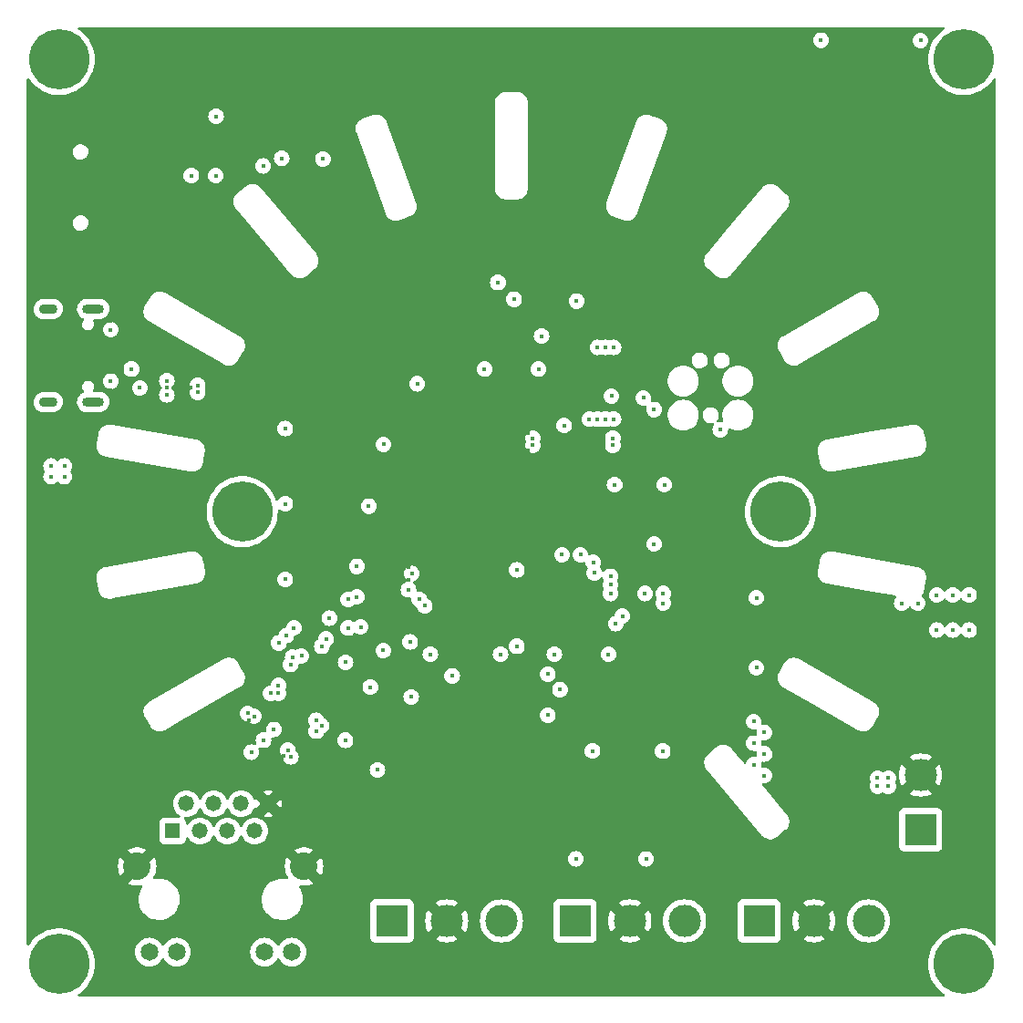
<source format=gbr>
%TF.GenerationSoftware,KiCad,Pcbnew,7.0.1*%
%TF.CreationDate,2023-07-17T00:53:44+01:00*%
%TF.ProjectId,Gateway Board,47617465-7761-4792-9042-6f6172642e6b,rev?*%
%TF.SameCoordinates,Original*%
%TF.FileFunction,Copper,L3,Inr*%
%TF.FilePolarity,Positive*%
%FSLAX46Y46*%
G04 Gerber Fmt 4.6, Leading zero omitted, Abs format (unit mm)*
G04 Created by KiCad (PCBNEW 7.0.1) date 2023-07-17 00:53:44*
%MOMM*%
%LPD*%
G01*
G04 APERTURE LIST*
%TA.AperFunction,ComponentPad*%
%ADD10R,3.000000X3.000000*%
%TD*%
%TA.AperFunction,ComponentPad*%
%ADD11C,3.000000*%
%TD*%
%TA.AperFunction,ComponentPad*%
%ADD12C,5.600000*%
%TD*%
%TA.AperFunction,ComponentPad*%
%ADD13O,2.000000X0.900000*%
%TD*%
%TA.AperFunction,ComponentPad*%
%ADD14O,1.700000X0.900000*%
%TD*%
%TA.AperFunction,ComponentPad*%
%ADD15R,1.478000X1.478000*%
%TD*%
%TA.AperFunction,ComponentPad*%
%ADD16C,1.478000*%
%TD*%
%TA.AperFunction,ComponentPad*%
%ADD17C,1.650000*%
%TD*%
%TA.AperFunction,ComponentPad*%
%ADD18C,2.565000*%
%TD*%
%TA.AperFunction,ViaPad*%
%ADD19C,0.450000*%
%TD*%
G04 APERTURE END LIST*
D10*
%TO.N,/Microcontroller/CANH1*%
%TO.C,J304*%
X133920000Y-138000000D03*
D11*
%TO.N,GND*%
X139000000Y-138000000D03*
%TO.N,/Microcontroller/CANL1*%
X144080000Y-138000000D03*
%TD*%
D10*
%TO.N,/Microcontroller/CANH3*%
%TO.C,J306*%
X168000000Y-138000000D03*
D11*
%TO.N,GND*%
X173080000Y-138000000D03*
%TO.N,/Microcontroller/CANL3*%
X178160000Y-138000000D03*
%TD*%
D12*
%TO.N,unconnected-(H101-Pad1)*%
%TO.C,H101*%
X103000000Y-58000000D03*
%TD*%
D13*
%TO.N,unconnected-(J303-SHIELD-PadS1)*%
%TO.C,J303*%
X106170000Y-81175000D03*
%TO.N,unconnected-(J303-SHIELD-PadS2)*%
X106170000Y-89825000D03*
D14*
%TO.N,unconnected-(J303-SHIELD-PadS3)*%
X102000000Y-81175000D03*
%TO.N,unconnected-(J303-SHIELD-PadS4)*%
X102000000Y-89825000D03*
%TD*%
D10*
%TO.N,/Microcontroller/CANH2*%
%TO.C,J305*%
X150920000Y-138000000D03*
D11*
%TO.N,GND*%
X156000000Y-138000000D03*
%TO.N,/Microcontroller/CANL2*%
X161080000Y-138000000D03*
%TD*%
D12*
%TO.N,unconnected-(H104-Pad1)*%
%TO.C,H104*%
X187000000Y-142000000D03*
%TD*%
D15*
%TO.N,/Ethernet/TXP*%
%TO.C,J401*%
X113555000Y-129650000D03*
D16*
%TO.N,/Ethernet/TXN*%
X114825000Y-127110000D03*
%TO.N,/Ethernet/RXP*%
X116095000Y-129650000D03*
%TO.N,+3.3VA*%
X117365000Y-127110000D03*
X118635000Y-129650000D03*
%TO.N,/Ethernet/RXN*%
X119905000Y-127110000D03*
%TO.N,unconnected-(J401-NC-Pad7)*%
X121175000Y-129650000D03*
%TO.N,GND*%
X122445000Y-127110000D03*
D17*
%TO.N,+3.3V*%
X111375000Y-140900000D03*
%TO.N,/Ethernet/G_K*%
X113915000Y-140900000D03*
%TO.N,/Ethernet/Y_K*%
X122085000Y-140900000D03*
%TO.N,+3.3V*%
X124625000Y-140900000D03*
D18*
%TO.N,GND*%
X125745000Y-132950000D03*
X110255000Y-132950000D03*
%TD*%
D10*
%TO.N,VIN_RAW*%
%TO.C,J201*%
X183000000Y-129540000D03*
D11*
%TO.N,GND*%
X183000000Y-124460000D03*
%TD*%
D12*
%TO.N,unconnected-(H103-Pad1)*%
%TO.C,H103*%
X187000000Y-58000000D03*
%TD*%
%TO.N,unconnected-(H105-Pad1)*%
%TO.C,H105*%
X120000000Y-100000000D03*
%TD*%
%TO.N,unconnected-(H106-Pad1)*%
%TO.C,H106*%
X170000000Y-100000000D03*
%TD*%
%TO.N,unconnected-(H102-Pad1)*%
%TO.C,H102*%
X103000000Y-142000000D03*
%TD*%
D19*
%TO.N,GND*%
X180844549Y-115650000D03*
X154500000Y-94700000D03*
X180000000Y-111000000D03*
X182750000Y-112000000D03*
X131760000Y-98530000D03*
X151300000Y-112500000D03*
X146500000Y-92700000D03*
X178500000Y-128250000D03*
X136530000Y-113240000D03*
X121775000Y-114172000D03*
X159200000Y-98500000D03*
X115275000Y-66600000D03*
X132000000Y-114000000D03*
X160000000Y-122250000D03*
X130650000Y-106020000D03*
X149500000Y-117500000D03*
X139500000Y-116250000D03*
X158260000Y-103980000D03*
X179250000Y-109500000D03*
X117575000Y-66600000D03*
X135425000Y-106324500D03*
X126900000Y-117500000D03*
X172800000Y-124650000D03*
X156500000Y-132250000D03*
X128168000Y-122615000D03*
X107800000Y-88700000D03*
X178500000Y-127500000D03*
X130650000Y-104130000D03*
X188500000Y-116750000D03*
X119100000Y-123000000D03*
X123883180Y-122696563D03*
X126900000Y-115100000D03*
X148480000Y-86760000D03*
X154500000Y-92300000D03*
X126900000Y-116300000D03*
X103729000Y-122452000D03*
X124000000Y-94680000D03*
X180000000Y-110250000D03*
X161850000Y-114490000D03*
X128874000Y-121923000D03*
X154980000Y-113250000D03*
X121082000Y-114870000D03*
X135300000Y-88125000D03*
X172800000Y-124150000D03*
X131300000Y-118600000D03*
X114250000Y-86000000D03*
X143480000Y-86750000D03*
X177000000Y-128250000D03*
X127500000Y-116900000D03*
X183250000Y-112000000D03*
X177750000Y-128250000D03*
X124000000Y-101680000D03*
X103723000Y-117245000D03*
X179944549Y-117750000D03*
X126300000Y-115700000D03*
X115230000Y-88500000D03*
X179194549Y-117750000D03*
X173750000Y-59225000D03*
X174960000Y-58830000D03*
X165710000Y-58820000D03*
X180000000Y-109500000D03*
X103724000Y-112466000D03*
X153500000Y-122250000D03*
X176400000Y-126600000D03*
X126300000Y-116900000D03*
X179194549Y-117000000D03*
X120592824Y-119405741D03*
X122425000Y-63900000D03*
X124010000Y-108680000D03*
X161840000Y-107990000D03*
X128100000Y-116300000D03*
X166500000Y-85200000D03*
X183000000Y-59225000D03*
X154588643Y-98497164D03*
X122900000Y-67900000D03*
X107800000Y-82300000D03*
X148020000Y-113240000D03*
X137520000Y-87510000D03*
X132000000Y-117900000D03*
X158240000Y-93480000D03*
X143030000Y-113250000D03*
X127491000Y-123330000D03*
X179194549Y-116250000D03*
X114250000Y-91000000D03*
X113000000Y-88500000D03*
X132000000Y-113024500D03*
X179250000Y-110250000D03*
X127500000Y-115700000D03*
X133100000Y-92775000D03*
X158250000Y-91480000D03*
X125700000Y-116300000D03*
X179250000Y-111000000D03*
X146500000Y-94300000D03*
X150000000Y-132250000D03*
X171800000Y-127400000D03*
X135425000Y-105175500D03*
X130650000Y-108870000D03*
%TO.N,+5V*%
X168500000Y-124500000D03*
X167500000Y-119500000D03*
X168500000Y-122500000D03*
X152530000Y-122230000D03*
X167500000Y-123500000D03*
X167750000Y-114500000D03*
X159050000Y-122240000D03*
X149510000Y-116520000D03*
X168500000Y-120500000D03*
X167500000Y-121500000D03*
%TO.N,VBUS*%
X107800000Y-87900000D03*
X107800000Y-83100000D03*
X110500000Y-88500000D03*
%TO.N,+3.3VA*%
X123378680Y-116125534D03*
X126878680Y-120375534D03*
X123378680Y-116875534D03*
X127378680Y-119875534D03*
X121975000Y-121225000D03*
X126878680Y-119375534D03*
X122950000Y-120230000D03*
X122628680Y-116875534D03*
X120855000Y-122345000D03*
%TO.N,+3.3V*%
X131760000Y-99490000D03*
X130650000Y-107920000D03*
X136250000Y-88125000D03*
X181250000Y-108500000D03*
X154010000Y-113250000D03*
X184500000Y-111000000D03*
X124800000Y-110800000D03*
X129600000Y-114000000D03*
X186000000Y-107750000D03*
X142510000Y-86760000D03*
X117550000Y-68800000D03*
X148990000Y-113250000D03*
X131000000Y-110700000D03*
X158250000Y-103010000D03*
X121950000Y-67900000D03*
X154588643Y-97502836D03*
X139500000Y-115250000D03*
X182750000Y-108500000D03*
X133100000Y-112900000D03*
X124000000Y-92280000D03*
X135750000Y-105750000D03*
X151000000Y-132250000D03*
X135700000Y-117200000D03*
X187500000Y-111000000D03*
X137480000Y-113250000D03*
X124000000Y-99280000D03*
X173750000Y-56225000D03*
X147510000Y-86760000D03*
X167750000Y-108000000D03*
X133125000Y-93750000D03*
X143990000Y-113250000D03*
X124000000Y-106280000D03*
X115275000Y-68800000D03*
X157500000Y-132250000D03*
X187500000Y-107750000D03*
X158250000Y-90520000D03*
X132570000Y-123990000D03*
X130650000Y-105080000D03*
X184500000Y-107750000D03*
X159200000Y-97500000D03*
X135450000Y-107250000D03*
X186000000Y-111000000D03*
X164400000Y-92400000D03*
X129582000Y-121231000D03*
X183000000Y-56250000D03*
%TO.N,NRST*%
X157400000Y-107600000D03*
X154200000Y-107600000D03*
%TO.N,SDMMC1_CD*%
X153750000Y-91424500D03*
X123675000Y-67200000D03*
X117575000Y-63300000D03*
X127500000Y-67250000D03*
X154500000Y-84750000D03*
%TO.N,SDMMC1_CMD*%
X143750000Y-78725500D03*
X145250000Y-80274500D03*
%TO.N,SDMMC1_DAT0*%
X152247097Y-91417114D03*
X153000000Y-84750000D03*
%TO.N,SDMMC1_DAT1*%
X153750000Y-84750000D03*
X153000000Y-91424500D03*
%TO.N,USB_DN*%
X115874177Y-88925000D03*
X113000000Y-89149503D03*
X109720000Y-86760000D03*
X147000000Y-93825000D03*
X154426078Y-93825000D03*
%TO.N,USB_DP*%
X113000000Y-87850497D03*
X154426078Y-93175000D03*
X115874177Y-88275000D03*
X147000000Y-93175000D03*
%TO.N,SWCLK*%
X157250000Y-89432500D03*
X154300000Y-89262000D03*
%TO.N,CAN_RX3*%
X154200000Y-106000000D03*
X159100000Y-108500000D03*
%TO.N,CAN_TX3*%
X154200000Y-106800000D03*
X159100000Y-107600000D03*
%TO.N,ETH_MDC*%
X129840000Y-108140000D03*
X129840000Y-110810000D03*
%TO.N,ETH_REF_CLK*%
X131900000Y-116300000D03*
X128100000Y-109900000D03*
%TO.N,SWO*%
X149900000Y-92000000D03*
X154500000Y-91400000D03*
%TO.N,ETH_TX_EN*%
X135600000Y-112100000D03*
X124500000Y-114200000D03*
%TO.N,BOOT0*%
X145500000Y-112500000D03*
X145500000Y-105400000D03*
%TO.N,ETH_TXD0*%
X136950000Y-108750000D03*
X127400000Y-112500000D03*
%TO.N,ETH_TXD1*%
X136450000Y-108150000D03*
X127800000Y-111825500D03*
%TO.N,CAN_RX1*%
X148380000Y-115100000D03*
X151410000Y-104000000D03*
%TO.N,CAN_TX1*%
X149700000Y-104000000D03*
X148380000Y-118900000D03*
%TO.N,CAN_RX2*%
X152600000Y-104700000D03*
X154700000Y-110400000D03*
%TO.N,CAN_TX2*%
X152700000Y-105700000D03*
X155300000Y-109700000D03*
%TO.N,ETH_INT*%
X125500000Y-113400000D03*
X124100000Y-111500000D03*
%TO.N,ETH_RST*%
X123400000Y-112200000D03*
X124700000Y-113500000D03*
%TO.N,/Ethernet/TXN*%
X120508599Y-118731487D03*
%TO.N,/Ethernet/TXP*%
X121100000Y-119000000D03*
%TO.N,/Ethernet/RXN*%
X124246751Y-122153249D03*
%TO.N,/Ethernet/RXP*%
X124529275Y-122763011D03*
%TO.N,VIN*%
X179000000Y-124750000D03*
X179000000Y-125500000D03*
X102250000Y-95750000D03*
X180000000Y-125500000D03*
X180000000Y-124750000D03*
X102250000Y-96750000D03*
X103500000Y-96750000D03*
X103500000Y-95750000D03*
%TO.N,BTN*%
X147800000Y-83700000D03*
X151050000Y-80450000D03*
%TD*%
%TA.AperFunction,Conductor*%
%TO.N,GND*%
G36*
X185198359Y-55016890D02*
G01*
X185243684Y-55061726D01*
X185260740Y-55123157D01*
X185245018Y-55184943D01*
X185200677Y-55230748D01*
X185183794Y-55240906D01*
X185145081Y-55264199D01*
X184860161Y-55480789D01*
X184600332Y-55726913D01*
X184368636Y-55999686D01*
X184167786Y-56295919D01*
X184000146Y-56612118D01*
X183867674Y-56944598D01*
X183771930Y-57289440D01*
X183714027Y-57642635D01*
X183694651Y-57999999D01*
X183714027Y-58357364D01*
X183771930Y-58710559D01*
X183867674Y-59055401D01*
X184000146Y-59387881D01*
X184167786Y-59704080D01*
X184167789Y-59704085D01*
X184272793Y-59858955D01*
X184368636Y-60000313D01*
X184600332Y-60273086D01*
X184860161Y-60519210D01*
X185145081Y-60735800D01*
X185451747Y-60920315D01*
X185776565Y-61070591D01*
X186115726Y-61184868D01*
X186465254Y-61261805D01*
X186786151Y-61296704D01*
X186821051Y-61300500D01*
X186821052Y-61300500D01*
X187178948Y-61300500D01*
X187178949Y-61300500D01*
X187210730Y-61297043D01*
X187534746Y-61261805D01*
X187884274Y-61184868D01*
X188223435Y-61070591D01*
X188548253Y-60920315D01*
X188854919Y-60735800D01*
X189139837Y-60519211D01*
X189399668Y-60273086D01*
X189631365Y-60000311D01*
X189772866Y-59791611D01*
X189819804Y-59750411D01*
X189880871Y-59737315D01*
X189940576Y-59755647D01*
X189983771Y-59800756D01*
X189999500Y-59861199D01*
X189999500Y-140138801D01*
X189983771Y-140199244D01*
X189940576Y-140244353D01*
X189880871Y-140262685D01*
X189819804Y-140249589D01*
X189772866Y-140208388D01*
X189766666Y-140199244D01*
X189631365Y-139999689D01*
X189631363Y-139999686D01*
X189399667Y-139726913D01*
X189139838Y-139480789D01*
X188854918Y-139264199D01*
X188548250Y-139079683D01*
X188223439Y-138929411D01*
X188223440Y-138929411D01*
X188223435Y-138929409D01*
X187884274Y-138815132D01*
X187884273Y-138815131D01*
X187884271Y-138815131D01*
X187672189Y-138768448D01*
X187534746Y-138738195D01*
X187248894Y-138707107D01*
X187178949Y-138699500D01*
X187178948Y-138699500D01*
X186821052Y-138699500D01*
X186821051Y-138699500D01*
X186465254Y-138738195D01*
X186115728Y-138815131D01*
X185943283Y-138873234D01*
X185776565Y-138929409D01*
X185776562Y-138929410D01*
X185776560Y-138929411D01*
X185451749Y-139079683D01*
X185145081Y-139264199D01*
X184860161Y-139480789D01*
X184600332Y-139726913D01*
X184368636Y-139999686D01*
X184167786Y-140295919D01*
X184000146Y-140612118D01*
X183867674Y-140944598D01*
X183771930Y-141289440D01*
X183714027Y-141642635D01*
X183694651Y-142000000D01*
X183714027Y-142357364D01*
X183771930Y-142710559D01*
X183867674Y-143055401D01*
X184000146Y-143387881D01*
X184167786Y-143704080D01*
X184368636Y-144000313D01*
X184600332Y-144273086D01*
X184860161Y-144519210D01*
X185145081Y-144735800D01*
X185200677Y-144769251D01*
X185245018Y-144815057D01*
X185260740Y-144876843D01*
X185243684Y-144938274D01*
X185198359Y-144983110D01*
X185136747Y-144999500D01*
X104863253Y-144999500D01*
X104801641Y-144983110D01*
X104756316Y-144938274D01*
X104739260Y-144876843D01*
X104754982Y-144815057D01*
X104799322Y-144769251D01*
X104854919Y-144735800D01*
X105139837Y-144519211D01*
X105399668Y-144273086D01*
X105631365Y-144000311D01*
X105832211Y-143704085D01*
X105924597Y-143529826D01*
X105999853Y-143387881D01*
X106132325Y-143055401D01*
X106228069Y-142710559D01*
X106228068Y-142710559D01*
X106228071Y-142710552D01*
X106285972Y-142357371D01*
X106305348Y-142000000D01*
X106285972Y-141642629D01*
X106228071Y-141289448D01*
X106225901Y-141281632D01*
X106132325Y-140944598D01*
X106114556Y-140900000D01*
X110044436Y-140900000D01*
X110064650Y-141131047D01*
X110104999Y-141281632D01*
X110124680Y-141355079D01*
X110222699Y-141565282D01*
X110355730Y-141755269D01*
X110519731Y-141919270D01*
X110709718Y-142052301D01*
X110919921Y-142150320D01*
X111143950Y-142210349D01*
X111297983Y-142223824D01*
X111374999Y-142230563D01*
X111374999Y-142230562D01*
X111375000Y-142230563D01*
X111606050Y-142210349D01*
X111830079Y-142150320D01*
X112040282Y-142052301D01*
X112230269Y-141919270D01*
X112394270Y-141755269D01*
X112527301Y-141565282D01*
X112532617Y-141553880D01*
X112578375Y-141501704D01*
X112645000Y-141482284D01*
X112711625Y-141501704D01*
X112757382Y-141553880D01*
X112762696Y-141565277D01*
X112762698Y-141565279D01*
X112762699Y-141565282D01*
X112895730Y-141755269D01*
X113059731Y-141919270D01*
X113249718Y-142052301D01*
X113459921Y-142150320D01*
X113683950Y-142210349D01*
X113837983Y-142223824D01*
X113914999Y-142230563D01*
X113914999Y-142230562D01*
X113915000Y-142230563D01*
X114146050Y-142210349D01*
X114370079Y-142150320D01*
X114580282Y-142052301D01*
X114770269Y-141919270D01*
X114934270Y-141755269D01*
X115067301Y-141565282D01*
X115165320Y-141355079D01*
X115225349Y-141131050D01*
X115245563Y-140900000D01*
X120754436Y-140900000D01*
X120774650Y-141131047D01*
X120814999Y-141281632D01*
X120834680Y-141355079D01*
X120932699Y-141565282D01*
X121065730Y-141755269D01*
X121229731Y-141919270D01*
X121419718Y-142052301D01*
X121629921Y-142150320D01*
X121853950Y-142210349D01*
X122007983Y-142223824D01*
X122084999Y-142230563D01*
X122084999Y-142230562D01*
X122085000Y-142230563D01*
X122316050Y-142210349D01*
X122540079Y-142150320D01*
X122750282Y-142052301D01*
X122940269Y-141919270D01*
X123104270Y-141755269D01*
X123237301Y-141565282D01*
X123242617Y-141553880D01*
X123288375Y-141501704D01*
X123355000Y-141482284D01*
X123421625Y-141501704D01*
X123467382Y-141553880D01*
X123472696Y-141565277D01*
X123472698Y-141565279D01*
X123472699Y-141565282D01*
X123605730Y-141755269D01*
X123769731Y-141919270D01*
X123959718Y-142052301D01*
X124169921Y-142150320D01*
X124393950Y-142210349D01*
X124547983Y-142223824D01*
X124624999Y-142230563D01*
X124624999Y-142230562D01*
X124625000Y-142230563D01*
X124856050Y-142210349D01*
X125080079Y-142150320D01*
X125290282Y-142052301D01*
X125480269Y-141919270D01*
X125644270Y-141755269D01*
X125777301Y-141565282D01*
X125875320Y-141355079D01*
X125935349Y-141131050D01*
X125955563Y-140900000D01*
X125935349Y-140668950D01*
X125875320Y-140444921D01*
X125777301Y-140234719D01*
X125644270Y-140044731D01*
X125480269Y-139880730D01*
X125290282Y-139747699D01*
X125160597Y-139687226D01*
X125080080Y-139649680D01*
X124856047Y-139589650D01*
X124625000Y-139569436D01*
X124393952Y-139589650D01*
X124169919Y-139649680D01*
X123959721Y-139747698D01*
X123959719Y-139747699D01*
X123769731Y-139880730D01*
X123769727Y-139880733D01*
X123605733Y-140044727D01*
X123605730Y-140044730D01*
X123605730Y-140044731D01*
X123497539Y-140199244D01*
X123472697Y-140234722D01*
X123467381Y-140246123D01*
X123421624Y-140298297D01*
X123355000Y-140317716D01*
X123288376Y-140298297D01*
X123242619Y-140246123D01*
X123237302Y-140234722D01*
X123237301Y-140234719D01*
X123104270Y-140044731D01*
X122940269Y-139880730D01*
X122750282Y-139747699D01*
X122620597Y-139687226D01*
X122540080Y-139649680D01*
X122316047Y-139589650D01*
X122085000Y-139569436D01*
X121853952Y-139589650D01*
X121629919Y-139649680D01*
X121419721Y-139747698D01*
X121419719Y-139747699D01*
X121229731Y-139880730D01*
X121229727Y-139880733D01*
X121065733Y-140044727D01*
X121065730Y-140044730D01*
X121065730Y-140044731D01*
X120951137Y-140208388D01*
X120932698Y-140234721D01*
X120834680Y-140444919D01*
X120774650Y-140668952D01*
X120754436Y-140900000D01*
X115245563Y-140900000D01*
X115225349Y-140668950D01*
X115165320Y-140444921D01*
X115067301Y-140234719D01*
X114934270Y-140044731D01*
X114770269Y-139880730D01*
X114580282Y-139747699D01*
X114450597Y-139687226D01*
X114370080Y-139649680D01*
X114146047Y-139589650D01*
X113915000Y-139569436D01*
X113683952Y-139589650D01*
X113459919Y-139649680D01*
X113249721Y-139747698D01*
X113249719Y-139747699D01*
X113059731Y-139880730D01*
X113059727Y-139880733D01*
X112895733Y-140044727D01*
X112895730Y-140044730D01*
X112895730Y-140044731D01*
X112787539Y-140199244D01*
X112762697Y-140234722D01*
X112757381Y-140246123D01*
X112711624Y-140298297D01*
X112645000Y-140317716D01*
X112578376Y-140298297D01*
X112532619Y-140246123D01*
X112527302Y-140234722D01*
X112527301Y-140234719D01*
X112394270Y-140044731D01*
X112230269Y-139880730D01*
X112040282Y-139747699D01*
X111910597Y-139687226D01*
X111830080Y-139649680D01*
X111606047Y-139589650D01*
X111375000Y-139569436D01*
X111143952Y-139589650D01*
X110919919Y-139649680D01*
X110709721Y-139747698D01*
X110709719Y-139747699D01*
X110519731Y-139880730D01*
X110519727Y-139880733D01*
X110355733Y-140044727D01*
X110355730Y-140044730D01*
X110355730Y-140044731D01*
X110241137Y-140208388D01*
X110222698Y-140234721D01*
X110124680Y-140444919D01*
X110064650Y-140668952D01*
X110044436Y-140900000D01*
X106114556Y-140900000D01*
X105999853Y-140612118D01*
X105832213Y-140295919D01*
X105832211Y-140295915D01*
X105631365Y-139999689D01*
X105631363Y-139999686D01*
X105399667Y-139726913D01*
X105210653Y-139547869D01*
X131919500Y-139547869D01*
X131921819Y-139569436D01*
X131925909Y-139607483D01*
X131976204Y-139742331D01*
X132062454Y-139857546D01*
X132177669Y-139943796D01*
X132312517Y-139994091D01*
X132372127Y-140000500D01*
X135467872Y-140000499D01*
X135527483Y-139994091D01*
X135662331Y-139943796D01*
X135777546Y-139857546D01*
X135863796Y-139742331D01*
X135870761Y-139723657D01*
X137983448Y-139723657D01*
X138167045Y-139823909D01*
X138435100Y-139923889D01*
X138714642Y-139984699D01*
X139000000Y-140005109D01*
X139285357Y-139984699D01*
X139564899Y-139923889D01*
X139832954Y-139823909D01*
X140016550Y-139723658D01*
X140016550Y-139723657D01*
X139000000Y-138707107D01*
X137983448Y-139723657D01*
X135870761Y-139723657D01*
X135914091Y-139607483D01*
X135920500Y-139547873D01*
X135920499Y-138000000D01*
X136994890Y-138000000D01*
X137015300Y-138285357D01*
X137076111Y-138564902D01*
X137176088Y-138832952D01*
X137276341Y-139016550D01*
X138292893Y-138000001D01*
X138292893Y-138000000D01*
X139707107Y-138000000D01*
X140723657Y-139016550D01*
X140723658Y-139016550D01*
X140823909Y-138832954D01*
X140923889Y-138564899D01*
X140984699Y-138285357D01*
X141005109Y-138000000D01*
X142074389Y-138000000D01*
X142094804Y-138285429D01*
X142155629Y-138565041D01*
X142155631Y-138565046D01*
X142220212Y-138738195D01*
X142255634Y-138833163D01*
X142392772Y-139084313D01*
X142478517Y-139198855D01*
X142564261Y-139313395D01*
X142766605Y-139515739D01*
X142865339Y-139589650D01*
X142995686Y-139687227D01*
X143135435Y-139763535D01*
X143246839Y-139824367D01*
X143514954Y-139924369D01*
X143514957Y-139924369D01*
X143514958Y-139924370D01*
X143567217Y-139935738D01*
X143794572Y-139985196D01*
X144080000Y-140005610D01*
X144365428Y-139985196D01*
X144645046Y-139924369D01*
X144913161Y-139824367D01*
X145164315Y-139687226D01*
X145350474Y-139547869D01*
X148919500Y-139547869D01*
X148921819Y-139569436D01*
X148925909Y-139607483D01*
X148976204Y-139742331D01*
X149062454Y-139857546D01*
X149177669Y-139943796D01*
X149312517Y-139994091D01*
X149372127Y-140000500D01*
X152467872Y-140000499D01*
X152527483Y-139994091D01*
X152662331Y-139943796D01*
X152777546Y-139857546D01*
X152863796Y-139742331D01*
X152870761Y-139723657D01*
X154983448Y-139723657D01*
X155167045Y-139823909D01*
X155435100Y-139923889D01*
X155714642Y-139984699D01*
X156000000Y-140005109D01*
X156285357Y-139984699D01*
X156564899Y-139923889D01*
X156832954Y-139823909D01*
X157016550Y-139723658D01*
X157016550Y-139723657D01*
X156000000Y-138707107D01*
X154983448Y-139723657D01*
X152870761Y-139723657D01*
X152914091Y-139607483D01*
X152920500Y-139547873D01*
X152920499Y-138000000D01*
X153994890Y-138000000D01*
X154015300Y-138285357D01*
X154076111Y-138564902D01*
X154176088Y-138832952D01*
X154276341Y-139016550D01*
X155292893Y-138000001D01*
X156707107Y-138000001D01*
X157723657Y-139016550D01*
X157723658Y-139016550D01*
X157823909Y-138832954D01*
X157923889Y-138564899D01*
X157984699Y-138285357D01*
X158005109Y-138000000D01*
X159074389Y-138000000D01*
X159094804Y-138285429D01*
X159155629Y-138565041D01*
X159155631Y-138565046D01*
X159220212Y-138738195D01*
X159255634Y-138833163D01*
X159392772Y-139084313D01*
X159478517Y-139198855D01*
X159564261Y-139313395D01*
X159766605Y-139515739D01*
X159865339Y-139589650D01*
X159995686Y-139687227D01*
X160135435Y-139763535D01*
X160246839Y-139824367D01*
X160514954Y-139924369D01*
X160514957Y-139924369D01*
X160514958Y-139924370D01*
X160567217Y-139935738D01*
X160794572Y-139985196D01*
X161080000Y-140005610D01*
X161365428Y-139985196D01*
X161645046Y-139924369D01*
X161913161Y-139824367D01*
X162164315Y-139687226D01*
X162350474Y-139547869D01*
X165999500Y-139547869D01*
X166001819Y-139569436D01*
X166005909Y-139607483D01*
X166056204Y-139742331D01*
X166142454Y-139857546D01*
X166257669Y-139943796D01*
X166392517Y-139994091D01*
X166452127Y-140000500D01*
X169547872Y-140000499D01*
X169607483Y-139994091D01*
X169742331Y-139943796D01*
X169857546Y-139857546D01*
X169943796Y-139742331D01*
X169950761Y-139723657D01*
X172063448Y-139723657D01*
X172247045Y-139823909D01*
X172515100Y-139923889D01*
X172794642Y-139984699D01*
X173080000Y-140005109D01*
X173365357Y-139984699D01*
X173644899Y-139923889D01*
X173912954Y-139823909D01*
X174096550Y-139723658D01*
X174096550Y-139723657D01*
X173080000Y-138707107D01*
X172063448Y-139723657D01*
X169950761Y-139723657D01*
X169994091Y-139607483D01*
X170000500Y-139547873D01*
X170000499Y-138000000D01*
X171074890Y-138000000D01*
X171095300Y-138285357D01*
X171156111Y-138564902D01*
X171256088Y-138832952D01*
X171356341Y-139016550D01*
X172372893Y-138000001D01*
X173787107Y-138000001D01*
X174803657Y-139016550D01*
X174803658Y-139016550D01*
X174903909Y-138832954D01*
X175003889Y-138564899D01*
X175064699Y-138285357D01*
X175085109Y-138000000D01*
X176154389Y-138000000D01*
X176174804Y-138285429D01*
X176235629Y-138565041D01*
X176235631Y-138565046D01*
X176300212Y-138738195D01*
X176335634Y-138833163D01*
X176472772Y-139084313D01*
X176558517Y-139198855D01*
X176644261Y-139313395D01*
X176846605Y-139515739D01*
X176945339Y-139589650D01*
X177075686Y-139687227D01*
X177215435Y-139763535D01*
X177326839Y-139824367D01*
X177594954Y-139924369D01*
X177594957Y-139924369D01*
X177594958Y-139924370D01*
X177647217Y-139935738D01*
X177874572Y-139985196D01*
X178160000Y-140005610D01*
X178445428Y-139985196D01*
X178725046Y-139924369D01*
X178993161Y-139824367D01*
X179244315Y-139687226D01*
X179473395Y-139515739D01*
X179675739Y-139313395D01*
X179847226Y-139084315D01*
X179984367Y-138833161D01*
X180084369Y-138565046D01*
X180145196Y-138285428D01*
X180165610Y-138000000D01*
X180145196Y-137714572D01*
X180084369Y-137434954D01*
X179984367Y-137166839D01*
X179847226Y-136915685D01*
X179675739Y-136686605D01*
X179473395Y-136484261D01*
X179292515Y-136348856D01*
X179244313Y-136312772D01*
X178993163Y-136175634D01*
X178993162Y-136175633D01*
X178993161Y-136175633D01*
X178725046Y-136075631D01*
X178725041Y-136075629D01*
X178445429Y-136014804D01*
X178159999Y-135994389D01*
X177874570Y-136014804D01*
X177594958Y-136075629D01*
X177326836Y-136175634D01*
X177075686Y-136312772D01*
X176846602Y-136484263D01*
X176644263Y-136686602D01*
X176472772Y-136915686D01*
X176335634Y-137166836D01*
X176235629Y-137434958D01*
X176174804Y-137714570D01*
X176154389Y-138000000D01*
X175085109Y-138000000D01*
X175064699Y-137714642D01*
X175003889Y-137435100D01*
X174903909Y-137167045D01*
X174803657Y-136983448D01*
X173787107Y-138000000D01*
X173787107Y-138000001D01*
X172372893Y-138000001D01*
X172372893Y-137999999D01*
X171356341Y-136983448D01*
X171356339Y-136983448D01*
X171256090Y-137167043D01*
X171156111Y-137435097D01*
X171095300Y-137714642D01*
X171074890Y-138000000D01*
X170000499Y-138000000D01*
X170000499Y-136452128D01*
X169994091Y-136392517D01*
X169950760Y-136276341D01*
X172063448Y-136276341D01*
X173080000Y-137292893D01*
X173080001Y-137292893D01*
X174096550Y-136276341D01*
X174096550Y-136276340D01*
X173912952Y-136176088D01*
X173644902Y-136076111D01*
X173365357Y-136015300D01*
X173080000Y-135994890D01*
X172794642Y-136015300D01*
X172515097Y-136076111D01*
X172247043Y-136176090D01*
X172063448Y-136276339D01*
X172063448Y-136276341D01*
X169950760Y-136276341D01*
X169943796Y-136257669D01*
X169857546Y-136142454D01*
X169742331Y-136056204D01*
X169607483Y-136005909D01*
X169547873Y-135999500D01*
X169547869Y-135999500D01*
X166452130Y-135999500D01*
X166392515Y-136005909D01*
X166257669Y-136056204D01*
X166142454Y-136142454D01*
X166056204Y-136257668D01*
X166005909Y-136392516D01*
X165999500Y-136452130D01*
X165999500Y-139547869D01*
X162350474Y-139547869D01*
X162393395Y-139515739D01*
X162595739Y-139313395D01*
X162767226Y-139084315D01*
X162904367Y-138833161D01*
X163004369Y-138565046D01*
X163065196Y-138285428D01*
X163085610Y-138000000D01*
X163065196Y-137714572D01*
X163004369Y-137434954D01*
X162904367Y-137166839D01*
X162767226Y-136915685D01*
X162595739Y-136686605D01*
X162393395Y-136484261D01*
X162212515Y-136348856D01*
X162164313Y-136312772D01*
X161913163Y-136175634D01*
X161913162Y-136175633D01*
X161913161Y-136175633D01*
X161645046Y-136075631D01*
X161645041Y-136075629D01*
X161365429Y-136014804D01*
X161079999Y-135994389D01*
X160794570Y-136014804D01*
X160514958Y-136075629D01*
X160246836Y-136175634D01*
X159995686Y-136312772D01*
X159766602Y-136484263D01*
X159564263Y-136686602D01*
X159392772Y-136915686D01*
X159255634Y-137166836D01*
X159155629Y-137434958D01*
X159094804Y-137714570D01*
X159074389Y-138000000D01*
X158005109Y-138000000D01*
X157984699Y-137714642D01*
X157923889Y-137435100D01*
X157823909Y-137167045D01*
X157723657Y-136983448D01*
X156707107Y-138000000D01*
X156707107Y-138000001D01*
X155292893Y-138000001D01*
X155292893Y-138000000D01*
X154276341Y-136983448D01*
X154276339Y-136983448D01*
X154176090Y-137167043D01*
X154076111Y-137435097D01*
X154015300Y-137714642D01*
X153994890Y-138000000D01*
X152920499Y-138000000D01*
X152920499Y-136452128D01*
X152914091Y-136392517D01*
X152870760Y-136276341D01*
X154983448Y-136276341D01*
X156000000Y-137292893D01*
X156000001Y-137292893D01*
X157016550Y-136276341D01*
X157016550Y-136276340D01*
X156832952Y-136176088D01*
X156564902Y-136076111D01*
X156285357Y-136015300D01*
X156000000Y-135994890D01*
X155714642Y-136015300D01*
X155435097Y-136076111D01*
X155167043Y-136176090D01*
X154983448Y-136276339D01*
X154983448Y-136276341D01*
X152870760Y-136276341D01*
X152863796Y-136257669D01*
X152777546Y-136142454D01*
X152662331Y-136056204D01*
X152527483Y-136005909D01*
X152467873Y-135999500D01*
X152467869Y-135999500D01*
X149372130Y-135999500D01*
X149312515Y-136005909D01*
X149177669Y-136056204D01*
X149062454Y-136142454D01*
X148976204Y-136257668D01*
X148925909Y-136392516D01*
X148919500Y-136452130D01*
X148919500Y-139547869D01*
X145350474Y-139547869D01*
X145393395Y-139515739D01*
X145595739Y-139313395D01*
X145767226Y-139084315D01*
X145904367Y-138833161D01*
X146004369Y-138565046D01*
X146065196Y-138285428D01*
X146085610Y-138000000D01*
X146065196Y-137714572D01*
X146004369Y-137434954D01*
X145904367Y-137166839D01*
X145767226Y-136915685D01*
X145595739Y-136686605D01*
X145393395Y-136484261D01*
X145212515Y-136348856D01*
X145164313Y-136312772D01*
X144913163Y-136175634D01*
X144913162Y-136175633D01*
X144913161Y-136175633D01*
X144645046Y-136075631D01*
X144645041Y-136075629D01*
X144365429Y-136014804D01*
X144079999Y-135994389D01*
X143794570Y-136014804D01*
X143514958Y-136075629D01*
X143246836Y-136175634D01*
X142995686Y-136312772D01*
X142766602Y-136484263D01*
X142564263Y-136686602D01*
X142392772Y-136915686D01*
X142255634Y-137166836D01*
X142155629Y-137434958D01*
X142094804Y-137714570D01*
X142074389Y-138000000D01*
X141005109Y-138000000D01*
X140984699Y-137714642D01*
X140923889Y-137435100D01*
X140823909Y-137167045D01*
X140723657Y-136983448D01*
X139707107Y-138000000D01*
X138292893Y-138000000D01*
X138292893Y-137999999D01*
X137276341Y-136983448D01*
X137276339Y-136983448D01*
X137176090Y-137167043D01*
X137076111Y-137435097D01*
X137015300Y-137714642D01*
X136994890Y-138000000D01*
X135920499Y-138000000D01*
X135920499Y-136452128D01*
X135914091Y-136392517D01*
X135870760Y-136276341D01*
X137983448Y-136276341D01*
X139000000Y-137292893D01*
X139000001Y-137292893D01*
X140016550Y-136276341D01*
X140016550Y-136276340D01*
X139832952Y-136176088D01*
X139564902Y-136076111D01*
X139285357Y-136015300D01*
X139000000Y-135994890D01*
X138714642Y-136015300D01*
X138435097Y-136076111D01*
X138167043Y-136176090D01*
X137983448Y-136276339D01*
X137983448Y-136276341D01*
X135870760Y-136276341D01*
X135863796Y-136257669D01*
X135777546Y-136142454D01*
X135662331Y-136056204D01*
X135527483Y-136005909D01*
X135467873Y-135999500D01*
X135467869Y-135999500D01*
X132372130Y-135999500D01*
X132312515Y-136005909D01*
X132177669Y-136056204D01*
X132062454Y-136142454D01*
X131976204Y-136257668D01*
X131925909Y-136392516D01*
X131919500Y-136452130D01*
X131919500Y-139547869D01*
X105210653Y-139547869D01*
X105139838Y-139480789D01*
X104854918Y-139264199D01*
X104548250Y-139079683D01*
X104223439Y-138929411D01*
X104223440Y-138929411D01*
X104223435Y-138929409D01*
X103884274Y-138815132D01*
X103884273Y-138815131D01*
X103884271Y-138815131D01*
X103672189Y-138768448D01*
X103534746Y-138738195D01*
X103248894Y-138707107D01*
X103178949Y-138699500D01*
X103178948Y-138699500D01*
X102821052Y-138699500D01*
X102821051Y-138699500D01*
X102465254Y-138738195D01*
X102115728Y-138815131D01*
X101943283Y-138873234D01*
X101776565Y-138929409D01*
X101776562Y-138929410D01*
X101776560Y-138929411D01*
X101451749Y-139079683D01*
X101145081Y-139264199D01*
X100860161Y-139480789D01*
X100600332Y-139726913D01*
X100368636Y-139999686D01*
X100274315Y-140138801D01*
X100233334Y-140199244D01*
X100227134Y-140208388D01*
X100180196Y-140249589D01*
X100119129Y-140262685D01*
X100059424Y-140244353D01*
X100016229Y-140199244D01*
X100000500Y-140138801D01*
X100000500Y-134515191D01*
X109396913Y-134515191D01*
X109601953Y-134613934D01*
X109857244Y-134692682D01*
X110121420Y-134732500D01*
X110388580Y-134732500D01*
X110600779Y-134700516D01*
X110658111Y-134705374D01*
X110707078Y-134735587D01*
X110737137Y-134784648D01*
X110741817Y-134841996D01*
X110720108Y-134895281D01*
X110645567Y-134999469D01*
X110517363Y-135248829D01*
X110426826Y-135514214D01*
X110375897Y-135789938D01*
X110365656Y-136070144D01*
X110396323Y-136348854D01*
X110431724Y-136484263D01*
X110467245Y-136620132D01*
X110576908Y-136878191D01*
X110722976Y-137117532D01*
X110722979Y-137117536D01*
X110722980Y-137117537D01*
X110815385Y-137228574D01*
X110902336Y-137333056D01*
X111111165Y-137520167D01*
X111345012Y-137674879D01*
X111429681Y-137714570D01*
X111598889Y-137793892D01*
X111598891Y-137793892D01*
X111598894Y-137793894D01*
X111867398Y-137874675D01*
X112144803Y-137915500D01*
X112355010Y-137915500D01*
X112355014Y-137915500D01*
X112564645Y-137900157D01*
X112838330Y-137839191D01*
X112838330Y-137839190D01*
X113100222Y-137739026D01*
X113344738Y-137601796D01*
X113566669Y-137430427D01*
X113761282Y-137228571D01*
X113924431Y-137000531D01*
X113968054Y-136915685D01*
X114052636Y-136751170D01*
X114052639Y-136751165D01*
X114143172Y-136485790D01*
X114160401Y-136392517D01*
X114194102Y-136210061D01*
X114199216Y-136070144D01*
X121795656Y-136070144D01*
X121826323Y-136348854D01*
X121861724Y-136484263D01*
X121897245Y-136620132D01*
X122006908Y-136878191D01*
X122152976Y-137117532D01*
X122152979Y-137117536D01*
X122152980Y-137117537D01*
X122245385Y-137228574D01*
X122332336Y-137333056D01*
X122541165Y-137520167D01*
X122775012Y-137674879D01*
X122859681Y-137714570D01*
X123028889Y-137793892D01*
X123028891Y-137793892D01*
X123028894Y-137793894D01*
X123297398Y-137874675D01*
X123574803Y-137915500D01*
X123785010Y-137915500D01*
X123785014Y-137915500D01*
X123994645Y-137900157D01*
X124268330Y-137839191D01*
X124268330Y-137839190D01*
X124530222Y-137739026D01*
X124774738Y-137601796D01*
X124996669Y-137430427D01*
X125191282Y-137228571D01*
X125354431Y-137000531D01*
X125398054Y-136915685D01*
X125482636Y-136751170D01*
X125482639Y-136751165D01*
X125573172Y-136485790D01*
X125590401Y-136392517D01*
X125624102Y-136210061D01*
X125634343Y-135929855D01*
X125603676Y-135651145D01*
X125603676Y-135651144D01*
X125532755Y-135379868D01*
X125423092Y-135121809D01*
X125280775Y-134888614D01*
X125262643Y-134821644D01*
X125283323Y-134755418D01*
X125336342Y-134710667D01*
X125405101Y-134701402D01*
X125611420Y-134732500D01*
X125878580Y-134732500D01*
X126142755Y-134692682D01*
X126398046Y-134613934D01*
X126603085Y-134515191D01*
X125055334Y-132967441D01*
X125055331Y-132967437D01*
X125037893Y-132949999D01*
X126452106Y-132949999D01*
X127308698Y-133806592D01*
X127308698Y-133806591D01*
X127355480Y-133725566D01*
X127453083Y-133476876D01*
X127512533Y-133216410D01*
X127532498Y-132950000D01*
X127512533Y-132683589D01*
X127453083Y-132423123D01*
X127385137Y-132249999D01*
X150269908Y-132249999D01*
X150288213Y-132412461D01*
X150342209Y-132566772D01*
X150342211Y-132566775D01*
X150429192Y-132705204D01*
X150544796Y-132820808D01*
X150683225Y-132907789D01*
X150683227Y-132907790D01*
X150837538Y-132961786D01*
X151000000Y-132980091D01*
X151162461Y-132961786D01*
X151316775Y-132907789D01*
X151455204Y-132820808D01*
X151570808Y-132705204D01*
X151657789Y-132566775D01*
X151711786Y-132412461D01*
X151730091Y-132250000D01*
X151730091Y-132249999D01*
X156769908Y-132249999D01*
X156788213Y-132412461D01*
X156842209Y-132566772D01*
X156842211Y-132566775D01*
X156929192Y-132705204D01*
X157044796Y-132820808D01*
X157183225Y-132907789D01*
X157183227Y-132907790D01*
X157337538Y-132961786D01*
X157500000Y-132980091D01*
X157662461Y-132961786D01*
X157816775Y-132907789D01*
X157955204Y-132820808D01*
X158070808Y-132705204D01*
X158157789Y-132566775D01*
X158211786Y-132412461D01*
X158230091Y-132250000D01*
X158211786Y-132087539D01*
X158157789Y-131933225D01*
X158070808Y-131794796D01*
X157955204Y-131679192D01*
X157816775Y-131592211D01*
X157816772Y-131592209D01*
X157662461Y-131538213D01*
X157500000Y-131519908D01*
X157337538Y-131538213D01*
X157183227Y-131592209D01*
X157044794Y-131679193D01*
X156929193Y-131794794D01*
X156842209Y-131933227D01*
X156788213Y-132087538D01*
X156769908Y-132249999D01*
X151730091Y-132249999D01*
X151711786Y-132087539D01*
X151657789Y-131933225D01*
X151570808Y-131794796D01*
X151455204Y-131679192D01*
X151316775Y-131592211D01*
X151316772Y-131592209D01*
X151162461Y-131538213D01*
X151000000Y-131519908D01*
X150837538Y-131538213D01*
X150683227Y-131592209D01*
X150544794Y-131679193D01*
X150429193Y-131794794D01*
X150342209Y-131933227D01*
X150288213Y-132087538D01*
X150269908Y-132249999D01*
X127385137Y-132249999D01*
X127355482Y-132174438D01*
X127308697Y-132093406D01*
X126452106Y-132949998D01*
X126452106Y-132949999D01*
X125037893Y-132949999D01*
X124181301Y-132093407D01*
X124134519Y-132174436D01*
X124036916Y-132423123D01*
X123977466Y-132683589D01*
X123957501Y-132950000D01*
X123977466Y-133216410D01*
X124036916Y-133476876D01*
X124134519Y-133725564D01*
X124258757Y-133940751D01*
X124275287Y-134007280D01*
X124253945Y-134072424D01*
X124201253Y-134116275D01*
X124133316Y-134125430D01*
X124071107Y-134116275D01*
X123855197Y-134084500D01*
X123644990Y-134084500D01*
X123644986Y-134084500D01*
X123435354Y-134099842D01*
X123161669Y-134160808D01*
X122899778Y-134260973D01*
X122655262Y-134398204D01*
X122433329Y-134569573D01*
X122238720Y-134771425D01*
X122075565Y-134999473D01*
X121947363Y-135248829D01*
X121856826Y-135514214D01*
X121805897Y-135789938D01*
X121795656Y-136070144D01*
X114199216Y-136070144D01*
X114204343Y-135929855D01*
X114173676Y-135651145D01*
X114173676Y-135651144D01*
X114102755Y-135379868D01*
X113993092Y-135121809D01*
X113847024Y-134882468D01*
X113754614Y-134771425D01*
X113667665Y-134666945D01*
X113458836Y-134479834D01*
X113458835Y-134479833D01*
X113224988Y-134325121D01*
X113224984Y-134325119D01*
X112971110Y-134206107D01*
X112862794Y-134173519D01*
X112702602Y-134125325D01*
X112425197Y-134084500D01*
X112214990Y-134084500D01*
X112214986Y-134084500D01*
X112005352Y-134099842D01*
X111872301Y-134129481D01*
X111815439Y-134128789D01*
X111764866Y-134102787D01*
X111731217Y-134056945D01*
X111721570Y-134000903D01*
X111737953Y-133946448D01*
X111865480Y-133725563D01*
X111963083Y-133476876D01*
X112022533Y-133216410D01*
X112042498Y-132950000D01*
X112022533Y-132683589D01*
X111963083Y-132423123D01*
X111865482Y-132174438D01*
X111818697Y-132093406D01*
X110925791Y-132986313D01*
X110925787Y-132986320D01*
X109396913Y-134515191D01*
X100000500Y-134515191D01*
X100000500Y-132950000D01*
X108467501Y-132950000D01*
X108487466Y-133216410D01*
X108546916Y-133476876D01*
X108644519Y-133725564D01*
X108691301Y-133806592D01*
X109547893Y-132949999D01*
X109547893Y-132949998D01*
X108691302Y-132093407D01*
X108691301Y-132093407D01*
X108644519Y-132174436D01*
X108546916Y-132423123D01*
X108487466Y-132683589D01*
X108467501Y-132950000D01*
X100000500Y-132950000D01*
X100000500Y-131384807D01*
X109396913Y-131384807D01*
X110254999Y-132242893D01*
X111113085Y-131384807D01*
X124886913Y-131384807D01*
X125744999Y-132242893D01*
X126603086Y-131384806D01*
X126398048Y-131286065D01*
X126142755Y-131207317D01*
X125878580Y-131167500D01*
X125611420Y-131167500D01*
X125347244Y-131207317D01*
X125091951Y-131286065D01*
X124886913Y-131384806D01*
X124886913Y-131384807D01*
X111113085Y-131384807D01*
X111113086Y-131384806D01*
X110908048Y-131286065D01*
X110652755Y-131207317D01*
X110388580Y-131167500D01*
X110121420Y-131167500D01*
X109857244Y-131207317D01*
X109601951Y-131286065D01*
X109396913Y-131384806D01*
X109396913Y-131384807D01*
X100000500Y-131384807D01*
X100000500Y-131087869D01*
X180999500Y-131087869D01*
X181005909Y-131147483D01*
X181056204Y-131282331D01*
X181142454Y-131397546D01*
X181257669Y-131483796D01*
X181392517Y-131534091D01*
X181452127Y-131540500D01*
X184547872Y-131540499D01*
X184607483Y-131534091D01*
X184742331Y-131483796D01*
X184857546Y-131397546D01*
X184943796Y-131282331D01*
X184994091Y-131147483D01*
X185000500Y-131087873D01*
X185000499Y-127992128D01*
X184994091Y-127932517D01*
X184943796Y-127797669D01*
X184857546Y-127682454D01*
X184742331Y-127596204D01*
X184607483Y-127545909D01*
X184547873Y-127539500D01*
X184547869Y-127539500D01*
X181452130Y-127539500D01*
X181392515Y-127545909D01*
X181257669Y-127596204D01*
X181142454Y-127682454D01*
X181056204Y-127797668D01*
X181005909Y-127932516D01*
X180999500Y-127992130D01*
X180999500Y-131087869D01*
X100000500Y-131087869D01*
X100000500Y-130436869D01*
X112315500Y-130436869D01*
X112321909Y-130496483D01*
X112372204Y-130631331D01*
X112458454Y-130746546D01*
X112573669Y-130832796D01*
X112708517Y-130883091D01*
X112768127Y-130889500D01*
X114341872Y-130889499D01*
X114401483Y-130883091D01*
X114536331Y-130832796D01*
X114651546Y-130746546D01*
X114737796Y-130631331D01*
X114788091Y-130496483D01*
X114794500Y-130436873D01*
X114794499Y-130346970D01*
X114810046Y-130286858D01*
X114852788Y-130241816D01*
X114912009Y-130223143D01*
X114972857Y-130235522D01*
X115020072Y-130275847D01*
X115141861Y-130449779D01*
X115295221Y-130603139D01*
X115472882Y-130727539D01*
X115669447Y-130819198D01*
X115878941Y-130875332D01*
X116095000Y-130894235D01*
X116311059Y-130875332D01*
X116520553Y-130819198D01*
X116717118Y-130727539D01*
X116894779Y-130603139D01*
X117048139Y-130449779D01*
X117172539Y-130272118D01*
X117252617Y-130100387D01*
X117298375Y-130048211D01*
X117365000Y-130028791D01*
X117431625Y-130048211D01*
X117477382Y-130100387D01*
X117557458Y-130272113D01*
X117557460Y-130272115D01*
X117557461Y-130272118D01*
X117681861Y-130449779D01*
X117835221Y-130603139D01*
X118012882Y-130727539D01*
X118209447Y-130819198D01*
X118418941Y-130875332D01*
X118635000Y-130894235D01*
X118851059Y-130875332D01*
X119060553Y-130819198D01*
X119257118Y-130727539D01*
X119434779Y-130603139D01*
X119588139Y-130449779D01*
X119712539Y-130272118D01*
X119792617Y-130100387D01*
X119838375Y-130048211D01*
X119905000Y-130028791D01*
X119971625Y-130048211D01*
X120017382Y-130100387D01*
X120097458Y-130272113D01*
X120097460Y-130272115D01*
X120097461Y-130272118D01*
X120221861Y-130449779D01*
X120375221Y-130603139D01*
X120552882Y-130727539D01*
X120749447Y-130819198D01*
X120958941Y-130875332D01*
X121175000Y-130894235D01*
X121391059Y-130875332D01*
X121600553Y-130819198D01*
X121797118Y-130727539D01*
X121974779Y-130603139D01*
X122128139Y-130449779D01*
X122252539Y-130272118D01*
X122344198Y-130075553D01*
X122400332Y-129866059D01*
X122419235Y-129650000D01*
X122400332Y-129433941D01*
X122344198Y-129224447D01*
X122252539Y-129027883D01*
X122128139Y-128850221D01*
X121974779Y-128696861D01*
X121797118Y-128572461D01*
X121797115Y-128572460D01*
X121797113Y-128572458D01*
X121600556Y-128480803D01*
X121600553Y-128480802D01*
X121439859Y-128437744D01*
X121391056Y-128424667D01*
X121175000Y-128405764D01*
X120958943Y-128424667D01*
X120749446Y-128480802D01*
X120552882Y-128572461D01*
X120375220Y-128696861D01*
X120221861Y-128850220D01*
X120097461Y-129027882D01*
X120017382Y-129199613D01*
X119971625Y-129251789D01*
X119905000Y-129271208D01*
X119838375Y-129251789D01*
X119792618Y-129199613D01*
X119726669Y-129058186D01*
X119712539Y-129027883D01*
X119588139Y-128850221D01*
X119434779Y-128696861D01*
X119257118Y-128572461D01*
X119257115Y-128572460D01*
X119257113Y-128572458D01*
X119060556Y-128480803D01*
X119060553Y-128480802D01*
X118899859Y-128437744D01*
X118851056Y-128424667D01*
X118635000Y-128405764D01*
X118418943Y-128424667D01*
X118209446Y-128480802D01*
X118012882Y-128572461D01*
X117835220Y-128696861D01*
X117681861Y-128850220D01*
X117557461Y-129027882D01*
X117477382Y-129199613D01*
X117431625Y-129251789D01*
X117365000Y-129271208D01*
X117298375Y-129251789D01*
X117252618Y-129199613D01*
X117186669Y-129058186D01*
X117172539Y-129027883D01*
X117048139Y-128850221D01*
X116894779Y-128696861D01*
X116717118Y-128572461D01*
X116717115Y-128572460D01*
X116717113Y-128572458D01*
X116520556Y-128480803D01*
X116520553Y-128480802D01*
X116359859Y-128437744D01*
X116311056Y-128424667D01*
X116095000Y-128405764D01*
X115878943Y-128424667D01*
X115669446Y-128480802D01*
X115472882Y-128572461D01*
X115295220Y-128696861D01*
X115141864Y-128850217D01*
X115141861Y-128850220D01*
X115141861Y-128850221D01*
X115020072Y-129024153D01*
X114972857Y-129064478D01*
X114912009Y-129076858D01*
X114852789Y-129058186D01*
X114810046Y-129013144D01*
X114794499Y-128953028D01*
X114794499Y-128863130D01*
X114794499Y-128863127D01*
X114788091Y-128803517D01*
X114737796Y-128668669D01*
X114651546Y-128553454D01*
X114651544Y-128553452D01*
X114645998Y-128546044D01*
X114623324Y-128494234D01*
X114626014Y-128437744D01*
X114653511Y-128388323D01*
X114700094Y-128356253D01*
X114756072Y-128348205D01*
X114825000Y-128354235D01*
X115041059Y-128335332D01*
X115250553Y-128279198D01*
X115447118Y-128187539D01*
X115624779Y-128063139D01*
X115778139Y-127909779D01*
X115902539Y-127732118D01*
X115982617Y-127560387D01*
X116028375Y-127508211D01*
X116095000Y-127488791D01*
X116161625Y-127508211D01*
X116207382Y-127560387D01*
X116287458Y-127732113D01*
X116287459Y-127732114D01*
X116287461Y-127732118D01*
X116411861Y-127909779D01*
X116565221Y-128063139D01*
X116742882Y-128187539D01*
X116742885Y-128187540D01*
X116742886Y-128187541D01*
X116795854Y-128212240D01*
X116939447Y-128279198D01*
X117148941Y-128335332D01*
X117365000Y-128354235D01*
X117581059Y-128335332D01*
X117790553Y-128279198D01*
X117987118Y-128187539D01*
X118164779Y-128063139D01*
X118318139Y-127909779D01*
X118442539Y-127732118D01*
X118522617Y-127560387D01*
X118568375Y-127508211D01*
X118635000Y-127488791D01*
X118701625Y-127508211D01*
X118747382Y-127560387D01*
X118827458Y-127732113D01*
X118827459Y-127732114D01*
X118827461Y-127732118D01*
X118951861Y-127909779D01*
X119105221Y-128063139D01*
X119282882Y-128187539D01*
X119282885Y-128187540D01*
X119282886Y-128187541D01*
X119335854Y-128212240D01*
X119479447Y-128279198D01*
X119688941Y-128335332D01*
X119905000Y-128354235D01*
X120121059Y-128335332D01*
X120330553Y-128279198D01*
X120356281Y-128267201D01*
X121994903Y-128267201D01*
X122019619Y-128278727D01*
X122229028Y-128334838D01*
X122445000Y-128353733D01*
X122660969Y-128334838D01*
X122870384Y-128278725D01*
X122895094Y-128267202D01*
X122895094Y-128267201D01*
X122445001Y-127817107D01*
X122445000Y-127817107D01*
X121994903Y-128267201D01*
X120356281Y-128267201D01*
X120527118Y-128187539D01*
X120704779Y-128063139D01*
X120858139Y-127909779D01*
X120982539Y-127732118D01*
X121062893Y-127559795D01*
X121108649Y-127507620D01*
X121175274Y-127488200D01*
X121241900Y-127507619D01*
X121287657Y-127559795D01*
X121287796Y-127560095D01*
X121287797Y-127560095D01*
X121737893Y-127110001D01*
X123152107Y-127110001D01*
X123602201Y-127560094D01*
X123602202Y-127560094D01*
X123613725Y-127535384D01*
X123669838Y-127325969D01*
X123688733Y-127109999D01*
X123669838Y-126894028D01*
X123613727Y-126684619D01*
X123602201Y-126659903D01*
X123152107Y-127110000D01*
X123152107Y-127110001D01*
X121737893Y-127110001D01*
X121737893Y-127110000D01*
X121287797Y-126659903D01*
X121287796Y-126659903D01*
X121287657Y-126660202D01*
X121241901Y-126712378D01*
X121175275Y-126731798D01*
X121108650Y-126712379D01*
X121062893Y-126660203D01*
X121047540Y-126627280D01*
X120982539Y-126487883D01*
X120858139Y-126310221D01*
X120704779Y-126156861D01*
X120527118Y-126032461D01*
X120527115Y-126032460D01*
X120527113Y-126032458D01*
X120356278Y-125952797D01*
X121994903Y-125952797D01*
X122445000Y-126402893D01*
X122445001Y-126402893D01*
X122895095Y-125952797D01*
X122895095Y-125952796D01*
X122870383Y-125941273D01*
X122660969Y-125885161D01*
X122445000Y-125866266D01*
X122229030Y-125885161D01*
X122019616Y-125941273D01*
X121994903Y-125952797D01*
X120356278Y-125952797D01*
X120330556Y-125940803D01*
X120330553Y-125940802D01*
X120225806Y-125912735D01*
X120121056Y-125884667D01*
X119905000Y-125865764D01*
X119688943Y-125884667D01*
X119479446Y-125940802D01*
X119282882Y-126032461D01*
X119105220Y-126156861D01*
X118951861Y-126310220D01*
X118827461Y-126487882D01*
X118747382Y-126659613D01*
X118701625Y-126711789D01*
X118635000Y-126731208D01*
X118568375Y-126711789D01*
X118522618Y-126659613D01*
X118497305Y-126605329D01*
X118442539Y-126487883D01*
X118318139Y-126310221D01*
X118164779Y-126156861D01*
X117987118Y-126032461D01*
X117987115Y-126032460D01*
X117987113Y-126032458D01*
X117790556Y-125940803D01*
X117790553Y-125940802D01*
X117685806Y-125912735D01*
X117581056Y-125884667D01*
X117365000Y-125865764D01*
X117148943Y-125884667D01*
X116939446Y-125940802D01*
X116742882Y-126032461D01*
X116565220Y-126156861D01*
X116411861Y-126310220D01*
X116287461Y-126487882D01*
X116207382Y-126659613D01*
X116161625Y-126711789D01*
X116095000Y-126731208D01*
X116028375Y-126711789D01*
X115982618Y-126659613D01*
X115957305Y-126605329D01*
X115902539Y-126487883D01*
X115778139Y-126310221D01*
X115624779Y-126156861D01*
X115447118Y-126032461D01*
X115447115Y-126032460D01*
X115447113Y-126032458D01*
X115250556Y-125940803D01*
X115250553Y-125940802D01*
X115145806Y-125912735D01*
X115041056Y-125884667D01*
X114825000Y-125865764D01*
X114608943Y-125884667D01*
X114399446Y-125940802D01*
X114202882Y-126032461D01*
X114025220Y-126156861D01*
X113871861Y-126310220D01*
X113747461Y-126487882D01*
X113655802Y-126684446D01*
X113599667Y-126893943D01*
X113580764Y-127109999D01*
X113599667Y-127326056D01*
X113655803Y-127535556D01*
X113747458Y-127732113D01*
X113747459Y-127732114D01*
X113747461Y-127732118D01*
X113871861Y-127909779D01*
X114025221Y-128063139D01*
X114199151Y-128184927D01*
X114239477Y-128232142D01*
X114251856Y-128292990D01*
X114233184Y-128352210D01*
X114188142Y-128394953D01*
X114128026Y-128410500D01*
X112768130Y-128410500D01*
X112708515Y-128416909D01*
X112573669Y-128467204D01*
X112458454Y-128553454D01*
X112372204Y-128668668D01*
X112321909Y-128803516D01*
X112315500Y-128863130D01*
X112315500Y-130436869D01*
X100000500Y-130436869D01*
X100000500Y-123990000D01*
X131839908Y-123990000D01*
X131858213Y-124152461D01*
X131912209Y-124306772D01*
X131912211Y-124306775D01*
X131999192Y-124445204D01*
X132114796Y-124560808D01*
X132253225Y-124647789D01*
X132253227Y-124647790D01*
X132407538Y-124701786D01*
X132570000Y-124720091D01*
X132732461Y-124701786D01*
X132886775Y-124647789D01*
X133025204Y-124560808D01*
X133140808Y-124445204D01*
X133227789Y-124306775D01*
X133281786Y-124152461D01*
X133300091Y-123990000D01*
X133296170Y-123955204D01*
X133281786Y-123827538D01*
X133227790Y-123673227D01*
X133227789Y-123673225D01*
X133140808Y-123534796D01*
X133025204Y-123419192D01*
X132898444Y-123339543D01*
X132886772Y-123332209D01*
X132732461Y-123278213D01*
X132570000Y-123259908D01*
X132407538Y-123278213D01*
X132253227Y-123332209D01*
X132114794Y-123419193D01*
X131999193Y-123534794D01*
X131912209Y-123673227D01*
X131858213Y-123827538D01*
X131839908Y-123990000D01*
X100000500Y-123990000D01*
X100000500Y-122345000D01*
X120124908Y-122345000D01*
X120143213Y-122507461D01*
X120197209Y-122661772D01*
X120197211Y-122661775D01*
X120284192Y-122800204D01*
X120399796Y-122915808D01*
X120486187Y-122970091D01*
X120538227Y-123002790D01*
X120692538Y-123056786D01*
X120855000Y-123075091D01*
X121017461Y-123056786D01*
X121171775Y-123002789D01*
X121310204Y-122915808D01*
X121425808Y-122800204D01*
X121512789Y-122661775D01*
X121566786Y-122507461D01*
X121585091Y-122345000D01*
X121570940Y-122219405D01*
X121566786Y-122182538D01*
X121556537Y-122153249D01*
X123516659Y-122153249D01*
X123534964Y-122315710D01*
X123588960Y-122470021D01*
X123588962Y-122470024D01*
X123670977Y-122600550D01*
X123675944Y-122608454D01*
X123764526Y-122697036D01*
X123788565Y-122730915D01*
X123800065Y-122770833D01*
X123817488Y-122925472D01*
X123871484Y-123079783D01*
X123871486Y-123079786D01*
X123958467Y-123218215D01*
X124074071Y-123333819D01*
X124212131Y-123420568D01*
X124212502Y-123420801D01*
X124366813Y-123474797D01*
X124529275Y-123493102D01*
X124691736Y-123474797D01*
X124846050Y-123420800D01*
X124984479Y-123333819D01*
X125100083Y-123218215D01*
X125101985Y-123215188D01*
X162900086Y-123215188D01*
X162900089Y-123390252D01*
X162925580Y-123534796D01*
X162930494Y-123562662D01*
X162990374Y-123727171D01*
X163077912Y-123878782D01*
X163134114Y-123945759D01*
X163134115Y-123945760D01*
X168243380Y-130034746D01*
X168243400Y-130034781D01*
X168332739Y-130141252D01*
X168466846Y-130253783D01*
X168505066Y-130275849D01*
X168618458Y-130341316D01*
X168782966Y-130401192D01*
X168955373Y-130431592D01*
X169130439Y-130431591D01*
X169302845Y-130401189D01*
X169467353Y-130341311D01*
X169618963Y-130253776D01*
X169669188Y-130211629D01*
X169669196Y-130211625D01*
X169685941Y-130197574D01*
X170439014Y-129565668D01*
X170519117Y-129498459D01*
X170519116Y-129498459D01*
X170631651Y-129364354D01*
X170719187Y-129212743D01*
X170779065Y-129048235D01*
X170809465Y-128875828D01*
X170809465Y-128700762D01*
X170783488Y-128553454D01*
X170779062Y-128528354D01*
X170746080Y-128437744D01*
X170719183Y-128363848D01*
X170698117Y-128327364D01*
X170631647Y-128212240D01*
X170575378Y-128145186D01*
X170575057Y-128144803D01*
X168355804Y-125500000D01*
X178269908Y-125500000D01*
X178288213Y-125662461D01*
X178342209Y-125816772D01*
X178342211Y-125816775D01*
X178429192Y-125955204D01*
X178544796Y-126070808D01*
X178681753Y-126156864D01*
X178683227Y-126157790D01*
X178837538Y-126211786D01*
X179000000Y-126230091D01*
X179162461Y-126211786D01*
X179316775Y-126157789D01*
X179434030Y-126084112D01*
X179500000Y-126065107D01*
X179565969Y-126084112D01*
X179681753Y-126156864D01*
X179683227Y-126157790D01*
X179837538Y-126211786D01*
X180000000Y-126230091D01*
X180162461Y-126211786D01*
X180242849Y-126183657D01*
X181983448Y-126183657D01*
X182167045Y-126283909D01*
X182435100Y-126383889D01*
X182714642Y-126444699D01*
X183000000Y-126465109D01*
X183285357Y-126444699D01*
X183564899Y-126383889D01*
X183832954Y-126283909D01*
X184016550Y-126183658D01*
X184016550Y-126183657D01*
X183000000Y-125167107D01*
X181983448Y-126183657D01*
X180242849Y-126183657D01*
X180316775Y-126157789D01*
X180455204Y-126070808D01*
X180570808Y-125955204D01*
X180657789Y-125816775D01*
X180711786Y-125662461D01*
X180730091Y-125500000D01*
X180711786Y-125337539D01*
X180657789Y-125183225D01*
X180657788Y-125183223D01*
X180653174Y-125170037D01*
X180656309Y-125168939D01*
X180643651Y-125125000D01*
X180656309Y-125081060D01*
X180653174Y-125079963D01*
X180657789Y-125066775D01*
X180711786Y-124912461D01*
X180730091Y-124750000D01*
X180711786Y-124587539D01*
X180706378Y-124572085D01*
X180667158Y-124460000D01*
X180994890Y-124460000D01*
X181015300Y-124745357D01*
X181076111Y-125024902D01*
X181176088Y-125292952D01*
X181276341Y-125476550D01*
X182292893Y-124460001D01*
X183707107Y-124460001D01*
X184723657Y-125476550D01*
X184723658Y-125476550D01*
X184823909Y-125292954D01*
X184923889Y-125024899D01*
X184984699Y-124745357D01*
X185005109Y-124460000D01*
X184984699Y-124174642D01*
X184923889Y-123895100D01*
X184823909Y-123627045D01*
X184723657Y-123443448D01*
X183707107Y-124460000D01*
X183707107Y-124460001D01*
X182292893Y-124460001D01*
X182292893Y-124459999D01*
X181276341Y-123443448D01*
X181276339Y-123443448D01*
X181176090Y-123627043D01*
X181076111Y-123895097D01*
X181015300Y-124174642D01*
X180994890Y-124460000D01*
X180667158Y-124460000D01*
X180657790Y-124433227D01*
X180654967Y-124428734D01*
X180570808Y-124294796D01*
X180455204Y-124179192D01*
X180316775Y-124092211D01*
X180316772Y-124092209D01*
X180162461Y-124038213D01*
X180000000Y-124019908D01*
X179837538Y-124038213D01*
X179683227Y-124092209D01*
X179565972Y-124165886D01*
X179500000Y-124184892D01*
X179434028Y-124165886D01*
X179316772Y-124092209D01*
X179162461Y-124038213D01*
X179000000Y-124019908D01*
X178837538Y-124038213D01*
X178683227Y-124092209D01*
X178544794Y-124179193D01*
X178429193Y-124294794D01*
X178342209Y-124433227D01*
X178288213Y-124587538D01*
X178269908Y-124750000D01*
X178288213Y-124912461D01*
X178346825Y-125079962D01*
X178343691Y-125081058D01*
X178356349Y-125125000D01*
X178343691Y-125168941D01*
X178346825Y-125170038D01*
X178288213Y-125337538D01*
X178269908Y-125500000D01*
X168355804Y-125500000D01*
X168290041Y-125421627D01*
X168264071Y-125369212D01*
X168265020Y-125310724D01*
X168292675Y-125259178D01*
X168340883Y-125226046D01*
X168398913Y-125218701D01*
X168500000Y-125230091D01*
X168662461Y-125211786D01*
X168781772Y-125170037D01*
X168816775Y-125157789D01*
X168955204Y-125070808D01*
X169070808Y-124955204D01*
X169157789Y-124816775D01*
X169211786Y-124662461D01*
X169230091Y-124500000D01*
X169222567Y-124433227D01*
X169211786Y-124337538D01*
X169157790Y-124183227D01*
X169155820Y-124180092D01*
X169070808Y-124044796D01*
X168955204Y-123929192D01*
X168816775Y-123842211D01*
X168816772Y-123842209D01*
X168662461Y-123788213D01*
X168499999Y-123769908D01*
X168350331Y-123786772D01*
X168295492Y-123780593D01*
X168248765Y-123751233D01*
X168219405Y-123704506D01*
X168213227Y-123649668D01*
X168215572Y-123628863D01*
X168230091Y-123500000D01*
X168213227Y-123350329D01*
X168219405Y-123295493D01*
X168248766Y-123248766D01*
X168295493Y-123219405D01*
X168350329Y-123213227D01*
X168500000Y-123230091D01*
X168662461Y-123211786D01*
X168816772Y-123157790D01*
X168816771Y-123157790D01*
X168816775Y-123157789D01*
X168955204Y-123070808D01*
X169070808Y-122955204D01*
X169157789Y-122816775D01*
X169185934Y-122736341D01*
X181983448Y-122736341D01*
X183000000Y-123752893D01*
X183000001Y-123752893D01*
X184016550Y-122736341D01*
X184016550Y-122736340D01*
X183832952Y-122636088D01*
X183564902Y-122536111D01*
X183285357Y-122475300D01*
X183000000Y-122454890D01*
X182714642Y-122475300D01*
X182435097Y-122536111D01*
X182167043Y-122636090D01*
X181983448Y-122736339D01*
X181983448Y-122736341D01*
X169185934Y-122736341D01*
X169211786Y-122662461D01*
X169230091Y-122500000D01*
X169225008Y-122454890D01*
X169211786Y-122337538D01*
X169157790Y-122183227D01*
X169141806Y-122157789D01*
X169070808Y-122044796D01*
X168955204Y-121929192D01*
X168816775Y-121842211D01*
X168816772Y-121842209D01*
X168662461Y-121788213D01*
X168499999Y-121769908D01*
X168350331Y-121786772D01*
X168295492Y-121780593D01*
X168248765Y-121751233D01*
X168219405Y-121704506D01*
X168213227Y-121649668D01*
X168217144Y-121614909D01*
X168230091Y-121500000D01*
X168229579Y-121495460D01*
X168217411Y-121387461D01*
X168213227Y-121350329D01*
X168219405Y-121295493D01*
X168248766Y-121248766D01*
X168295493Y-121219405D01*
X168350329Y-121213227D01*
X168500000Y-121230091D01*
X168662461Y-121211786D01*
X168816772Y-121157790D01*
X168816771Y-121157790D01*
X168816775Y-121157789D01*
X168955204Y-121070808D01*
X169070808Y-120955204D01*
X169157789Y-120816775D01*
X169211786Y-120662461D01*
X169230091Y-120500000D01*
X169212428Y-120343239D01*
X169211786Y-120337538D01*
X169157790Y-120183227D01*
X169132641Y-120143203D01*
X169070808Y-120044796D01*
X168955204Y-119929192D01*
X168816775Y-119842211D01*
X168816772Y-119842209D01*
X168662461Y-119788213D01*
X168499999Y-119769908D01*
X168350331Y-119786772D01*
X168295492Y-119780593D01*
X168248765Y-119751233D01*
X168219405Y-119704506D01*
X168213227Y-119649668D01*
X168217496Y-119611786D01*
X168230091Y-119500000D01*
X168223699Y-119443273D01*
X168211786Y-119337538D01*
X168157790Y-119183227D01*
X168113136Y-119112161D01*
X168070808Y-119044796D01*
X167955204Y-118929192D01*
X167816775Y-118842211D01*
X167816772Y-118842209D01*
X167662461Y-118788213D01*
X167500000Y-118769908D01*
X167337538Y-118788213D01*
X167183227Y-118842209D01*
X167044794Y-118929193D01*
X166929193Y-119044794D01*
X166842209Y-119183227D01*
X166788213Y-119337538D01*
X166769908Y-119499999D01*
X166788213Y-119662461D01*
X166842209Y-119816772D01*
X166858192Y-119842209D01*
X166929192Y-119955204D01*
X167044796Y-120070808D01*
X167160012Y-120143203D01*
X167183227Y-120157790D01*
X167337538Y-120211786D01*
X167499999Y-120230091D01*
X167499999Y-120230090D01*
X167500000Y-120230091D01*
X167649669Y-120213227D01*
X167704506Y-120219405D01*
X167751233Y-120248765D01*
X167780593Y-120295492D01*
X167786772Y-120350331D01*
X167769908Y-120499999D01*
X167786772Y-120649668D01*
X167780594Y-120704507D01*
X167751233Y-120751233D01*
X167704507Y-120780594D01*
X167649668Y-120786772D01*
X167500000Y-120769908D01*
X167337538Y-120788213D01*
X167183227Y-120842209D01*
X167044794Y-120929193D01*
X166929193Y-121044794D01*
X166842209Y-121183227D01*
X166788213Y-121337538D01*
X166769908Y-121500000D01*
X166788213Y-121662461D01*
X166842209Y-121816772D01*
X166842211Y-121816775D01*
X166929192Y-121955204D01*
X167044796Y-122070808D01*
X167176000Y-122153249D01*
X167183227Y-122157790D01*
X167337538Y-122211786D01*
X167499999Y-122230091D01*
X167499999Y-122230090D01*
X167500000Y-122230091D01*
X167649669Y-122213227D01*
X167704506Y-122219405D01*
X167751233Y-122248765D01*
X167780593Y-122295492D01*
X167786772Y-122350331D01*
X167769908Y-122499999D01*
X167786772Y-122649668D01*
X167780594Y-122704507D01*
X167751233Y-122751233D01*
X167704507Y-122780594D01*
X167649668Y-122786772D01*
X167500000Y-122769908D01*
X167337538Y-122788213D01*
X167183227Y-122842209D01*
X167044794Y-122929193D01*
X166929193Y-123044794D01*
X166842209Y-123183227D01*
X166787512Y-123339543D01*
X166751061Y-123392828D01*
X166692764Y-123420568D01*
X166628424Y-123415241D01*
X166575482Y-123378294D01*
X165916154Y-122592539D01*
X165466164Y-122056263D01*
X165466008Y-122055975D01*
X165376860Y-121949732D01*
X165242744Y-121837198D01*
X165091130Y-121749667D01*
X165091129Y-121749666D01*
X165091128Y-121749666D01*
X164926613Y-121689792D01*
X164754200Y-121659396D01*
X164754198Y-121659396D01*
X164579126Y-121659401D01*
X164406721Y-121689808D01*
X164242205Y-121749697D01*
X164090593Y-121837241D01*
X164010533Y-121904427D01*
X164010529Y-121904430D01*
X163296580Y-122503505D01*
X163296410Y-122503598D01*
X163190417Y-122592540D01*
X163077887Y-122726650D01*
X162990359Y-122878260D01*
X162990357Y-122878264D01*
X162990357Y-122878265D01*
X162930483Y-123042777D01*
X162900432Y-123213227D01*
X162900086Y-123215188D01*
X125101985Y-123215188D01*
X125187064Y-123079786D01*
X125241061Y-122925472D01*
X125259366Y-122763011D01*
X125247959Y-122661775D01*
X125241061Y-122600549D01*
X125187065Y-122446238D01*
X125159558Y-122402461D01*
X125100083Y-122307807D01*
X125022276Y-122230000D01*
X151799908Y-122230000D01*
X151818213Y-122392461D01*
X151872209Y-122546772D01*
X151878494Y-122556775D01*
X151959192Y-122685204D01*
X152074796Y-122800808D01*
X152198060Y-122878260D01*
X152213227Y-122887790D01*
X152367538Y-122941786D01*
X152530000Y-122960091D01*
X152692461Y-122941786D01*
X152846775Y-122887789D01*
X152985204Y-122800808D01*
X153100808Y-122685204D01*
X153187789Y-122546775D01*
X153241786Y-122392461D01*
X153258964Y-122240000D01*
X158319908Y-122240000D01*
X158338213Y-122402461D01*
X158392209Y-122556772D01*
X158392211Y-122556775D01*
X158479192Y-122695204D01*
X158594796Y-122810808D01*
X158717312Y-122887790D01*
X158733227Y-122897790D01*
X158887538Y-122951786D01*
X159050000Y-122970091D01*
X159212461Y-122951786D01*
X159366775Y-122897789D01*
X159505204Y-122810808D01*
X159620808Y-122695204D01*
X159707789Y-122556775D01*
X159761786Y-122402461D01*
X159780091Y-122240000D01*
X159778964Y-122230000D01*
X159761786Y-122077538D01*
X159707790Y-121923227D01*
X159707789Y-121923225D01*
X159620808Y-121784796D01*
X159505204Y-121669192D01*
X159366775Y-121582211D01*
X159366772Y-121582209D01*
X159212461Y-121528213D01*
X159050000Y-121509908D01*
X158887538Y-121528213D01*
X158733227Y-121582209D01*
X158594794Y-121669193D01*
X158479193Y-121784794D01*
X158392209Y-121923227D01*
X158338213Y-122077538D01*
X158319908Y-122240000D01*
X153258964Y-122240000D01*
X153260091Y-122230000D01*
X153241786Y-122067539D01*
X153228029Y-122028225D01*
X153187790Y-121913227D01*
X153187789Y-121913225D01*
X153100808Y-121774796D01*
X152985204Y-121659192D01*
X152876679Y-121591001D01*
X152846772Y-121572209D01*
X152692461Y-121518213D01*
X152530000Y-121499908D01*
X152367538Y-121518213D01*
X152213227Y-121572209D01*
X152074794Y-121659193D01*
X151959193Y-121774794D01*
X151872209Y-121913227D01*
X151818213Y-122067538D01*
X151799908Y-122230000D01*
X125022276Y-122230000D01*
X125011500Y-122219224D01*
X124987461Y-122185345D01*
X124975961Y-122145427D01*
X124958537Y-121990787D01*
X124904541Y-121836476D01*
X124892160Y-121816772D01*
X124817559Y-121698045D01*
X124701955Y-121582441D01*
X124563526Y-121495460D01*
X124563523Y-121495458D01*
X124409212Y-121441462D01*
X124246751Y-121423157D01*
X124084289Y-121441462D01*
X123929978Y-121495458D01*
X123791545Y-121582442D01*
X123675944Y-121698043D01*
X123588960Y-121836476D01*
X123534964Y-121990787D01*
X123516659Y-122153249D01*
X121556537Y-122153249D01*
X121519550Y-122047546D01*
X121515700Y-121978998D01*
X121548910Y-121918910D01*
X121608998Y-121885700D01*
X121677546Y-121889550D01*
X121812538Y-121936786D01*
X121975000Y-121955091D01*
X122137461Y-121936786D01*
X122291775Y-121882789D01*
X122430204Y-121795808D01*
X122545808Y-121680204D01*
X122632789Y-121541775D01*
X122686786Y-121387461D01*
X122704415Y-121231000D01*
X128851908Y-121231000D01*
X128870213Y-121393461D01*
X128924209Y-121547772D01*
X128924211Y-121547775D01*
X129011192Y-121686204D01*
X129126796Y-121801808D01*
X129260309Y-121885700D01*
X129265227Y-121888790D01*
X129419538Y-121942786D01*
X129582000Y-121961091D01*
X129744461Y-121942786D01*
X129898775Y-121888789D01*
X130037204Y-121801808D01*
X130152808Y-121686204D01*
X130239789Y-121547775D01*
X130293786Y-121393461D01*
X130312091Y-121231000D01*
X130310088Y-121213227D01*
X130293786Y-121068538D01*
X130239790Y-120914227D01*
X130236019Y-120908225D01*
X130152808Y-120775796D01*
X130037204Y-120660192D01*
X129898775Y-120573211D01*
X129898772Y-120573209D01*
X129744461Y-120519213D01*
X129582000Y-120500908D01*
X129419538Y-120519213D01*
X129265227Y-120573209D01*
X129126794Y-120660193D01*
X129011193Y-120775794D01*
X128924209Y-120914227D01*
X128870213Y-121068538D01*
X128851908Y-121231000D01*
X122704415Y-121231000D01*
X122705091Y-121225000D01*
X122689119Y-121083246D01*
X122695297Y-121028411D01*
X122724658Y-120981684D01*
X122771384Y-120952323D01*
X122826223Y-120946145D01*
X122950000Y-120960091D01*
X123112461Y-120941786D01*
X123266775Y-120887789D01*
X123405204Y-120800808D01*
X123520808Y-120685204D01*
X123607789Y-120546775D01*
X123661786Y-120392461D01*
X123663693Y-120375533D01*
X126148588Y-120375533D01*
X126166893Y-120537995D01*
X126220889Y-120692306D01*
X126241439Y-120725011D01*
X126307872Y-120830738D01*
X126423476Y-120946342D01*
X126554088Y-121028411D01*
X126561907Y-121033324D01*
X126716218Y-121087320D01*
X126878680Y-121105625D01*
X127041141Y-121087320D01*
X127195455Y-121033323D01*
X127333884Y-120946342D01*
X127449488Y-120830738D01*
X127536469Y-120692309D01*
X127557958Y-120630896D01*
X127587318Y-120584172D01*
X127634042Y-120554812D01*
X127695455Y-120533323D01*
X127833884Y-120446342D01*
X127949488Y-120330738D01*
X128036469Y-120192309D01*
X128090466Y-120037995D01*
X128108771Y-119875534D01*
X128105016Y-119842211D01*
X128090466Y-119713072D01*
X128036470Y-119558761D01*
X128035860Y-119557790D01*
X127949488Y-119420330D01*
X127833884Y-119304726D01*
X127695455Y-119217745D01*
X127695454Y-119217744D01*
X127695453Y-119217744D01*
X127634043Y-119196255D01*
X127587317Y-119166895D01*
X127557958Y-119120169D01*
X127536470Y-119058761D01*
X127528711Y-119046412D01*
X127449488Y-118920330D01*
X127429157Y-118899999D01*
X147649908Y-118899999D01*
X147668213Y-119062461D01*
X147722209Y-119216772D01*
X147722211Y-119216775D01*
X147809192Y-119355204D01*
X147924796Y-119470808D01*
X148063225Y-119557789D01*
X148063227Y-119557790D01*
X148217538Y-119611786D01*
X148379999Y-119630091D01*
X148379999Y-119630090D01*
X148380000Y-119630091D01*
X148542461Y-119611786D01*
X148696775Y-119557789D01*
X148835204Y-119470808D01*
X148950808Y-119355204D01*
X149037789Y-119216775D01*
X149091786Y-119062461D01*
X149110091Y-118900000D01*
X149101858Y-118826934D01*
X149091786Y-118737538D01*
X149037790Y-118583227D01*
X149028867Y-118569026D01*
X148950808Y-118444796D01*
X148835204Y-118329192D01*
X148729477Y-118262759D01*
X148696772Y-118242209D01*
X148542461Y-118188213D01*
X148380000Y-118169908D01*
X148217538Y-118188213D01*
X148063227Y-118242209D01*
X147924794Y-118329193D01*
X147809193Y-118444794D01*
X147722209Y-118583227D01*
X147668213Y-118737538D01*
X147649908Y-118899999D01*
X127429157Y-118899999D01*
X127333884Y-118804726D01*
X127195455Y-118717745D01*
X127195452Y-118717743D01*
X127041141Y-118663747D01*
X126878680Y-118645442D01*
X126716218Y-118663747D01*
X126561907Y-118717743D01*
X126423474Y-118804727D01*
X126307873Y-118920328D01*
X126220889Y-119058761D01*
X126166893Y-119213072D01*
X126148588Y-119375534D01*
X126166893Y-119537995D01*
X126220889Y-119692306D01*
X126294566Y-119809562D01*
X126313572Y-119875534D01*
X126294566Y-119941506D01*
X126220889Y-120058761D01*
X126166893Y-120213072D01*
X126148588Y-120375533D01*
X123663693Y-120375533D01*
X123680091Y-120230000D01*
X123676564Y-120198701D01*
X123661786Y-120067538D01*
X123607790Y-119913227D01*
X123584105Y-119875533D01*
X123520808Y-119774796D01*
X123405204Y-119659192D01*
X123266775Y-119572211D01*
X123266772Y-119572209D01*
X123112461Y-119518213D01*
X122949999Y-119499908D01*
X122787538Y-119518213D01*
X122633227Y-119572209D01*
X122494794Y-119659193D01*
X122379193Y-119774794D01*
X122292209Y-119913227D01*
X122238213Y-120067538D01*
X122219908Y-120230000D01*
X122235880Y-120371750D01*
X122229702Y-120426588D01*
X122200341Y-120473315D01*
X122153615Y-120502675D01*
X122098777Y-120508854D01*
X121975000Y-120494908D01*
X121812538Y-120513213D01*
X121658227Y-120567209D01*
X121519794Y-120654193D01*
X121404193Y-120769794D01*
X121317209Y-120908227D01*
X121263213Y-121062538D01*
X121244908Y-121224999D01*
X121263213Y-121387458D01*
X121263213Y-121387460D01*
X121263214Y-121387461D01*
X121270675Y-121408785D01*
X121310450Y-121522454D01*
X121314299Y-121591001D01*
X121281089Y-121651089D01*
X121221001Y-121684299D01*
X121152454Y-121680450D01*
X121017458Y-121633213D01*
X120855000Y-121614908D01*
X120692538Y-121633213D01*
X120538227Y-121687209D01*
X120399794Y-121774193D01*
X120284193Y-121889794D01*
X120197209Y-122028227D01*
X120143213Y-122182538D01*
X120124908Y-122345000D01*
X100000500Y-122345000D01*
X100000500Y-118654525D01*
X110840537Y-118654525D01*
X110867021Y-118804727D01*
X110870936Y-118826927D01*
X110908157Y-118929192D01*
X110930812Y-118991434D01*
X110962545Y-119046396D01*
X110962551Y-119046412D01*
X111449052Y-119889055D01*
X111449140Y-119889310D01*
X111474532Y-119933288D01*
X111474532Y-119933289D01*
X111518301Y-120009095D01*
X111606990Y-120114785D01*
X111630837Y-120143203D01*
X111764951Y-120255731D01*
X111916568Y-120343262D01*
X112081042Y-120403120D01*
X112081081Y-120403134D01*
X112253491Y-120433530D01*
X112428560Y-120433526D01*
X112600969Y-120403121D01*
X112765479Y-120343240D01*
X112819892Y-120311823D01*
X112841199Y-120299521D01*
X112841201Y-120299520D01*
X114226169Y-119499908D01*
X115557114Y-118731486D01*
X119778507Y-118731486D01*
X119796812Y-118893948D01*
X119850808Y-119048259D01*
X119850810Y-119048262D01*
X119937791Y-119186691D01*
X120053395Y-119302295D01*
X120169954Y-119375534D01*
X120191826Y-119389277D01*
X120280565Y-119420328D01*
X120346138Y-119443273D01*
X120495873Y-119460144D01*
X120535791Y-119471644D01*
X120569670Y-119495682D01*
X120644796Y-119570808D01*
X120770301Y-119649668D01*
X120783227Y-119657790D01*
X120937538Y-119711786D01*
X121100000Y-119730091D01*
X121262461Y-119711786D01*
X121416775Y-119657789D01*
X121555204Y-119570808D01*
X121670808Y-119455204D01*
X121757789Y-119316775D01*
X121811786Y-119162461D01*
X121830091Y-119000000D01*
X121829127Y-118991448D01*
X121811786Y-118837538D01*
X121757790Y-118683227D01*
X121757789Y-118683225D01*
X121670808Y-118544796D01*
X121555204Y-118429192D01*
X121416775Y-118342211D01*
X121416772Y-118342209D01*
X121262461Y-118288213D01*
X121112724Y-118271342D01*
X121072806Y-118259842D01*
X121038927Y-118235803D01*
X120963804Y-118160680D01*
X120963803Y-118160679D01*
X120825374Y-118073698D01*
X120825371Y-118073696D01*
X120671060Y-118019700D01*
X120508599Y-118001395D01*
X120346137Y-118019700D01*
X120191826Y-118073696D01*
X120053393Y-118160680D01*
X119937792Y-118276281D01*
X119850808Y-118414714D01*
X119796812Y-118569025D01*
X119778507Y-118731486D01*
X115557114Y-118731486D01*
X118771714Y-116875534D01*
X121898588Y-116875534D01*
X121916893Y-117037995D01*
X121970889Y-117192306D01*
X121970891Y-117192309D01*
X122057872Y-117330738D01*
X122173476Y-117446342D01*
X122309550Y-117531843D01*
X122311907Y-117533324D01*
X122466218Y-117587320D01*
X122628680Y-117605625D01*
X122791141Y-117587320D01*
X122945455Y-117533323D01*
X122945456Y-117533322D01*
X122958643Y-117528708D01*
X122959740Y-117531843D01*
X123003680Y-117519185D01*
X123047619Y-117531843D01*
X123048717Y-117528708D01*
X123061903Y-117533322D01*
X123061905Y-117533323D01*
X123216219Y-117587320D01*
X123378680Y-117605625D01*
X123541141Y-117587320D01*
X123695452Y-117533324D01*
X123695451Y-117533324D01*
X123695455Y-117533323D01*
X123833884Y-117446342D01*
X123949488Y-117330738D01*
X124031636Y-117200000D01*
X134969908Y-117200000D01*
X134988213Y-117362461D01*
X135042209Y-117516772D01*
X135042211Y-117516775D01*
X135129192Y-117655204D01*
X135244796Y-117770808D01*
X135383225Y-117857789D01*
X135383227Y-117857790D01*
X135537538Y-117911786D01*
X135700000Y-117930091D01*
X135862461Y-117911786D01*
X136016775Y-117857789D01*
X136155204Y-117770808D01*
X136270808Y-117655204D01*
X136357789Y-117516775D01*
X136411786Y-117362461D01*
X136430091Y-117200000D01*
X136411786Y-117037539D01*
X136389974Y-116975205D01*
X136357790Y-116883227D01*
X136352956Y-116875534D01*
X136270808Y-116744796D01*
X136155204Y-116629192D01*
X136043111Y-116558759D01*
X136016772Y-116542209D01*
X135953303Y-116520000D01*
X148779908Y-116520000D01*
X148798213Y-116682461D01*
X148852209Y-116836772D01*
X148852211Y-116836775D01*
X148939192Y-116975204D01*
X149054796Y-117090808D01*
X149193225Y-117177789D01*
X149193227Y-117177790D01*
X149347538Y-117231786D01*
X149510000Y-117250091D01*
X149672461Y-117231786D01*
X149826775Y-117177789D01*
X149965204Y-117090808D01*
X150080808Y-116975204D01*
X150167789Y-116836775D01*
X150221786Y-116682461D01*
X150240091Y-116520000D01*
X150221786Y-116357539D01*
X150208917Y-116320763D01*
X150167790Y-116203227D01*
X150167789Y-116203225D01*
X150080808Y-116064796D01*
X149965204Y-115949192D01*
X149826775Y-115862211D01*
X149826772Y-115862209D01*
X149672461Y-115808213D01*
X149510000Y-115789908D01*
X149347538Y-115808213D01*
X149193227Y-115862209D01*
X149054794Y-115949193D01*
X148939193Y-116064794D01*
X148852209Y-116203227D01*
X148798213Y-116357538D01*
X148779908Y-116520000D01*
X135953303Y-116520000D01*
X135862461Y-116488213D01*
X135700000Y-116469908D01*
X135537538Y-116488213D01*
X135383227Y-116542209D01*
X135244794Y-116629193D01*
X135129193Y-116744794D01*
X135042209Y-116883227D01*
X134988213Y-117037538D01*
X134969908Y-117200000D01*
X124031636Y-117200000D01*
X124036469Y-117192309D01*
X124090466Y-117037995D01*
X124108771Y-116875534D01*
X124090466Y-116713073D01*
X124036469Y-116558759D01*
X124036468Y-116558757D01*
X124031854Y-116545571D01*
X124034989Y-116544473D01*
X124022331Y-116500519D01*
X124034991Y-116456594D01*
X124031854Y-116455497D01*
X124036469Y-116442309D01*
X124086266Y-116299999D01*
X131169908Y-116299999D01*
X131188213Y-116462461D01*
X131242209Y-116616772D01*
X131242211Y-116616775D01*
X131329192Y-116755204D01*
X131444796Y-116870808D01*
X131583225Y-116957789D01*
X131583227Y-116957790D01*
X131737538Y-117011786D01*
X131900000Y-117030091D01*
X132062461Y-117011786D01*
X132216775Y-116957789D01*
X132355204Y-116870808D01*
X132470808Y-116755204D01*
X132557789Y-116616775D01*
X132611786Y-116462461D01*
X132630091Y-116300000D01*
X132613697Y-116154498D01*
X132611786Y-116137538D01*
X132557790Y-115983227D01*
X132555820Y-115980091D01*
X132470808Y-115844796D01*
X132355204Y-115729192D01*
X132216775Y-115642211D01*
X132216772Y-115642209D01*
X132062461Y-115588213D01*
X131900000Y-115569908D01*
X131737538Y-115588213D01*
X131583227Y-115642209D01*
X131444794Y-115729193D01*
X131329193Y-115844794D01*
X131242209Y-115983227D01*
X131188213Y-116137538D01*
X131169908Y-116299999D01*
X124086266Y-116299999D01*
X124090466Y-116287995D01*
X124108771Y-116125534D01*
X124092737Y-115983225D01*
X124090466Y-115963072D01*
X124036470Y-115808761D01*
X124036469Y-115808759D01*
X123949488Y-115670330D01*
X123833884Y-115554726D01*
X123695455Y-115467745D01*
X123695452Y-115467743D01*
X123541141Y-115413747D01*
X123378679Y-115395442D01*
X123216218Y-115413747D01*
X123061907Y-115467743D01*
X122923474Y-115554727D01*
X122807873Y-115670328D01*
X122720889Y-115808761D01*
X122666893Y-115963073D01*
X122657644Y-116045162D01*
X122639418Y-116097250D01*
X122600396Y-116136272D01*
X122548308Y-116154498D01*
X122466219Y-116163747D01*
X122311907Y-116217743D01*
X122173474Y-116304727D01*
X122057873Y-116420328D01*
X121970889Y-116558761D01*
X121916893Y-116713072D01*
X121898588Y-116875534D01*
X118771714Y-116875534D01*
X119732603Y-116320764D01*
X119732608Y-116320763D01*
X119769054Y-116299720D01*
X119769055Y-116299721D01*
X119769112Y-116299687D01*
X119770207Y-116299064D01*
X119791900Y-116286846D01*
X119792855Y-116285978D01*
X119822430Y-116268903D01*
X119822441Y-116268892D01*
X119845290Y-116255700D01*
X119965892Y-116154498D01*
X119979392Y-116143170D01*
X119994190Y-116125534D01*
X120091920Y-116009061D01*
X120179450Y-115857452D01*
X120239325Y-115692946D01*
X120269725Y-115520543D01*
X120269727Y-115345480D01*
X120252893Y-115250000D01*
X138769908Y-115250000D01*
X138788213Y-115412461D01*
X138842209Y-115566772D01*
X138844180Y-115569909D01*
X138929192Y-115705204D01*
X139044796Y-115820808D01*
X139183225Y-115907789D01*
X139183227Y-115907790D01*
X139337538Y-115961786D01*
X139499999Y-115980091D01*
X139499999Y-115980090D01*
X139500000Y-115980091D01*
X139662461Y-115961786D01*
X139816775Y-115907789D01*
X139955204Y-115820808D01*
X140070808Y-115705204D01*
X140157789Y-115566775D01*
X140211786Y-115412461D01*
X140230091Y-115250000D01*
X140213190Y-115100000D01*
X147649908Y-115100000D01*
X147668213Y-115262461D01*
X147722209Y-115416772D01*
X147722211Y-115416775D01*
X147809192Y-115555204D01*
X147924796Y-115670808D01*
X148063225Y-115757789D01*
X148063227Y-115757790D01*
X148217538Y-115811786D01*
X148380000Y-115830091D01*
X148542461Y-115811786D01*
X148696775Y-115757789D01*
X148835204Y-115670808D01*
X148950808Y-115555204D01*
X149037789Y-115416775D01*
X149062736Y-115345481D01*
X169730270Y-115345481D01*
X169730271Y-115520542D01*
X169742204Y-115588213D01*
X169760672Y-115692947D01*
X169784273Y-115757790D01*
X169815939Y-115844794D01*
X169820547Y-115857453D01*
X169908078Y-116009063D01*
X170015878Y-116137539D01*
X170020605Y-116143172D01*
X170154709Y-116255703D01*
X170216286Y-116291257D01*
X170216295Y-116291264D01*
X172927913Y-117856817D01*
X177158801Y-120299521D01*
X177158802Y-120299521D01*
X177180110Y-120311823D01*
X177180363Y-120311909D01*
X177234544Y-120343192D01*
X177399045Y-120403070D01*
X177571444Y-120433473D01*
X177746504Y-120433478D01*
X177918905Y-120403083D01*
X178083410Y-120343214D01*
X178235018Y-120255688D01*
X178369125Y-120143165D01*
X178481655Y-120009065D01*
X178516260Y-119949129D01*
X178516271Y-119949116D01*
X178525424Y-119933263D01*
X178999423Y-119112270D01*
X178999520Y-119112161D01*
X179025449Y-119067252D01*
X179069217Y-118991446D01*
X179129094Y-118826935D01*
X179159494Y-118654526D01*
X179159492Y-118479458D01*
X179129090Y-118307050D01*
X179069210Y-118142540D01*
X178981672Y-117990928D01*
X178869950Y-117857790D01*
X178869134Y-117856817D01*
X178735025Y-117744295D01*
X178659438Y-117700657D01*
X178659300Y-117700578D01*
X178659215Y-117700529D01*
X178658781Y-117700279D01*
X178018719Y-117330739D01*
X171776062Y-113726537D01*
X171775877Y-113726374D01*
X171701136Y-113683227D01*
X171655227Y-113656724D01*
X171531748Y-113611786D01*
X171490716Y-113596853D01*
X171410423Y-113582698D01*
X171318305Y-113566458D01*
X171318303Y-113566458D01*
X171143239Y-113566462D01*
X170970827Y-113596868D01*
X170806320Y-113656748D01*
X170654707Y-113744285D01*
X170520601Y-113856817D01*
X170408068Y-113990930D01*
X170364271Y-114066794D01*
X170364135Y-114067030D01*
X170364065Y-114067152D01*
X169880916Y-114903986D01*
X169880909Y-114903993D01*
X169820536Y-115008566D01*
X169766229Y-115157789D01*
X169760666Y-115173075D01*
X169744907Y-115262461D01*
X169730270Y-115345481D01*
X149062736Y-115345481D01*
X149091786Y-115262461D01*
X149110091Y-115100000D01*
X149099789Y-115008566D01*
X149091786Y-114937538D01*
X149037790Y-114783227D01*
X149029987Y-114770808D01*
X148950808Y-114644796D01*
X148835204Y-114529192D01*
X148788745Y-114500000D01*
X167019908Y-114500000D01*
X167038213Y-114662461D01*
X167092209Y-114816772D01*
X167092211Y-114816775D01*
X167179192Y-114955204D01*
X167294796Y-115070808D01*
X167433225Y-115157789D01*
X167433227Y-115157790D01*
X167587538Y-115211786D01*
X167750000Y-115230091D01*
X167912461Y-115211786D01*
X168066775Y-115157789D01*
X168205204Y-115070808D01*
X168320808Y-114955204D01*
X168407789Y-114816775D01*
X168461786Y-114662461D01*
X168480091Y-114500000D01*
X168461786Y-114337539D01*
X168454520Y-114316775D01*
X168407790Y-114183227D01*
X168394742Y-114162461D01*
X168320808Y-114044796D01*
X168205204Y-113929192D01*
X168066775Y-113842211D01*
X168066772Y-113842209D01*
X167912461Y-113788213D01*
X167749999Y-113769908D01*
X167587538Y-113788213D01*
X167433227Y-113842209D01*
X167294794Y-113929193D01*
X167179193Y-114044794D01*
X167092209Y-114183227D01*
X167038213Y-114337538D01*
X167019908Y-114500000D01*
X148788745Y-114500000D01*
X148696775Y-114442211D01*
X148696772Y-114442209D01*
X148542461Y-114388213D01*
X148379999Y-114369908D01*
X148217538Y-114388213D01*
X148063227Y-114442209D01*
X147924794Y-114529193D01*
X147809193Y-114644794D01*
X147722209Y-114783227D01*
X147668213Y-114937538D01*
X147649908Y-115100000D01*
X140213190Y-115100000D01*
X140211786Y-115087538D01*
X140157790Y-114933227D01*
X140157540Y-114932829D01*
X140070808Y-114794796D01*
X139955204Y-114679192D01*
X139816775Y-114592211D01*
X139816772Y-114592209D01*
X139662461Y-114538213D01*
X139500000Y-114519908D01*
X139337538Y-114538213D01*
X139183227Y-114592209D01*
X139044794Y-114679193D01*
X138929193Y-114794794D01*
X138842209Y-114933227D01*
X138788213Y-115087538D01*
X138769908Y-115250000D01*
X120252893Y-115250000D01*
X120239331Y-115173076D01*
X120179460Y-115008569D01*
X120135696Y-114932763D01*
X120135696Y-114932762D01*
X119712636Y-114200000D01*
X123769908Y-114200000D01*
X123788213Y-114362461D01*
X123842209Y-114516772D01*
X123844180Y-114519909D01*
X123929192Y-114655204D01*
X124044796Y-114770808D01*
X124183225Y-114857789D01*
X124183227Y-114857790D01*
X124337538Y-114911786D01*
X124500000Y-114930091D01*
X124662461Y-114911786D01*
X124816775Y-114857789D01*
X124955204Y-114770808D01*
X125070808Y-114655204D01*
X125157789Y-114516775D01*
X125211786Y-114362461D01*
X125227369Y-114224157D01*
X125250819Y-114164407D01*
X125301003Y-114124387D01*
X125364473Y-114114821D01*
X125500000Y-114130091D01*
X125662461Y-114111786D01*
X125816775Y-114057789D01*
X125908747Y-113999999D01*
X128869908Y-113999999D01*
X128888213Y-114162461D01*
X128942209Y-114316772D01*
X128942211Y-114316775D01*
X129029192Y-114455204D01*
X129144796Y-114570808D01*
X129262544Y-114644794D01*
X129283227Y-114657790D01*
X129437538Y-114711786D01*
X129599999Y-114730091D01*
X129599999Y-114730090D01*
X129600000Y-114730091D01*
X129762461Y-114711786D01*
X129916775Y-114657789D01*
X130055204Y-114570808D01*
X130170808Y-114455204D01*
X130257789Y-114316775D01*
X130311786Y-114162461D01*
X130330091Y-114000000D01*
X130313958Y-113856817D01*
X130311786Y-113837538D01*
X130257790Y-113683227D01*
X130255593Y-113679730D01*
X130170808Y-113544796D01*
X130055204Y-113429192D01*
X129916775Y-113342211D01*
X129916772Y-113342209D01*
X129762461Y-113288213D01*
X129600000Y-113269908D01*
X129437538Y-113288213D01*
X129283227Y-113342209D01*
X129144794Y-113429193D01*
X129029193Y-113544794D01*
X128942209Y-113683227D01*
X128888213Y-113837538D01*
X128869908Y-113999999D01*
X125908747Y-113999999D01*
X125955204Y-113970808D01*
X126070808Y-113855204D01*
X126157789Y-113716775D01*
X126211786Y-113562461D01*
X126230091Y-113400000D01*
X126211786Y-113237539D01*
X126204520Y-113216775D01*
X126157790Y-113083227D01*
X126149987Y-113070808D01*
X126070808Y-112944796D01*
X125955204Y-112829192D01*
X125816775Y-112742211D01*
X125816772Y-112742209D01*
X125662461Y-112688213D01*
X125500000Y-112669908D01*
X125337538Y-112688213D01*
X125183224Y-112742210D01*
X125072025Y-112812081D01*
X125019937Y-112830307D01*
X124965100Y-112824129D01*
X124862458Y-112788213D01*
X124700000Y-112769908D01*
X124537538Y-112788213D01*
X124383227Y-112842209D01*
X124244794Y-112929193D01*
X124129193Y-113044794D01*
X124042209Y-113183227D01*
X123988213Y-113337538D01*
X123969908Y-113500000D01*
X123983888Y-113624072D01*
X123977710Y-113678910D01*
X123948351Y-113725636D01*
X123929191Y-113744795D01*
X123842209Y-113883227D01*
X123788213Y-114037538D01*
X123769908Y-114200000D01*
X119712636Y-114200000D01*
X119623276Y-114045224D01*
X119623112Y-114045039D01*
X119591890Y-113990957D01*
X119591889Y-113990955D01*
X119479367Y-113856854D01*
X119345260Y-113744320D01*
X119193663Y-113656794D01*
X119193661Y-113656793D01*
X119193659Y-113656792D01*
X119113812Y-113627728D01*
X119029157Y-113596913D01*
X118856757Y-113566510D01*
X118681699Y-113566506D01*
X118509298Y-113596899D01*
X118509296Y-113596899D01*
X118509294Y-113596900D01*
X118344794Y-113656766D01*
X118279951Y-113694200D01*
X118279935Y-113694207D01*
X111319596Y-117712761D01*
X111319475Y-117712867D01*
X111264992Y-117744320D01*
X111130884Y-117856842D01*
X111018354Y-117990943D01*
X110930818Y-118142553D01*
X110870940Y-118307057D01*
X110840538Y-118479461D01*
X110840537Y-118654525D01*
X100000500Y-118654525D01*
X100000500Y-112199999D01*
X122669908Y-112199999D01*
X122688213Y-112362461D01*
X122742209Y-112516772D01*
X122744180Y-112519909D01*
X122829192Y-112655204D01*
X122944796Y-112770808D01*
X123083225Y-112857789D01*
X123083227Y-112857790D01*
X123237538Y-112911786D01*
X123400000Y-112930091D01*
X123562461Y-112911786D01*
X123716775Y-112857789D01*
X123855204Y-112770808D01*
X123970808Y-112655204D01*
X124057789Y-112516775D01*
X124063659Y-112499999D01*
X126669908Y-112499999D01*
X126688213Y-112662461D01*
X126742209Y-112816772D01*
X126742211Y-112816775D01*
X126829192Y-112955204D01*
X126944796Y-113070808D01*
X127083225Y-113157789D01*
X127083227Y-113157790D01*
X127237538Y-113211786D01*
X127399999Y-113230091D01*
X127399999Y-113230090D01*
X127400000Y-113230091D01*
X127562461Y-113211786D01*
X127716775Y-113157789D01*
X127855204Y-113070808D01*
X127970808Y-112955204D01*
X128005495Y-112900000D01*
X132369908Y-112900000D01*
X132388213Y-113062461D01*
X132442209Y-113216772D01*
X132442211Y-113216775D01*
X132529192Y-113355204D01*
X132644796Y-113470808D01*
X132762544Y-113544794D01*
X132783227Y-113557790D01*
X132937538Y-113611786D01*
X133100000Y-113630091D01*
X133262461Y-113611786D01*
X133416775Y-113557789D01*
X133555204Y-113470808D01*
X133670808Y-113355204D01*
X133736912Y-113250000D01*
X136749908Y-113250000D01*
X136768213Y-113412461D01*
X136822209Y-113566772D01*
X136822211Y-113566775D01*
X136909192Y-113705204D01*
X137024796Y-113820808D01*
X137163225Y-113907789D01*
X137163227Y-113907790D01*
X137317538Y-113961786D01*
X137480000Y-113980091D01*
X137642461Y-113961786D01*
X137796775Y-113907789D01*
X137935204Y-113820808D01*
X138050808Y-113705204D01*
X138137789Y-113566775D01*
X138191786Y-113412461D01*
X138210091Y-113250000D01*
X143259908Y-113250000D01*
X143278213Y-113412461D01*
X143332209Y-113566772D01*
X143332211Y-113566775D01*
X143419192Y-113705204D01*
X143534796Y-113820808D01*
X143673225Y-113907789D01*
X143673227Y-113907790D01*
X143827538Y-113961786D01*
X143990000Y-113980091D01*
X144152461Y-113961786D01*
X144306775Y-113907789D01*
X144445204Y-113820808D01*
X144560808Y-113705204D01*
X144647789Y-113566775D01*
X144701786Y-113412461D01*
X144720091Y-113250000D01*
X148259908Y-113250000D01*
X148278213Y-113412461D01*
X148332209Y-113566772D01*
X148332211Y-113566775D01*
X148419192Y-113705204D01*
X148534796Y-113820808D01*
X148673225Y-113907789D01*
X148673227Y-113907790D01*
X148827538Y-113961786D01*
X148990000Y-113980091D01*
X149152461Y-113961786D01*
X149306775Y-113907789D01*
X149445204Y-113820808D01*
X149560808Y-113705204D01*
X149647789Y-113566775D01*
X149701786Y-113412461D01*
X149720091Y-113250000D01*
X153279908Y-113250000D01*
X153298213Y-113412461D01*
X153352209Y-113566772D01*
X153352211Y-113566775D01*
X153439192Y-113705204D01*
X153554796Y-113820808D01*
X153693225Y-113907789D01*
X153693227Y-113907790D01*
X153847538Y-113961786D01*
X154010000Y-113980091D01*
X154172461Y-113961786D01*
X154326775Y-113907789D01*
X154465204Y-113820808D01*
X154580808Y-113705204D01*
X154667789Y-113566775D01*
X154721786Y-113412461D01*
X154740091Y-113250000D01*
X154735785Y-113211786D01*
X154721786Y-113087538D01*
X154667790Y-112933227D01*
X154665820Y-112930091D01*
X154580808Y-112794796D01*
X154465204Y-112679192D01*
X154326775Y-112592211D01*
X154326772Y-112592209D01*
X154172461Y-112538213D01*
X154010000Y-112519908D01*
X153847538Y-112538213D01*
X153693227Y-112592209D01*
X153554794Y-112679193D01*
X153439193Y-112794794D01*
X153352209Y-112933227D01*
X153298213Y-113087538D01*
X153279908Y-113250000D01*
X149720091Y-113250000D01*
X149715785Y-113211786D01*
X149701786Y-113087538D01*
X149647790Y-112933227D01*
X149645820Y-112930091D01*
X149560808Y-112794796D01*
X149445204Y-112679192D01*
X149306775Y-112592211D01*
X149306772Y-112592209D01*
X149152461Y-112538213D01*
X148990000Y-112519908D01*
X148827538Y-112538213D01*
X148673227Y-112592209D01*
X148534794Y-112679193D01*
X148419193Y-112794794D01*
X148332209Y-112933227D01*
X148278213Y-113087538D01*
X148259908Y-113250000D01*
X144720091Y-113250000D01*
X144716347Y-113216775D01*
X144701786Y-113087539D01*
X144693011Y-113062461D01*
X144674970Y-113010906D01*
X144669397Y-112951472D01*
X144689531Y-112902859D01*
X144635987Y-112887434D01*
X144592994Y-112846020D01*
X144560808Y-112794796D01*
X144445204Y-112679192D01*
X144306775Y-112592211D01*
X144306772Y-112592209D01*
X144152461Y-112538213D01*
X143990000Y-112519908D01*
X143827538Y-112538213D01*
X143673227Y-112592209D01*
X143534794Y-112679193D01*
X143419193Y-112794794D01*
X143332209Y-112933227D01*
X143278213Y-113087538D01*
X143259908Y-113250000D01*
X138210091Y-113250000D01*
X138206347Y-113216775D01*
X138191786Y-113087538D01*
X138137790Y-112933227D01*
X138135820Y-112930091D01*
X138050808Y-112794796D01*
X137935204Y-112679192D01*
X137796775Y-112592211D01*
X137796772Y-112592209D01*
X137642461Y-112538213D01*
X137480000Y-112519908D01*
X137317538Y-112538213D01*
X137163227Y-112592209D01*
X137024794Y-112679193D01*
X136909193Y-112794794D01*
X136822209Y-112933227D01*
X136768213Y-113087538D01*
X136749908Y-113250000D01*
X133736912Y-113250000D01*
X133757789Y-113216775D01*
X133811786Y-113062461D01*
X133830091Y-112900000D01*
X133823580Y-112842209D01*
X133811786Y-112737538D01*
X133757790Y-112583227D01*
X133757789Y-112583225D01*
X133670808Y-112444796D01*
X133555204Y-112329192D01*
X133416775Y-112242211D01*
X133416772Y-112242209D01*
X133262461Y-112188213D01*
X133100000Y-112169908D01*
X132937538Y-112188213D01*
X132783227Y-112242209D01*
X132644794Y-112329193D01*
X132529193Y-112444794D01*
X132442209Y-112583227D01*
X132388213Y-112737538D01*
X132369908Y-112900000D01*
X128005495Y-112900000D01*
X128057789Y-112816775D01*
X128111786Y-112662461D01*
X128125785Y-112538214D01*
X128126446Y-112532351D01*
X128144672Y-112480262D01*
X128183695Y-112441240D01*
X128255201Y-112396310D01*
X128255201Y-112396309D01*
X128255204Y-112396308D01*
X128370808Y-112280704D01*
X128457789Y-112142275D01*
X128472582Y-112100000D01*
X134869908Y-112100000D01*
X134888213Y-112262461D01*
X134942209Y-112416772D01*
X134942211Y-112416775D01*
X135029192Y-112555204D01*
X135144796Y-112670808D01*
X135258433Y-112742211D01*
X135283227Y-112757790D01*
X135437538Y-112811786D01*
X135599999Y-112830091D01*
X135599999Y-112830090D01*
X135600000Y-112830091D01*
X135762461Y-112811786D01*
X135916775Y-112757789D01*
X136055204Y-112670808D01*
X136170808Y-112555204D01*
X136205496Y-112499999D01*
X144769908Y-112499999D01*
X144788213Y-112662457D01*
X144788213Y-112662459D01*
X144788214Y-112662461D01*
X144815029Y-112739094D01*
X144820602Y-112798528D01*
X144800466Y-112847139D01*
X144854011Y-112862564D01*
X144897005Y-112903979D01*
X144912848Y-112929193D01*
X144929192Y-112955204D01*
X145044796Y-113070808D01*
X145183225Y-113157789D01*
X145183227Y-113157790D01*
X145337538Y-113211786D01*
X145499999Y-113230091D01*
X145499999Y-113230090D01*
X145500000Y-113230091D01*
X145662461Y-113211786D01*
X145816775Y-113157789D01*
X145955204Y-113070808D01*
X146070808Y-112955204D01*
X146157789Y-112816775D01*
X146211786Y-112662461D01*
X146230091Y-112500000D01*
X146218408Y-112396308D01*
X146211786Y-112337538D01*
X146157790Y-112183227D01*
X146087151Y-112070806D01*
X146070808Y-112044796D01*
X145955204Y-111929192D01*
X145816775Y-111842211D01*
X145816772Y-111842209D01*
X145662461Y-111788213D01*
X145500000Y-111769908D01*
X145337538Y-111788213D01*
X145183227Y-111842209D01*
X145044794Y-111929193D01*
X144929193Y-112044794D01*
X144842209Y-112183227D01*
X144788213Y-112337538D01*
X144769908Y-112499999D01*
X136205496Y-112499999D01*
X136257789Y-112416775D01*
X136311786Y-112262461D01*
X136330091Y-112100000D01*
X136313776Y-111955205D01*
X136311786Y-111937538D01*
X136257790Y-111783227D01*
X136233641Y-111744794D01*
X136170808Y-111644796D01*
X136055204Y-111529192D01*
X135916775Y-111442211D01*
X135916772Y-111442209D01*
X135762461Y-111388213D01*
X135599999Y-111369908D01*
X135437538Y-111388213D01*
X135283227Y-111442209D01*
X135144794Y-111529193D01*
X135029193Y-111644794D01*
X134942209Y-111783227D01*
X134888213Y-111937538D01*
X134869908Y-112100000D01*
X128472582Y-112100000D01*
X128511786Y-111987961D01*
X128530091Y-111825500D01*
X128519341Y-111730091D01*
X128511786Y-111663038D01*
X128457790Y-111508727D01*
X128442270Y-111484027D01*
X128370808Y-111370296D01*
X128255204Y-111254692D01*
X128146455Y-111186360D01*
X128116772Y-111167709D01*
X127962461Y-111113713D01*
X127800000Y-111095408D01*
X127637538Y-111113713D01*
X127483227Y-111167709D01*
X127344794Y-111254693D01*
X127229193Y-111370294D01*
X127142209Y-111508727D01*
X127088213Y-111663038D01*
X127073554Y-111793148D01*
X127055328Y-111845235D01*
X127016308Y-111884257D01*
X126944794Y-111929193D01*
X126829193Y-112044794D01*
X126742209Y-112183227D01*
X126688213Y-112337538D01*
X126669908Y-112499999D01*
X124063659Y-112499999D01*
X124111786Y-112362461D01*
X124115972Y-112325304D01*
X124134197Y-112273220D01*
X124173220Y-112234197D01*
X124225304Y-112215972D01*
X124262461Y-112211786D01*
X124416775Y-112157789D01*
X124555204Y-112070808D01*
X124670808Y-111955204D01*
X124757789Y-111816775D01*
X124811786Y-111662461D01*
X124815972Y-111625304D01*
X124834197Y-111573220D01*
X124873220Y-111534197D01*
X124925304Y-111515972D01*
X124962461Y-111511786D01*
X125116775Y-111457789D01*
X125255204Y-111370808D01*
X125370808Y-111255204D01*
X125457789Y-111116775D01*
X125511786Y-110962461D01*
X125528964Y-110810000D01*
X129109908Y-110810000D01*
X129128213Y-110972461D01*
X129182209Y-111126772D01*
X129200074Y-111155204D01*
X129269192Y-111265204D01*
X129384796Y-111380808D01*
X129507312Y-111457790D01*
X129523227Y-111467790D01*
X129677538Y-111521786D01*
X129840000Y-111540091D01*
X130002461Y-111521786D01*
X130156775Y-111467789D01*
X130295204Y-111380808D01*
X130389145Y-111286866D01*
X130435872Y-111257505D01*
X130490711Y-111251327D01*
X130542799Y-111269553D01*
X130544795Y-111270807D01*
X130544796Y-111270808D01*
X130650997Y-111337539D01*
X130683227Y-111357790D01*
X130837538Y-111411786D01*
X131000000Y-111430091D01*
X131162461Y-111411786D01*
X131316775Y-111357789D01*
X131455204Y-111270808D01*
X131570808Y-111155204D01*
X131657789Y-111016775D01*
X131711786Y-110862461D01*
X131730091Y-110700000D01*
X131712604Y-110544795D01*
X131711786Y-110537538D01*
X131663659Y-110399999D01*
X153969908Y-110399999D01*
X153988213Y-110562461D01*
X154042209Y-110716772D01*
X154048497Y-110726779D01*
X154129192Y-110855204D01*
X154244796Y-110970808D01*
X154362544Y-111044794D01*
X154383227Y-111057790D01*
X154537538Y-111111786D01*
X154700000Y-111130091D01*
X154862461Y-111111786D01*
X155016775Y-111057789D01*
X155108745Y-111000000D01*
X183769908Y-111000000D01*
X183788213Y-111162461D01*
X183842209Y-111316772D01*
X183842211Y-111316775D01*
X183929192Y-111455204D01*
X184044796Y-111570808D01*
X184162544Y-111644794D01*
X184183227Y-111657790D01*
X184337538Y-111711786D01*
X184500000Y-111730091D01*
X184662461Y-111711786D01*
X184816775Y-111657789D01*
X184955204Y-111570808D01*
X185070808Y-111455204D01*
X185145007Y-111337116D01*
X185190019Y-111294562D01*
X185250000Y-111279090D01*
X185309981Y-111294562D01*
X185354992Y-111337116D01*
X185429192Y-111455204D01*
X185544796Y-111570808D01*
X185662544Y-111644794D01*
X185683227Y-111657790D01*
X185837538Y-111711786D01*
X186000000Y-111730091D01*
X186162461Y-111711786D01*
X186316775Y-111657789D01*
X186455204Y-111570808D01*
X186570808Y-111455204D01*
X186645007Y-111337116D01*
X186690019Y-111294562D01*
X186750000Y-111279090D01*
X186809981Y-111294562D01*
X186854992Y-111337116D01*
X186929192Y-111455204D01*
X187044796Y-111570808D01*
X187162544Y-111644794D01*
X187183227Y-111657790D01*
X187337538Y-111711786D01*
X187500000Y-111730091D01*
X187662461Y-111711786D01*
X187816775Y-111657789D01*
X187955204Y-111570808D01*
X188070808Y-111455204D01*
X188157789Y-111316775D01*
X188211786Y-111162461D01*
X188230091Y-111000000D01*
X188214594Y-110862461D01*
X188211786Y-110837538D01*
X188157790Y-110683227D01*
X188152427Y-110674692D01*
X188070808Y-110544796D01*
X187955204Y-110429192D01*
X187816775Y-110342211D01*
X187816772Y-110342209D01*
X187662461Y-110288213D01*
X187500000Y-110269908D01*
X187337538Y-110288213D01*
X187183227Y-110342209D01*
X187044794Y-110429193D01*
X186929192Y-110544795D01*
X186854993Y-110662882D01*
X186809981Y-110705437D01*
X186750000Y-110720909D01*
X186690019Y-110705437D01*
X186645007Y-110662882D01*
X186606667Y-110601865D01*
X186570808Y-110544796D01*
X186455204Y-110429192D01*
X186316775Y-110342211D01*
X186316772Y-110342209D01*
X186162461Y-110288213D01*
X186000000Y-110269908D01*
X185837538Y-110288213D01*
X185683227Y-110342209D01*
X185544794Y-110429193D01*
X185429192Y-110544795D01*
X185354993Y-110662882D01*
X185309981Y-110705437D01*
X185250000Y-110720909D01*
X185190019Y-110705437D01*
X185145007Y-110662882D01*
X185106667Y-110601865D01*
X185070808Y-110544796D01*
X184955204Y-110429192D01*
X184816775Y-110342211D01*
X184816772Y-110342209D01*
X184662461Y-110288213D01*
X184500000Y-110269908D01*
X184337538Y-110288213D01*
X184183227Y-110342209D01*
X184044794Y-110429193D01*
X183929193Y-110544794D01*
X183842209Y-110683227D01*
X183788213Y-110837538D01*
X183769908Y-111000000D01*
X155108745Y-111000000D01*
X155155204Y-110970808D01*
X155270808Y-110855204D01*
X155357789Y-110716775D01*
X155411786Y-110562461D01*
X155418655Y-110501486D01*
X155444929Y-110438057D01*
X155500919Y-110398328D01*
X155616775Y-110357789D01*
X155755204Y-110270808D01*
X155870808Y-110155204D01*
X155957789Y-110016775D01*
X156011786Y-109862461D01*
X156030091Y-109700000D01*
X156011786Y-109537539D01*
X155966384Y-109407789D01*
X155957790Y-109383227D01*
X155923838Y-109329193D01*
X155870808Y-109244796D01*
X155755204Y-109129192D01*
X155616775Y-109042211D01*
X155616772Y-109042209D01*
X155462461Y-108988213D01*
X155300000Y-108969908D01*
X155137538Y-108988213D01*
X154983227Y-109042209D01*
X154844794Y-109129193D01*
X154729193Y-109244794D01*
X154642209Y-109383227D01*
X154588213Y-109537539D01*
X154581343Y-109598514D01*
X154555070Y-109661943D01*
X154499078Y-109701671D01*
X154383227Y-109742209D01*
X154244794Y-109829193D01*
X154129193Y-109944794D01*
X154042209Y-110083227D01*
X153988213Y-110237538D01*
X153969908Y-110399999D01*
X131663659Y-110399999D01*
X131657790Y-110383227D01*
X131641806Y-110357789D01*
X131570808Y-110244796D01*
X131455204Y-110129192D01*
X131316775Y-110042211D01*
X131316772Y-110042209D01*
X131162461Y-109988213D01*
X131000000Y-109969908D01*
X130837538Y-109988213D01*
X130683227Y-110042209D01*
X130544796Y-110129192D01*
X130450853Y-110223135D01*
X130404126Y-110252495D01*
X130349288Y-110258673D01*
X130297200Y-110240447D01*
X130295206Y-110239194D01*
X130295204Y-110239192D01*
X130156775Y-110152211D01*
X130156772Y-110152209D01*
X130002461Y-110098213D01*
X129840000Y-110079908D01*
X129677538Y-110098213D01*
X129523227Y-110152209D01*
X129384794Y-110239193D01*
X129269193Y-110354794D01*
X129182209Y-110493227D01*
X129128213Y-110647538D01*
X129109908Y-110810000D01*
X125528964Y-110810000D01*
X125530091Y-110800000D01*
X125520713Y-110716772D01*
X125511786Y-110637538D01*
X125457790Y-110483227D01*
X125449987Y-110470808D01*
X125370808Y-110344796D01*
X125255204Y-110229192D01*
X125116775Y-110142211D01*
X125116772Y-110142209D01*
X124962461Y-110088213D01*
X124800000Y-110069908D01*
X124637538Y-110088213D01*
X124483227Y-110142209D01*
X124344794Y-110229193D01*
X124229193Y-110344794D01*
X124142209Y-110483227D01*
X124088213Y-110637539D01*
X124084027Y-110674692D01*
X124065800Y-110726779D01*
X124026779Y-110765800D01*
X123974692Y-110784027D01*
X123937539Y-110788213D01*
X123783227Y-110842209D01*
X123644794Y-110929193D01*
X123529193Y-111044794D01*
X123442209Y-111183227D01*
X123388213Y-111337539D01*
X123384027Y-111374692D01*
X123365800Y-111426779D01*
X123326779Y-111465800D01*
X123274692Y-111484027D01*
X123237539Y-111488213D01*
X123083227Y-111542209D01*
X122944794Y-111629193D01*
X122829193Y-111744794D01*
X122742209Y-111883227D01*
X122688213Y-112037538D01*
X122669908Y-112199999D01*
X100000500Y-112199999D01*
X100000500Y-109899999D01*
X127369908Y-109899999D01*
X127388213Y-110062461D01*
X127442209Y-110216772D01*
X127442211Y-110216775D01*
X127529192Y-110355204D01*
X127644796Y-110470808D01*
X127762547Y-110544796D01*
X127783227Y-110557790D01*
X127937538Y-110611786D01*
X128100000Y-110630091D01*
X128262461Y-110611786D01*
X128416775Y-110557789D01*
X128555204Y-110470808D01*
X128670808Y-110355204D01*
X128757789Y-110216775D01*
X128811786Y-110062461D01*
X128830091Y-109900000D01*
X128822113Y-109829192D01*
X128811786Y-109737538D01*
X128757790Y-109583227D01*
X128729082Y-109537539D01*
X128670808Y-109444796D01*
X128555204Y-109329192D01*
X128416775Y-109242211D01*
X128416772Y-109242209D01*
X128262461Y-109188213D01*
X128099999Y-109169908D01*
X127937538Y-109188213D01*
X127783227Y-109242209D01*
X127644794Y-109329193D01*
X127529193Y-109444794D01*
X127442209Y-109583227D01*
X127388213Y-109737538D01*
X127369908Y-109899999D01*
X100000500Y-109899999D01*
X100000500Y-108139999D01*
X129109908Y-108139999D01*
X129128213Y-108302461D01*
X129182209Y-108456772D01*
X129188494Y-108466775D01*
X129269192Y-108595204D01*
X129384796Y-108710808D01*
X129523225Y-108797789D01*
X129523227Y-108797790D01*
X129677538Y-108851786D01*
X129839999Y-108870091D01*
X129839999Y-108870090D01*
X129840000Y-108870091D01*
X130002461Y-108851786D01*
X130156775Y-108797789D01*
X130295204Y-108710808D01*
X130348506Y-108657505D01*
X130408594Y-108624297D01*
X130477142Y-108628147D01*
X130487539Y-108631786D01*
X130595846Y-108643989D01*
X130649999Y-108650091D01*
X130649999Y-108650090D01*
X130650000Y-108650091D01*
X130812461Y-108631786D01*
X130966775Y-108577789D01*
X131105204Y-108490808D01*
X131220808Y-108375204D01*
X131307789Y-108236775D01*
X131361786Y-108082461D01*
X131380091Y-107920000D01*
X131378715Y-107907789D01*
X131361786Y-107757538D01*
X131307790Y-107603227D01*
X131307789Y-107603225D01*
X131220808Y-107464796D01*
X131105204Y-107349192D01*
X130972756Y-107265969D01*
X130966772Y-107262209D01*
X130931878Y-107249999D01*
X134719908Y-107249999D01*
X134738213Y-107412461D01*
X134792209Y-107566772D01*
X134792211Y-107566775D01*
X134879192Y-107705204D01*
X134994796Y-107820808D01*
X135109345Y-107892784D01*
X135133227Y-107907790D01*
X135287538Y-107961786D01*
X135449999Y-107980091D01*
X135449999Y-107980090D01*
X135450000Y-107980091D01*
X135588256Y-107964513D01*
X135643093Y-107970691D01*
X135689819Y-108000051D01*
X135719180Y-108046777D01*
X135725359Y-108101615D01*
X135719908Y-108149998D01*
X135738213Y-108312461D01*
X135792209Y-108466772D01*
X135792211Y-108466775D01*
X135879192Y-108605204D01*
X135994796Y-108720808D01*
X136133225Y-108807789D01*
X136156702Y-108816004D01*
X136212692Y-108855728D01*
X136231095Y-108900150D01*
X136233599Y-108899274D01*
X136292209Y-109066772D01*
X136292211Y-109066775D01*
X136379192Y-109205204D01*
X136494796Y-109320808D01*
X136633225Y-109407789D01*
X136633227Y-109407790D01*
X136787538Y-109461786D01*
X136950000Y-109480091D01*
X137112461Y-109461786D01*
X137266775Y-109407789D01*
X137405204Y-109320808D01*
X137520808Y-109205204D01*
X137607789Y-109066775D01*
X137661786Y-108912461D01*
X137680091Y-108750000D01*
X137668834Y-108650091D01*
X137661786Y-108587538D01*
X137607790Y-108433227D01*
X137571332Y-108375205D01*
X137520808Y-108294796D01*
X137405204Y-108179192D01*
X137378577Y-108162461D01*
X137266775Y-108092210D01*
X137243295Y-108083994D01*
X137187303Y-108044264D01*
X137168906Y-107999850D01*
X137166401Y-108000727D01*
X137107790Y-107833227D01*
X137101507Y-107823227D01*
X137020808Y-107694796D01*
X136905204Y-107579192D01*
X136766775Y-107492211D01*
X136766772Y-107492209D01*
X136612461Y-107438213D01*
X136449999Y-107419908D01*
X136311744Y-107435486D01*
X136256905Y-107429307D01*
X136210179Y-107399947D01*
X136180818Y-107353220D01*
X136174640Y-107298382D01*
X136180091Y-107249999D01*
X136161786Y-107087538D01*
X136107790Y-106933227D01*
X136107789Y-106933225D01*
X136020808Y-106794796D01*
X135905204Y-106679192D01*
X135903584Y-106678174D01*
X135898523Y-106672511D01*
X135895325Y-106669313D01*
X135895504Y-106669133D01*
X135857835Y-106626984D01*
X135846334Y-106559298D01*
X135872607Y-106495868D01*
X135928598Y-106456139D01*
X136066775Y-106407789D01*
X136205204Y-106320808D01*
X136320808Y-106205204D01*
X136407789Y-106066775D01*
X136461786Y-105912461D01*
X136480091Y-105750000D01*
X136474457Y-105699999D01*
X136461786Y-105587538D01*
X136407790Y-105433227D01*
X136407789Y-105433225D01*
X136386912Y-105400000D01*
X144769908Y-105400000D01*
X144788213Y-105562461D01*
X144842209Y-105716772D01*
X144842211Y-105716775D01*
X144929192Y-105855204D01*
X145044796Y-105970808D01*
X145160768Y-106043678D01*
X145183227Y-106057790D01*
X145337538Y-106111786D01*
X145499999Y-106130091D01*
X145499999Y-106130090D01*
X145500000Y-106130091D01*
X145662461Y-106111786D01*
X145816775Y-106057789D01*
X145955204Y-105970808D01*
X146070808Y-105855204D01*
X146157789Y-105716775D01*
X146211786Y-105562461D01*
X146230091Y-105400000D01*
X146212604Y-105244796D01*
X146211786Y-105237538D01*
X146157790Y-105083227D01*
X146157789Y-105083225D01*
X146070808Y-104944796D01*
X145955204Y-104829192D01*
X145816775Y-104742211D01*
X145816772Y-104742209D01*
X145662461Y-104688213D01*
X145500000Y-104669908D01*
X145337538Y-104688213D01*
X145183227Y-104742209D01*
X145044794Y-104829193D01*
X144929193Y-104944794D01*
X144842209Y-105083227D01*
X144788213Y-105237538D01*
X144769908Y-105400000D01*
X136386912Y-105400000D01*
X136320808Y-105294796D01*
X136205204Y-105179192D01*
X136066775Y-105092211D01*
X136066772Y-105092209D01*
X135912461Y-105038213D01*
X135750000Y-105019908D01*
X135587538Y-105038213D01*
X135433227Y-105092209D01*
X135294794Y-105179193D01*
X135179193Y-105294794D01*
X135092209Y-105433227D01*
X135038213Y-105587538D01*
X135019908Y-105749999D01*
X135038213Y-105912461D01*
X135092209Y-106066772D01*
X135092211Y-106066775D01*
X135179192Y-106205204D01*
X135294796Y-106320808D01*
X135296414Y-106321825D01*
X135301473Y-106327485D01*
X135304675Y-106330687D01*
X135304495Y-106330866D01*
X135342163Y-106373014D01*
X135353666Y-106440699D01*
X135327393Y-106504130D01*
X135271400Y-106543860D01*
X135133227Y-106592209D01*
X134994794Y-106679193D01*
X134879193Y-106794794D01*
X134792209Y-106933227D01*
X134738213Y-107087538D01*
X134719908Y-107249999D01*
X130931878Y-107249999D01*
X130812461Y-107208213D01*
X130649999Y-107189908D01*
X130487538Y-107208213D01*
X130333227Y-107262209D01*
X130194796Y-107349191D01*
X130141494Y-107402493D01*
X130081405Y-107435702D01*
X130012857Y-107431852D01*
X130005256Y-107429192D01*
X130002459Y-107428213D01*
X129840000Y-107409908D01*
X129677538Y-107428213D01*
X129523227Y-107482209D01*
X129384794Y-107569193D01*
X129269193Y-107684794D01*
X129182209Y-107823227D01*
X129128213Y-107977538D01*
X129109908Y-108139999D01*
X100000500Y-108139999D01*
X100000500Y-106018690D01*
X106489975Y-106018690D01*
X106489978Y-106193756D01*
X106505181Y-106279962D01*
X106505213Y-106280146D01*
X106518143Y-106354120D01*
X106518323Y-106354494D01*
X106669824Y-107213695D01*
X106669816Y-107214030D01*
X106693972Y-107350987D01*
X106753852Y-107515490D01*
X106784860Y-107569192D01*
X106841396Y-107667106D01*
X106953933Y-107801214D01*
X107080953Y-107907789D01*
X107088048Y-107913742D01*
X107239665Y-108001272D01*
X107396253Y-108058261D01*
X107404178Y-108061145D01*
X107576589Y-108091541D01*
X107751659Y-108091537D01*
X107837864Y-108076335D01*
X107837872Y-108076385D01*
X107838045Y-108076303D01*
X107838356Y-108076249D01*
X107838355Y-108076248D01*
X107912019Y-108063372D01*
X107912394Y-108063192D01*
X112865034Y-107189909D01*
X115740433Y-106682899D01*
X115740741Y-106682778D01*
X115802514Y-106671888D01*
X115967017Y-106612018D01*
X116118624Y-106524492D01*
X116252730Y-106411971D01*
X116363474Y-106279999D01*
X123269908Y-106279999D01*
X123288213Y-106442461D01*
X123342209Y-106596772D01*
X123342211Y-106596775D01*
X123429192Y-106735204D01*
X123544796Y-106850808D01*
X123675965Y-106933227D01*
X123683227Y-106937790D01*
X123837538Y-106991786D01*
X124000000Y-107010091D01*
X124162461Y-106991786D01*
X124316775Y-106937789D01*
X124455204Y-106850808D01*
X124570808Y-106735204D01*
X124657789Y-106596775D01*
X124711786Y-106442461D01*
X124730091Y-106280000D01*
X124729851Y-106277874D01*
X124711786Y-106117538D01*
X124657790Y-105963227D01*
X124638587Y-105932666D01*
X124570808Y-105824796D01*
X124455204Y-105709192D01*
X124316775Y-105622211D01*
X124316772Y-105622209D01*
X124162461Y-105568213D01*
X124000000Y-105549908D01*
X123837538Y-105568213D01*
X123683227Y-105622209D01*
X123544794Y-105709193D01*
X123429193Y-105824794D01*
X123342209Y-105963227D01*
X123288213Y-106117538D01*
X123269908Y-106279999D01*
X116363474Y-106279999D01*
X116365259Y-106277872D01*
X116452793Y-106126270D01*
X116458066Y-106111786D01*
X116512673Y-105961771D01*
X116543079Y-105789374D01*
X116543080Y-105764365D01*
X116543086Y-105614314D01*
X116531371Y-105547858D01*
X116531371Y-105547848D01*
X116527908Y-105528211D01*
X116527909Y-105528211D01*
X116448877Y-105080000D01*
X129919908Y-105080000D01*
X129938213Y-105242461D01*
X129992209Y-105396772D01*
X129992211Y-105396775D01*
X130079192Y-105535204D01*
X130194796Y-105650808D01*
X130299777Y-105716772D01*
X130333227Y-105737790D01*
X130487538Y-105791786D01*
X130650000Y-105810091D01*
X130812461Y-105791786D01*
X130966775Y-105737789D01*
X131105204Y-105650808D01*
X131220808Y-105535204D01*
X131307789Y-105396775D01*
X131361786Y-105242461D01*
X131380091Y-105080000D01*
X131361786Y-104917539D01*
X131342513Y-104862461D01*
X131307790Y-104763227D01*
X131294585Y-104742211D01*
X131220808Y-104624796D01*
X131105204Y-104509192D01*
X130966775Y-104422211D01*
X130966772Y-104422209D01*
X130812461Y-104368213D01*
X130650000Y-104349908D01*
X130487538Y-104368213D01*
X130333227Y-104422209D01*
X130194794Y-104509193D01*
X130079193Y-104624794D01*
X129992209Y-104763227D01*
X129938213Y-104917538D01*
X129919908Y-105080000D01*
X116448877Y-105080000D01*
X116354226Y-104543209D01*
X116354224Y-104543206D01*
X116350026Y-104519395D01*
X116349875Y-104519003D01*
X116338967Y-104457123D01*
X116338967Y-104457121D01*
X116279101Y-104292617D01*
X116203963Y-104162461D01*
X116191580Y-104141010D01*
X116079059Y-104006901D01*
X116070834Y-103999999D01*
X148969908Y-103999999D01*
X148988213Y-104162461D01*
X149042209Y-104316772D01*
X149042211Y-104316775D01*
X149129192Y-104455204D01*
X149244796Y-104570808D01*
X149380986Y-104656382D01*
X149383227Y-104657790D01*
X149537538Y-104711786D01*
X149699999Y-104730091D01*
X149699999Y-104730090D01*
X149700000Y-104730091D01*
X149862461Y-104711786D01*
X150016775Y-104657789D01*
X150155204Y-104570808D01*
X150270808Y-104455204D01*
X150357789Y-104316775D01*
X150411786Y-104162461D01*
X150430091Y-104000000D01*
X150430091Y-103999999D01*
X150679908Y-103999999D01*
X150698213Y-104162461D01*
X150752209Y-104316772D01*
X150752211Y-104316775D01*
X150839192Y-104455204D01*
X150954796Y-104570808D01*
X151090986Y-104656382D01*
X151093227Y-104657790D01*
X151247538Y-104711786D01*
X151409999Y-104730091D01*
X151409999Y-104730090D01*
X151410000Y-104730091D01*
X151572461Y-104711786D01*
X151639829Y-104688213D01*
X151713138Y-104662561D01*
X151767976Y-104656382D01*
X151820065Y-104674608D01*
X151859087Y-104713630D01*
X151877313Y-104765718D01*
X151888213Y-104862461D01*
X151942209Y-105016772D01*
X151944180Y-105019909D01*
X152017206Y-105136129D01*
X152029193Y-105155205D01*
X152055251Y-105181263D01*
X152084611Y-105227989D01*
X152090791Y-105282826D01*
X152072565Y-105334914D01*
X152042210Y-105383225D01*
X151988213Y-105537538D01*
X151969908Y-105699999D01*
X151988213Y-105862461D01*
X152042209Y-106016772D01*
X152042211Y-106016775D01*
X152129192Y-106155204D01*
X152244796Y-106270808D01*
X152377386Y-106354120D01*
X152383227Y-106357790D01*
X152537538Y-106411786D01*
X152700000Y-106430091D01*
X152862461Y-106411786D01*
X153016775Y-106357789D01*
X153155204Y-106270808D01*
X153270808Y-106155204D01*
X153271824Y-106153585D01*
X153277486Y-106148525D01*
X153280687Y-106145325D01*
X153280866Y-106145504D01*
X153323011Y-106107837D01*
X153390698Y-106096333D01*
X153454130Y-106122605D01*
X153493860Y-106178599D01*
X153542209Y-106316771D01*
X153542210Y-106316773D01*
X153542211Y-106316775D01*
X153551065Y-106330866D01*
X153553052Y-106334028D01*
X153572057Y-106399996D01*
X153553055Y-106465965D01*
X153542210Y-106483225D01*
X153488213Y-106637538D01*
X153469908Y-106799999D01*
X153488213Y-106962461D01*
X153542210Y-107116773D01*
X153553053Y-107134031D01*
X153572057Y-107200000D01*
X153553053Y-107265969D01*
X153542210Y-107283226D01*
X153488213Y-107437538D01*
X153469908Y-107599999D01*
X153488213Y-107762461D01*
X153542209Y-107916772D01*
X153542211Y-107916775D01*
X153629192Y-108055204D01*
X153744796Y-108170808D01*
X153849777Y-108236772D01*
X153883227Y-108257790D01*
X154037538Y-108311786D01*
X154199999Y-108330091D01*
X154199999Y-108330090D01*
X154200000Y-108330091D01*
X154362461Y-108311786D01*
X154516775Y-108257789D01*
X154655204Y-108170808D01*
X154770808Y-108055204D01*
X154857789Y-107916775D01*
X154911786Y-107762461D01*
X154930091Y-107600000D01*
X154930091Y-107599999D01*
X156669908Y-107599999D01*
X156688213Y-107762461D01*
X156742209Y-107916772D01*
X156742211Y-107916775D01*
X156829192Y-108055204D01*
X156944796Y-108170808D01*
X157049777Y-108236772D01*
X157083227Y-108257790D01*
X157237538Y-108311786D01*
X157399999Y-108330091D01*
X157399999Y-108330090D01*
X157400000Y-108330091D01*
X157562461Y-108311786D01*
X157716775Y-108257789D01*
X157855204Y-108170808D01*
X157970808Y-108055204D01*
X158057789Y-107916775D01*
X158111786Y-107762461D01*
X158118237Y-107705205D01*
X158126780Y-107629390D01*
X158137685Y-107599998D01*
X158362314Y-107599998D01*
X158373220Y-107629390D01*
X158388213Y-107762461D01*
X158442209Y-107916772D01*
X158484469Y-107984028D01*
X158503475Y-108050000D01*
X158484469Y-108115972D01*
X158442209Y-108183227D01*
X158388213Y-108337538D01*
X158369908Y-108500000D01*
X158388213Y-108662461D01*
X158442209Y-108816772D01*
X158442211Y-108816775D01*
X158529192Y-108955204D01*
X158644796Y-109070808D01*
X158783225Y-109157789D01*
X158783227Y-109157790D01*
X158937538Y-109211786D01*
X159099999Y-109230091D01*
X159099999Y-109230090D01*
X159100000Y-109230091D01*
X159262461Y-109211786D01*
X159416775Y-109157789D01*
X159555204Y-109070808D01*
X159670808Y-108955204D01*
X159757789Y-108816775D01*
X159811786Y-108662461D01*
X159830091Y-108500000D01*
X159825044Y-108455204D01*
X159811786Y-108337538D01*
X159757790Y-108183227D01*
X159749985Y-108170806D01*
X159715529Y-108115970D01*
X159696524Y-108049998D01*
X159710928Y-108000000D01*
X167019908Y-108000000D01*
X167038213Y-108162461D01*
X167092209Y-108316772D01*
X167092211Y-108316775D01*
X167179192Y-108455204D01*
X167294796Y-108570808D01*
X167433225Y-108657789D01*
X167433227Y-108657790D01*
X167587538Y-108711786D01*
X167750000Y-108730091D01*
X167912461Y-108711786D01*
X168066775Y-108657789D01*
X168205204Y-108570808D01*
X168320808Y-108455204D01*
X168407789Y-108316775D01*
X168461786Y-108162461D01*
X168480091Y-108000000D01*
X168462411Y-107843083D01*
X168461786Y-107837538D01*
X168407790Y-107683227D01*
X168407789Y-107683225D01*
X168320808Y-107544796D01*
X168205204Y-107429192D01*
X168066775Y-107342211D01*
X168066772Y-107342209D01*
X167912461Y-107288213D01*
X167750000Y-107269908D01*
X167587538Y-107288213D01*
X167433227Y-107342209D01*
X167294794Y-107429193D01*
X167179193Y-107544794D01*
X167092209Y-107683227D01*
X167038213Y-107837538D01*
X167019908Y-108000000D01*
X159710928Y-108000000D01*
X159715530Y-107984028D01*
X159757789Y-107916775D01*
X159811786Y-107762461D01*
X159830091Y-107600000D01*
X159829054Y-107590800D01*
X159811786Y-107437538D01*
X159757790Y-107283227D01*
X159746199Y-107264780D01*
X159670808Y-107144796D01*
X159555204Y-107029192D01*
X159416775Y-106942211D01*
X159416772Y-106942209D01*
X159262461Y-106888213D01*
X159100000Y-106869908D01*
X158937538Y-106888213D01*
X158783227Y-106942209D01*
X158644794Y-107029193D01*
X158529193Y-107144794D01*
X158442209Y-107283227D01*
X158388213Y-107437538D01*
X158373220Y-107570609D01*
X158362314Y-107599998D01*
X158137685Y-107599998D01*
X158126780Y-107570609D01*
X158111786Y-107437538D01*
X158057790Y-107283227D01*
X158046199Y-107264780D01*
X157970808Y-107144796D01*
X157855204Y-107029192D01*
X157716775Y-106942211D01*
X157716772Y-106942209D01*
X157562461Y-106888213D01*
X157400000Y-106869908D01*
X157237538Y-106888213D01*
X157083227Y-106942209D01*
X156944794Y-107029193D01*
X156829193Y-107144794D01*
X156742209Y-107283227D01*
X156688213Y-107437538D01*
X156669908Y-107599999D01*
X154930091Y-107599999D01*
X154929054Y-107590800D01*
X154911786Y-107437538D01*
X154857789Y-107283225D01*
X154846949Y-107265974D01*
X154827941Y-107200000D01*
X154846949Y-107134026D01*
X154857789Y-107116775D01*
X154911786Y-106962461D01*
X154930091Y-106800000D01*
X154929504Y-106794794D01*
X154911786Y-106637538D01*
X154857789Y-106483225D01*
X154846947Y-106465969D01*
X154827942Y-106399996D01*
X154846949Y-106334025D01*
X154857789Y-106316775D01*
X154911786Y-106162461D01*
X154930091Y-106000000D01*
X154914594Y-105862461D01*
X154911786Y-105837538D01*
X154857790Y-105683227D01*
X154856884Y-105681785D01*
X154814485Y-105614307D01*
X173456850Y-105614307D01*
X173456857Y-105789380D01*
X173487264Y-105961786D01*
X173547147Y-106126295D01*
X173634689Y-106277910D01*
X173747222Y-106412014D01*
X173881338Y-106524545D01*
X173968869Y-106575077D01*
X174032956Y-106612076D01*
X174197469Y-106671950D01*
X174264781Y-106683817D01*
X174264783Y-106683818D01*
X174283575Y-106687131D01*
X174283576Y-106687132D01*
X178048474Y-107350985D01*
X180640085Y-107807956D01*
X180700312Y-107836844D01*
X180736814Y-107892784D01*
X180739000Y-107959544D01*
X180706235Y-108017752D01*
X180679194Y-108044793D01*
X180592209Y-108183227D01*
X180538213Y-108337538D01*
X180519908Y-108500000D01*
X180538213Y-108662461D01*
X180592209Y-108816772D01*
X180592211Y-108816775D01*
X180679192Y-108955204D01*
X180794796Y-109070808D01*
X180933225Y-109157789D01*
X180933227Y-109157790D01*
X181087538Y-109211786D01*
X181249999Y-109230091D01*
X181249999Y-109230090D01*
X181250000Y-109230091D01*
X181412461Y-109211786D01*
X181566775Y-109157789D01*
X181705204Y-109070808D01*
X181820808Y-108955204D01*
X181895007Y-108837116D01*
X181940019Y-108794562D01*
X182000000Y-108779090D01*
X182059981Y-108794562D01*
X182104992Y-108837116D01*
X182179192Y-108955204D01*
X182294796Y-109070808D01*
X182433225Y-109157789D01*
X182433227Y-109157790D01*
X182587538Y-109211786D01*
X182749999Y-109230091D01*
X182749999Y-109230090D01*
X182750000Y-109230091D01*
X182912461Y-109211786D01*
X183066775Y-109157789D01*
X183205204Y-109070808D01*
X183320808Y-108955204D01*
X183407789Y-108816775D01*
X183461786Y-108662461D01*
X183480091Y-108500000D01*
X183475044Y-108455204D01*
X183461786Y-108337538D01*
X183407790Y-108183227D01*
X183399987Y-108170808D01*
X183320808Y-108044796D01*
X183205204Y-107929192D01*
X183171143Y-107907790D01*
X183151118Y-107895207D01*
X183104926Y-107843083D01*
X183094119Y-107774280D01*
X183104773Y-107750000D01*
X183769908Y-107750000D01*
X183788213Y-107912461D01*
X183842209Y-108066772D01*
X183842211Y-108066775D01*
X183929192Y-108205204D01*
X184044796Y-108320808D01*
X184183225Y-108407789D01*
X184183227Y-108407790D01*
X184337538Y-108461786D01*
X184500000Y-108480091D01*
X184662461Y-108461786D01*
X184816775Y-108407789D01*
X184955204Y-108320808D01*
X185070808Y-108205204D01*
X185145007Y-108087116D01*
X185190019Y-108044562D01*
X185250000Y-108029090D01*
X185309981Y-108044562D01*
X185354992Y-108087116D01*
X185429192Y-108205204D01*
X185544796Y-108320808D01*
X185683225Y-108407789D01*
X185683227Y-108407790D01*
X185837538Y-108461786D01*
X186000000Y-108480091D01*
X186162461Y-108461786D01*
X186316775Y-108407789D01*
X186455204Y-108320808D01*
X186570808Y-108205204D01*
X186645007Y-108087116D01*
X186690019Y-108044562D01*
X186750000Y-108029090D01*
X186809981Y-108044562D01*
X186854992Y-108087116D01*
X186929192Y-108205204D01*
X187044796Y-108320808D01*
X187183225Y-108407789D01*
X187183227Y-108407790D01*
X187337538Y-108461786D01*
X187500000Y-108480091D01*
X187662461Y-108461786D01*
X187816775Y-108407789D01*
X187955204Y-108320808D01*
X188070808Y-108205204D01*
X188157789Y-108066775D01*
X188211786Y-107912461D01*
X188230091Y-107750000D01*
X188222744Y-107684794D01*
X188211786Y-107587538D01*
X188157790Y-107433227D01*
X188157789Y-107433225D01*
X188070808Y-107294796D01*
X187955204Y-107179192D01*
X187816775Y-107092211D01*
X187816772Y-107092209D01*
X187662461Y-107038213D01*
X187500000Y-107019908D01*
X187337538Y-107038213D01*
X187183227Y-107092209D01*
X187044794Y-107179193D01*
X186929192Y-107294795D01*
X186854993Y-107412882D01*
X186809981Y-107455437D01*
X186750000Y-107470909D01*
X186690019Y-107455437D01*
X186645007Y-107412882D01*
X186570807Y-107294795D01*
X186455205Y-107179193D01*
X186455205Y-107179192D01*
X186455204Y-107179192D01*
X186316775Y-107092211D01*
X186316772Y-107092209D01*
X186162461Y-107038213D01*
X186000000Y-107019908D01*
X185837538Y-107038213D01*
X185683227Y-107092209D01*
X185544794Y-107179193D01*
X185429192Y-107294795D01*
X185354993Y-107412882D01*
X185309981Y-107455437D01*
X185250000Y-107470909D01*
X185190019Y-107455437D01*
X185145007Y-107412882D01*
X185070807Y-107294795D01*
X184955205Y-107179193D01*
X184955205Y-107179192D01*
X184955204Y-107179192D01*
X184816775Y-107092211D01*
X184816772Y-107092209D01*
X184662461Y-107038213D01*
X184500000Y-107019908D01*
X184337538Y-107038213D01*
X184183227Y-107092209D01*
X184044794Y-107179193D01*
X183929193Y-107294794D01*
X183842209Y-107433227D01*
X183788213Y-107587538D01*
X183769908Y-107750000D01*
X183104773Y-107750000D01*
X183122104Y-107710506D01*
X183158554Y-107667071D01*
X183246089Y-107515468D01*
X183305968Y-107350969D01*
X183320960Y-107265969D01*
X183321171Y-107264771D01*
X183321171Y-107264770D01*
X183328396Y-107223905D01*
X183328399Y-107223766D01*
X183331141Y-107208214D01*
X183481676Y-106354492D01*
X183481857Y-106354116D01*
X183494703Y-106280621D01*
X183494976Y-106279112D01*
X183499138Y-106256917D01*
X183499103Y-106255448D01*
X183500037Y-106250108D01*
X183500079Y-106250115D01*
X183500066Y-106249933D01*
X183507954Y-106205205D01*
X183509974Y-106193753D01*
X183509978Y-106018693D01*
X183479583Y-105846291D01*
X183476398Y-105837539D01*
X183419713Y-105681785D01*
X183374612Y-105603665D01*
X183332186Y-105530177D01*
X183219662Y-105396071D01*
X183219660Y-105396069D01*
X183219659Y-105396068D01*
X183085563Y-105283542D01*
X183011187Y-105240599D01*
X182933956Y-105196007D01*
X182851704Y-105166067D01*
X182769453Y-105136128D01*
X182701127Y-105124079D01*
X182701111Y-105124075D01*
X174879324Y-103744883D01*
X174878952Y-103744704D01*
X174855376Y-103740583D01*
X174855200Y-103740515D01*
X174855196Y-103740542D01*
X174718599Y-103716462D01*
X174543525Y-103716467D01*
X174371117Y-103746875D01*
X174206604Y-103806761D01*
X174054990Y-103894303D01*
X173920882Y-104006842D01*
X173808351Y-104140962D01*
X173720824Y-104292581D01*
X173660952Y-104457100D01*
X173651770Y-104509192D01*
X173645774Y-104543208D01*
X173645774Y-104543209D01*
X173610685Y-104742209D01*
X173480945Y-105477993D01*
X173480823Y-105478307D01*
X173456850Y-105614307D01*
X154814485Y-105614307D01*
X154770808Y-105544796D01*
X154655204Y-105429192D01*
X154516775Y-105342211D01*
X154516772Y-105342209D01*
X154362461Y-105288213D01*
X154200000Y-105269908D01*
X154037538Y-105288213D01*
X153883227Y-105342209D01*
X153744794Y-105429193D01*
X153629192Y-105544795D01*
X153628173Y-105546418D01*
X153622502Y-105551485D01*
X153619313Y-105554675D01*
X153619133Y-105554495D01*
X153576981Y-105592166D01*
X153509296Y-105603665D01*
X153445867Y-105577392D01*
X153406139Y-105521400D01*
X153357790Y-105383227D01*
X153332018Y-105342211D01*
X153270808Y-105244796D01*
X153244747Y-105218735D01*
X153215386Y-105172008D01*
X153209208Y-105117169D01*
X153227432Y-105065086D01*
X153257789Y-105016775D01*
X153311786Y-104862461D01*
X153330091Y-104700000D01*
X153312457Y-104543494D01*
X153311786Y-104537538D01*
X153257790Y-104383227D01*
X153236854Y-104349908D01*
X153170808Y-104244796D01*
X153055204Y-104129192D01*
X152916775Y-104042211D01*
X152916772Y-104042209D01*
X152762461Y-103988213D01*
X152600000Y-103969908D01*
X152437541Y-103988213D01*
X152296860Y-104037439D01*
X152242022Y-104043617D01*
X152189933Y-104025390D01*
X152150912Y-103986369D01*
X152132686Y-103934280D01*
X152121786Y-103837538D01*
X152067790Y-103683227D01*
X152067789Y-103683225D01*
X151980808Y-103544796D01*
X151865204Y-103429192D01*
X151726775Y-103342211D01*
X151726772Y-103342209D01*
X151572461Y-103288213D01*
X151410000Y-103269908D01*
X151247538Y-103288213D01*
X151093227Y-103342209D01*
X150954794Y-103429193D01*
X150839193Y-103544794D01*
X150752209Y-103683227D01*
X150698213Y-103837538D01*
X150679908Y-103999999D01*
X150430091Y-103999999D01*
X150426700Y-103969908D01*
X150411786Y-103837538D01*
X150357790Y-103683227D01*
X150357789Y-103683225D01*
X150270808Y-103544796D01*
X150155204Y-103429192D01*
X150016775Y-103342211D01*
X150016772Y-103342209D01*
X149862461Y-103288213D01*
X149700000Y-103269908D01*
X149537538Y-103288213D01*
X149383227Y-103342209D01*
X149244794Y-103429193D01*
X149129193Y-103544794D01*
X149042209Y-103683227D01*
X148988213Y-103837538D01*
X148969908Y-103999999D01*
X116070834Y-103999999D01*
X116012848Y-103951339D01*
X115944962Y-103894371D01*
X115793361Y-103806836D01*
X115628863Y-103746956D01*
X115628862Y-103746955D01*
X115628860Y-103746955D01*
X115456467Y-103716550D01*
X115281408Y-103716544D01*
X115195207Y-103731741D01*
X115195030Y-103731772D01*
X115150684Y-103739523D01*
X115150318Y-103739656D01*
X107368095Y-105111871D01*
X107367862Y-105111865D01*
X107230534Y-105136082D01*
X107112101Y-105179192D01*
X107066024Y-105195964D01*
X106914412Y-105283502D01*
X106908798Y-105288213D01*
X106780302Y-105396038D01*
X106667774Y-105530149D01*
X106580243Y-105681768D01*
X106520371Y-105846276D01*
X106518797Y-105855205D01*
X106490313Y-106016775D01*
X106489975Y-106018690D01*
X100000500Y-106018690D01*
X100000500Y-100000000D01*
X116694651Y-100000000D01*
X116714027Y-100357364D01*
X116771930Y-100710559D01*
X116867674Y-101055401D01*
X117000146Y-101387881D01*
X117167786Y-101704080D01*
X117368636Y-102000313D01*
X117600332Y-102273086D01*
X117860161Y-102519210D01*
X118089077Y-102693227D01*
X118145081Y-102735800D01*
X118451747Y-102920315D01*
X118776565Y-103070591D01*
X119115726Y-103184868D01*
X119465254Y-103261805D01*
X119786151Y-103296704D01*
X119821051Y-103300500D01*
X119821052Y-103300500D01*
X120178948Y-103300500D01*
X120178949Y-103300500D01*
X120210730Y-103297043D01*
X120534746Y-103261805D01*
X120884274Y-103184868D01*
X121223435Y-103070591D01*
X121354401Y-103010000D01*
X157519908Y-103010000D01*
X157538213Y-103172461D01*
X157592209Y-103326772D01*
X157592211Y-103326775D01*
X157679192Y-103465204D01*
X157794796Y-103580808D01*
X157933225Y-103667789D01*
X157933227Y-103667790D01*
X158087538Y-103721786D01*
X158250000Y-103740091D01*
X158412461Y-103721786D01*
X158566775Y-103667789D01*
X158705204Y-103580808D01*
X158820808Y-103465204D01*
X158907789Y-103326775D01*
X158961786Y-103172461D01*
X158980091Y-103010000D01*
X158961786Y-102847539D01*
X158907789Y-102693225D01*
X158820808Y-102554796D01*
X158705204Y-102439192D01*
X158566775Y-102352211D01*
X158566772Y-102352209D01*
X158412461Y-102298213D01*
X158250000Y-102279908D01*
X158087538Y-102298213D01*
X157933227Y-102352209D01*
X157794794Y-102439193D01*
X157679193Y-102554794D01*
X157592209Y-102693227D01*
X157538213Y-102847538D01*
X157519908Y-103010000D01*
X121354401Y-103010000D01*
X121548253Y-102920315D01*
X121854919Y-102735800D01*
X122139837Y-102519211D01*
X122399668Y-102273086D01*
X122631365Y-102000311D01*
X122832211Y-101704085D01*
X122924597Y-101529826D01*
X122999853Y-101387881D01*
X123132325Y-101055401D01*
X123228069Y-100710559D01*
X123228068Y-100710559D01*
X123228071Y-100710552D01*
X123285972Y-100357371D01*
X123305348Y-100000000D01*
X123300604Y-99912508D01*
X123311602Y-99854340D01*
X123348315Y-99807899D01*
X123402375Y-99783772D01*
X123461460Y-99787457D01*
X123512103Y-99818115D01*
X123544796Y-99850808D01*
X123642994Y-99912510D01*
X123683227Y-99937790D01*
X123837538Y-99991786D01*
X124000000Y-100010091D01*
X124162461Y-99991786D01*
X124316775Y-99937789D01*
X124455204Y-99850808D01*
X124570808Y-99735204D01*
X124657789Y-99596775D01*
X124695151Y-99490000D01*
X131029908Y-99490000D01*
X131048213Y-99652461D01*
X131102209Y-99806772D01*
X131102211Y-99806775D01*
X131189192Y-99945204D01*
X131304796Y-100060808D01*
X131443225Y-100147789D01*
X131443227Y-100147790D01*
X131597538Y-100201786D01*
X131760000Y-100220091D01*
X131922461Y-100201786D01*
X132076775Y-100147789D01*
X132215204Y-100060808D01*
X132276012Y-100000000D01*
X166694651Y-100000000D01*
X166714027Y-100357364D01*
X166771930Y-100710559D01*
X166867674Y-101055401D01*
X167000146Y-101387881D01*
X167167786Y-101704080D01*
X167368636Y-102000313D01*
X167600332Y-102273086D01*
X167860161Y-102519210D01*
X168089077Y-102693227D01*
X168145081Y-102735800D01*
X168451747Y-102920315D01*
X168776565Y-103070591D01*
X169115726Y-103184868D01*
X169465254Y-103261805D01*
X169786151Y-103296704D01*
X169821051Y-103300500D01*
X169821052Y-103300500D01*
X170178948Y-103300500D01*
X170178949Y-103300500D01*
X170210730Y-103297043D01*
X170534746Y-103261805D01*
X170884274Y-103184868D01*
X171223435Y-103070591D01*
X171548253Y-102920315D01*
X171854919Y-102735800D01*
X172139837Y-102519211D01*
X172399668Y-102273086D01*
X172631365Y-102000311D01*
X172832211Y-101704085D01*
X172924597Y-101529826D01*
X172999853Y-101387881D01*
X173132325Y-101055401D01*
X173228069Y-100710559D01*
X173228068Y-100710559D01*
X173228071Y-100710552D01*
X173285972Y-100357371D01*
X173305348Y-100000000D01*
X173285972Y-99642629D01*
X173228071Y-99289448D01*
X173157368Y-99034796D01*
X173132325Y-98944598D01*
X172999853Y-98612118D01*
X172832213Y-98295919D01*
X172832211Y-98295915D01*
X172631365Y-97999689D01*
X172631363Y-97999686D01*
X172399667Y-97726913D01*
X172139838Y-97480789D01*
X171854918Y-97264199D01*
X171548250Y-97079683D01*
X171223439Y-96929411D01*
X171223440Y-96929411D01*
X171223435Y-96929409D01*
X170884274Y-96815132D01*
X170884273Y-96815131D01*
X170884271Y-96815131D01*
X170672189Y-96768448D01*
X170534746Y-96738195D01*
X170356846Y-96718847D01*
X170178949Y-96699500D01*
X170178948Y-96699500D01*
X169821052Y-96699500D01*
X169821051Y-96699500D01*
X169465254Y-96738195D01*
X169115728Y-96815131D01*
X168943283Y-96873234D01*
X168776565Y-96929409D01*
X168776562Y-96929410D01*
X168776560Y-96929411D01*
X168451749Y-97079683D01*
X168145081Y-97264199D01*
X167860161Y-97480789D01*
X167600332Y-97726913D01*
X167368636Y-97999686D01*
X167167786Y-98295919D01*
X167000146Y-98612118D01*
X166867674Y-98944598D01*
X166771930Y-99289440D01*
X166714027Y-99642635D01*
X166694651Y-100000000D01*
X132276012Y-100000000D01*
X132330808Y-99945204D01*
X132417789Y-99806775D01*
X132471786Y-99652461D01*
X132490091Y-99490000D01*
X132471786Y-99327539D01*
X132458457Y-99289448D01*
X132417790Y-99173227D01*
X132382798Y-99117538D01*
X132330808Y-99034796D01*
X132215204Y-98919192D01*
X132076775Y-98832211D01*
X132076772Y-98832209D01*
X131922461Y-98778213D01*
X131760000Y-98759908D01*
X131597538Y-98778213D01*
X131443227Y-98832209D01*
X131304794Y-98919193D01*
X131189193Y-99034794D01*
X131102209Y-99173227D01*
X131048213Y-99327538D01*
X131029908Y-99490000D01*
X124695151Y-99490000D01*
X124711786Y-99442461D01*
X124730091Y-99280000D01*
X124711786Y-99117539D01*
X124657789Y-98963225D01*
X124570808Y-98824796D01*
X124455204Y-98709192D01*
X124316775Y-98622211D01*
X124316772Y-98622209D01*
X124162461Y-98568213D01*
X124000000Y-98549908D01*
X123837538Y-98568213D01*
X123683227Y-98622209D01*
X123544794Y-98709193D01*
X123429192Y-98824795D01*
X123348160Y-98953756D01*
X123298154Y-98998925D01*
X123231908Y-99011271D01*
X123168987Y-98987148D01*
X123127974Y-98933680D01*
X123122201Y-98919192D01*
X123058737Y-98759908D01*
X122999853Y-98612118D01*
X122832213Y-98295919D01*
X122832211Y-98295915D01*
X122631365Y-97999689D01*
X122631363Y-97999686D01*
X122399667Y-97726913D01*
X122163112Y-97502835D01*
X153858551Y-97502835D01*
X153876856Y-97665297D01*
X153930852Y-97819608D01*
X153930854Y-97819611D01*
X154017835Y-97958040D01*
X154133439Y-98073644D01*
X154271868Y-98160625D01*
X154271870Y-98160626D01*
X154426181Y-98214622D01*
X154588643Y-98232927D01*
X154751104Y-98214622D01*
X154905418Y-98160625D01*
X155043847Y-98073644D01*
X155159451Y-97958040D01*
X155246432Y-97819611D01*
X155300429Y-97665297D01*
X155318734Y-97502836D01*
X155318414Y-97500000D01*
X158469908Y-97500000D01*
X158488213Y-97662461D01*
X158542209Y-97816772D01*
X158542211Y-97816775D01*
X158629192Y-97955204D01*
X158744796Y-98070808D01*
X158883225Y-98157789D01*
X158883227Y-98157790D01*
X159037538Y-98211786D01*
X159200000Y-98230091D01*
X159362461Y-98211786D01*
X159516775Y-98157789D01*
X159655204Y-98070808D01*
X159770808Y-97955204D01*
X159857789Y-97816775D01*
X159911786Y-97662461D01*
X159930091Y-97500000D01*
X159912106Y-97340375D01*
X159911786Y-97337538D01*
X159857790Y-97183227D01*
X159792730Y-97079685D01*
X159770808Y-97044796D01*
X159655204Y-96929192D01*
X159549477Y-96862759D01*
X159516772Y-96842209D01*
X159362461Y-96788213D01*
X159200000Y-96769908D01*
X159037538Y-96788213D01*
X158883227Y-96842209D01*
X158744794Y-96929193D01*
X158629193Y-97044794D01*
X158542209Y-97183227D01*
X158488213Y-97337538D01*
X158469908Y-97500000D01*
X155318414Y-97500000D01*
X155300429Y-97340374D01*
X155246433Y-97186063D01*
X155179591Y-97079685D01*
X155159451Y-97047632D01*
X155043847Y-96932028D01*
X154905418Y-96845047D01*
X154905415Y-96845045D01*
X154751104Y-96791049D01*
X154588643Y-96772744D01*
X154426181Y-96791049D01*
X154271870Y-96845045D01*
X154133437Y-96932029D01*
X154017836Y-97047630D01*
X153930852Y-97186063D01*
X153876856Y-97340374D01*
X153858551Y-97502835D01*
X122163112Y-97502835D01*
X122139838Y-97480789D01*
X121854918Y-97264199D01*
X121548250Y-97079683D01*
X121223439Y-96929411D01*
X121223440Y-96929411D01*
X121223435Y-96929409D01*
X120884274Y-96815132D01*
X120884273Y-96815131D01*
X120884271Y-96815131D01*
X120672189Y-96768448D01*
X120534746Y-96738195D01*
X120356846Y-96718847D01*
X120178949Y-96699500D01*
X120178948Y-96699500D01*
X119821052Y-96699500D01*
X119821051Y-96699500D01*
X119465254Y-96738195D01*
X119115728Y-96815131D01*
X118943283Y-96873234D01*
X118776565Y-96929409D01*
X118776562Y-96929410D01*
X118776560Y-96929411D01*
X118451749Y-97079683D01*
X118145081Y-97264199D01*
X117860161Y-97480789D01*
X117600332Y-97726913D01*
X117368636Y-97999686D01*
X117167786Y-98295919D01*
X117000146Y-98612118D01*
X116867674Y-98944598D01*
X116771930Y-99289440D01*
X116714027Y-99642635D01*
X116694651Y-100000000D01*
X100000500Y-100000000D01*
X100000500Y-96750000D01*
X101519908Y-96750000D01*
X101538213Y-96912461D01*
X101592209Y-97066772D01*
X101592211Y-97066775D01*
X101679192Y-97205204D01*
X101794796Y-97320808D01*
X101933225Y-97407789D01*
X101933227Y-97407790D01*
X102087538Y-97461786D01*
X102250000Y-97480091D01*
X102412461Y-97461786D01*
X102566775Y-97407789D01*
X102705204Y-97320808D01*
X102787319Y-97238692D01*
X102842906Y-97206599D01*
X102907094Y-97206599D01*
X102962681Y-97238693D01*
X103044796Y-97320808D01*
X103183225Y-97407789D01*
X103183227Y-97407790D01*
X103337538Y-97461786D01*
X103500000Y-97480091D01*
X103662461Y-97461786D01*
X103816775Y-97407789D01*
X103955204Y-97320808D01*
X104070808Y-97205204D01*
X104157789Y-97066775D01*
X104211786Y-96912461D01*
X104230091Y-96750000D01*
X104211786Y-96587539D01*
X104157789Y-96433225D01*
X104084112Y-96315969D01*
X104065107Y-96250000D01*
X104084112Y-96184030D01*
X104157789Y-96066775D01*
X104211786Y-95912461D01*
X104230091Y-95750000D01*
X104211786Y-95587539D01*
X104196166Y-95542901D01*
X104157790Y-95433227D01*
X104157789Y-95433225D01*
X104070808Y-95294796D01*
X103955204Y-95179192D01*
X103816775Y-95092211D01*
X103816772Y-95092209D01*
X103662461Y-95038213D01*
X103500000Y-95019908D01*
X103337538Y-95038213D01*
X103183227Y-95092209D01*
X103044794Y-95179193D01*
X102962681Y-95261307D01*
X102907094Y-95293401D01*
X102842906Y-95293401D01*
X102787319Y-95261307D01*
X102705205Y-95179193D01*
X102705204Y-95179192D01*
X102566775Y-95092211D01*
X102566772Y-95092209D01*
X102412461Y-95038213D01*
X102250000Y-95019908D01*
X102087538Y-95038213D01*
X101933227Y-95092209D01*
X101794794Y-95179193D01*
X101679193Y-95294794D01*
X101592209Y-95433227D01*
X101538213Y-95587538D01*
X101519908Y-95749999D01*
X101538213Y-95912461D01*
X101592209Y-96066772D01*
X101665886Y-96184028D01*
X101684892Y-96250000D01*
X101665886Y-96315972D01*
X101592209Y-96433227D01*
X101538213Y-96587538D01*
X101519908Y-96750000D01*
X100000500Y-96750000D01*
X100000500Y-93981307D01*
X106490022Y-93981307D01*
X106490023Y-93981311D01*
X106520417Y-94153711D01*
X106580286Y-94318214D01*
X106632000Y-94407789D01*
X106667814Y-94469823D01*
X106739360Y-94555091D01*
X106780340Y-94603931D01*
X106914436Y-94716457D01*
X106914437Y-94716458D01*
X106914439Y-94716459D01*
X107066044Y-94803993D01*
X107230546Y-94863871D01*
X107291036Y-94874537D01*
X107291043Y-94874541D01*
X107316649Y-94879056D01*
X115144740Y-96259358D01*
X115145154Y-96259519D01*
X115195194Y-96268340D01*
X115195194Y-96268341D01*
X115281401Y-96283538D01*
X115456468Y-96283532D01*
X115456474Y-96283532D01*
X115499576Y-96275929D01*
X115628885Y-96253124D01*
X115793396Y-96193239D01*
X115945010Y-96105697D01*
X116079118Y-95993157D01*
X116191647Y-95859039D01*
X116279176Y-95707418D01*
X116339047Y-95542901D01*
X116354243Y-95456694D01*
X116354257Y-95456618D01*
X116518972Y-94522466D01*
X116519095Y-94522149D01*
X116527953Y-94471896D01*
X116527954Y-94471897D01*
X116543150Y-94385691D01*
X116543142Y-94210622D01*
X116543142Y-94210619D01*
X116512735Y-94038213D01*
X116452852Y-93873704D01*
X116381425Y-93749999D01*
X132394908Y-93749999D01*
X132413213Y-93912461D01*
X132467209Y-94066772D01*
X132467211Y-94066775D01*
X132554192Y-94205204D01*
X132669796Y-94320808D01*
X132808225Y-94407789D01*
X132808227Y-94407790D01*
X132962538Y-94461786D01*
X133125000Y-94480091D01*
X133287461Y-94461786D01*
X133441775Y-94407789D01*
X133580204Y-94320808D01*
X133695808Y-94205204D01*
X133782789Y-94066775D01*
X133836786Y-93912461D01*
X133846641Y-93825000D01*
X146269908Y-93825000D01*
X146288213Y-93987461D01*
X146342209Y-94141772D01*
X146342211Y-94141775D01*
X146429192Y-94280204D01*
X146544796Y-94395808D01*
X146683225Y-94482789D01*
X146683227Y-94482790D01*
X146837538Y-94536786D01*
X147000000Y-94555091D01*
X147162461Y-94536786D01*
X147316775Y-94482789D01*
X147455204Y-94395808D01*
X147570808Y-94280204D01*
X147657789Y-94141775D01*
X147711786Y-93987461D01*
X147730091Y-93825000D01*
X153695986Y-93825000D01*
X153714291Y-93987461D01*
X153768287Y-94141772D01*
X153768289Y-94141775D01*
X153855270Y-94280204D01*
X153970874Y-94395808D01*
X154109303Y-94482789D01*
X154109305Y-94482790D01*
X154263616Y-94536786D01*
X154426078Y-94555091D01*
X154588539Y-94536786D01*
X154742853Y-94482789D01*
X154881282Y-94395808D01*
X154891403Y-94385687D01*
X173456914Y-94385687D01*
X173470208Y-94461104D01*
X173470209Y-94461117D01*
X173645741Y-95456611D01*
X173645752Y-95456672D01*
X173645859Y-95457274D01*
X173649937Y-95480547D01*
X173650136Y-95481061D01*
X173661032Y-95542876D01*
X173720899Y-95707383D01*
X173808419Y-95858989D01*
X173864141Y-95925402D01*
X173920940Y-95993098D01*
X174055038Y-96105629D01*
X174206639Y-96193164D01*
X174371137Y-96253044D01*
X174456907Y-96268171D01*
X174543532Y-96283449D01*
X174543546Y-96283449D01*
X174718592Y-96283456D01*
X174793557Y-96270239D01*
X174804793Y-96268259D01*
X174804801Y-96268307D01*
X174804968Y-96268228D01*
X174805284Y-96268173D01*
X174805283Y-96268172D01*
X174866113Y-96257540D01*
X174866487Y-96257378D01*
X182632546Y-94888014D01*
X182632788Y-94888019D01*
X182683261Y-94879118D01*
X182683262Y-94879119D01*
X182769466Y-94863917D01*
X182933976Y-94804036D01*
X183085588Y-94716498D01*
X183219696Y-94603963D01*
X183332225Y-94469850D01*
X183419756Y-94318233D01*
X183479629Y-94153721D01*
X183510025Y-93981311D01*
X183510021Y-93806242D01*
X183494819Y-93720038D01*
X183494732Y-93719546D01*
X183331293Y-92792645D01*
X183331300Y-92792512D01*
X183330207Y-92786330D01*
X183330212Y-92786133D01*
X183317099Y-92711786D01*
X183306028Y-92649015D01*
X183306027Y-92649012D01*
X183246147Y-92484509D01*
X183200064Y-92404699D01*
X183158604Y-92332894D01*
X183046067Y-92198786D01*
X182911952Y-92086258D01*
X182911951Y-92086257D01*
X182760334Y-91998727D01*
X182595824Y-91938855D01*
X182485935Y-91919482D01*
X182423411Y-91908459D01*
X182423409Y-91908459D01*
X182248342Y-91908462D01*
X182162289Y-91923638D01*
X182162136Y-91923665D01*
X182161690Y-91923742D01*
X182161734Y-91923735D01*
X178492004Y-92570808D01*
X174283576Y-93312868D01*
X174283575Y-93312868D01*
X174260075Y-93317012D01*
X174259764Y-93317131D01*
X174197490Y-93328110D01*
X174032980Y-93387982D01*
X173881375Y-93475508D01*
X173747269Y-93588028D01*
X173634742Y-93722125D01*
X173547205Y-93873731D01*
X173487326Y-94038228D01*
X173456920Y-94210625D01*
X173456914Y-94385687D01*
X154891403Y-94385687D01*
X154996886Y-94280204D01*
X155083867Y-94141775D01*
X155137864Y-93987461D01*
X155156169Y-93825000D01*
X155137864Y-93662539D01*
X155095317Y-93540949D01*
X155088360Y-93500000D01*
X155095319Y-93459046D01*
X155137864Y-93337461D01*
X155156169Y-93175000D01*
X155151109Y-93130091D01*
X155137864Y-93012538D01*
X155083868Y-92858227D01*
X155081969Y-92855204D01*
X154996886Y-92719796D01*
X154881282Y-92604192D01*
X154742853Y-92517211D01*
X154742850Y-92517209D01*
X154588539Y-92463213D01*
X154426078Y-92444908D01*
X154263616Y-92463213D01*
X154109305Y-92517209D01*
X153970872Y-92604193D01*
X153855271Y-92719794D01*
X153768287Y-92858227D01*
X153714291Y-93012538D01*
X153695986Y-93175000D01*
X153714291Y-93337458D01*
X153756836Y-93459046D01*
X153763794Y-93500000D01*
X153756836Y-93540954D01*
X153714291Y-93662541D01*
X153695986Y-93825000D01*
X147730091Y-93825000D01*
X147711786Y-93662539D01*
X147669239Y-93540949D01*
X147662282Y-93500000D01*
X147669241Y-93459046D01*
X147711786Y-93337461D01*
X147730091Y-93175000D01*
X147725031Y-93130091D01*
X147711786Y-93012538D01*
X147657790Y-92858227D01*
X147655891Y-92855204D01*
X147570808Y-92719796D01*
X147455204Y-92604192D01*
X147316775Y-92517211D01*
X147316772Y-92517209D01*
X147162461Y-92463213D01*
X147000000Y-92444908D01*
X146837538Y-92463213D01*
X146683227Y-92517209D01*
X146544794Y-92604193D01*
X146429193Y-92719794D01*
X146342209Y-92858227D01*
X146288213Y-93012538D01*
X146269908Y-93175000D01*
X146288213Y-93337458D01*
X146330758Y-93459046D01*
X146337716Y-93500000D01*
X146330758Y-93540954D01*
X146288213Y-93662541D01*
X146269908Y-93825000D01*
X133846641Y-93825000D01*
X133855091Y-93750000D01*
X133851703Y-93719930D01*
X133836786Y-93587538D01*
X133782790Y-93433227D01*
X133782403Y-93432611D01*
X133695808Y-93294796D01*
X133580204Y-93179192D01*
X133441775Y-93092211D01*
X133441772Y-93092209D01*
X133287461Y-93038213D01*
X133125000Y-93019908D01*
X132962538Y-93038213D01*
X132808227Y-93092209D01*
X132669794Y-93179193D01*
X132554193Y-93294794D01*
X132467209Y-93433227D01*
X132413213Y-93587538D01*
X132394908Y-93749999D01*
X116381425Y-93749999D01*
X116365310Y-93722089D01*
X116252777Y-93587985D01*
X116118661Y-93475454D01*
X115967044Y-93387924D01*
X115802532Y-93328050D01*
X115787349Y-93325373D01*
X115716424Y-93312868D01*
X115716422Y-93312867D01*
X115716421Y-93312867D01*
X109858742Y-92280000D01*
X109858736Y-92279999D01*
X123269908Y-92279999D01*
X123288213Y-92442461D01*
X123342209Y-92596772D01*
X123342211Y-92596775D01*
X123429192Y-92735204D01*
X123544796Y-92850808D01*
X123683225Y-92937789D01*
X123683227Y-92937790D01*
X123837538Y-92991786D01*
X124000000Y-93010091D01*
X124162461Y-92991786D01*
X124316775Y-92937789D01*
X124455204Y-92850808D01*
X124570808Y-92735204D01*
X124657789Y-92596775D01*
X124711786Y-92442461D01*
X124730091Y-92280000D01*
X124718669Y-92178631D01*
X124711786Y-92117538D01*
X124670657Y-92000000D01*
X149169908Y-92000000D01*
X149188213Y-92162461D01*
X149242209Y-92316772D01*
X149242211Y-92316775D01*
X149329192Y-92455204D01*
X149444796Y-92570808D01*
X149569287Y-92649031D01*
X149583227Y-92657790D01*
X149737538Y-92711786D01*
X149899999Y-92730091D01*
X149899999Y-92730090D01*
X149900000Y-92730091D01*
X150062461Y-92711786D01*
X150216775Y-92657789D01*
X150355204Y-92570808D01*
X150470808Y-92455204D01*
X150557789Y-92316775D01*
X150611786Y-92162461D01*
X150630091Y-92000000D01*
X150626687Y-91969789D01*
X150611786Y-91837538D01*
X150557790Y-91683227D01*
X150547812Y-91667347D01*
X150470808Y-91544796D01*
X150355204Y-91429192D01*
X150335980Y-91417113D01*
X151517005Y-91417113D01*
X151535310Y-91579575D01*
X151589306Y-91733886D01*
X151589308Y-91733889D01*
X151676289Y-91872318D01*
X151791893Y-91987922D01*
X151923224Y-92070443D01*
X151930324Y-92074904D01*
X152084635Y-92128900D01*
X152247097Y-92147205D01*
X152409558Y-92128900D01*
X152531424Y-92086257D01*
X152576618Y-92070443D01*
X152631458Y-92064264D01*
X152670008Y-92077754D01*
X152670037Y-92077674D01*
X152683223Y-92082288D01*
X152683225Y-92082289D01*
X152837539Y-92136286D01*
X153000000Y-92154591D01*
X153162461Y-92136286D01*
X153316775Y-92082289D01*
X153316776Y-92082288D01*
X153329963Y-92077674D01*
X153331060Y-92080809D01*
X153375000Y-92068151D01*
X153418939Y-92080809D01*
X153420037Y-92077674D01*
X153433223Y-92082288D01*
X153433225Y-92082289D01*
X153587539Y-92136286D01*
X153750000Y-92154591D01*
X153912461Y-92136286D01*
X154066775Y-92082289D01*
X154082908Y-92072151D01*
X154134997Y-92053924D01*
X154189837Y-92060103D01*
X154337538Y-92111786D01*
X154500000Y-92130091D01*
X154662461Y-92111786D01*
X154816775Y-92057789D01*
X154955204Y-91970808D01*
X155070808Y-91855204D01*
X155157789Y-91716775D01*
X155211786Y-91562461D01*
X155230091Y-91400000D01*
X155211786Y-91237539D01*
X155190878Y-91177789D01*
X155157790Y-91083227D01*
X155089915Y-90975205D01*
X155070808Y-90944796D01*
X154955204Y-90829192D01*
X154844012Y-90759325D01*
X154816772Y-90742209D01*
X154662461Y-90688213D01*
X154500000Y-90669908D01*
X154337538Y-90688213D01*
X154183225Y-90742210D01*
X154167086Y-90752351D01*
X154114999Y-90770576D01*
X154060163Y-90764397D01*
X153912458Y-90712713D01*
X153750000Y-90694408D01*
X153587538Y-90712713D01*
X153420038Y-90771325D01*
X153418941Y-90768191D01*
X153375000Y-90780849D01*
X153331058Y-90768191D01*
X153329962Y-90771325D01*
X153162461Y-90712713D01*
X153000000Y-90694408D01*
X152837543Y-90712713D01*
X152837540Y-90712713D01*
X152837539Y-90712714D01*
X152683225Y-90766711D01*
X152683222Y-90766712D01*
X152670478Y-90771172D01*
X152615638Y-90777350D01*
X152577086Y-90763859D01*
X152577059Y-90763939D01*
X152409558Y-90705327D01*
X152247097Y-90687022D01*
X152084635Y-90705327D01*
X151930324Y-90759323D01*
X151791891Y-90846307D01*
X151676290Y-90961908D01*
X151589306Y-91100341D01*
X151535310Y-91254652D01*
X151517005Y-91417113D01*
X150335980Y-91417113D01*
X150216775Y-91342211D01*
X150216772Y-91342209D01*
X150062461Y-91288213D01*
X149900000Y-91269908D01*
X149737538Y-91288213D01*
X149583227Y-91342209D01*
X149444794Y-91429193D01*
X149329193Y-91544794D01*
X149242209Y-91683227D01*
X149188213Y-91837538D01*
X149169908Y-92000000D01*
X124670657Y-92000000D01*
X124657790Y-91963227D01*
X124657789Y-91963225D01*
X124570808Y-91824796D01*
X124455204Y-91709192D01*
X124316775Y-91622211D01*
X124316772Y-91622209D01*
X124162461Y-91568213D01*
X124000000Y-91549908D01*
X123837538Y-91568213D01*
X123683227Y-91622209D01*
X123544794Y-91709193D01*
X123429193Y-91824794D01*
X123342209Y-91963227D01*
X123288213Y-92117538D01*
X123269908Y-92279999D01*
X109858736Y-92279999D01*
X107950151Y-91943463D01*
X107949384Y-91943118D01*
X107838024Y-91923693D01*
X107837711Y-91923638D01*
X107814203Y-91919475D01*
X107813794Y-91919482D01*
X107751654Y-91908524D01*
X107576596Y-91908520D01*
X107576595Y-91908520D01*
X107533494Y-91916118D01*
X107404191Y-91938915D01*
X107239691Y-91998783D01*
X107088083Y-92086308D01*
X106953973Y-92198833D01*
X106841448Y-92332925D01*
X106753911Y-92484530D01*
X106694031Y-92649034D01*
X106678829Y-92735228D01*
X106668699Y-92792516D01*
X106668705Y-92792648D01*
X106505268Y-93719546D01*
X106505266Y-93719548D01*
X106505215Y-93719836D01*
X106505216Y-93719837D01*
X106502381Y-93736181D01*
X106502321Y-93736523D01*
X106490025Y-93806247D01*
X106490022Y-93981305D01*
X106490022Y-93981307D01*
X100000500Y-93981307D01*
X100000500Y-89873391D01*
X100645823Y-89873391D01*
X100675096Y-90064474D01*
X100742235Y-90245752D01*
X100844488Y-90409803D01*
X100844489Y-90409804D01*
X100844491Y-90409807D01*
X100977677Y-90549919D01*
X101136342Y-90660353D01*
X101313988Y-90736587D01*
X101503344Y-90775500D01*
X102448204Y-90775500D01*
X102448206Y-90775500D01*
X102592321Y-90760845D01*
X102776768Y-90702974D01*
X102945791Y-90609159D01*
X103092468Y-90483240D01*
X103180903Y-90368992D01*
X103210795Y-90330375D01*
X103221102Y-90309363D01*
X103295930Y-90156816D01*
X103344385Y-89969674D01*
X103349268Y-89873391D01*
X104665823Y-89873391D01*
X104695096Y-90064474D01*
X104762235Y-90245752D01*
X104864488Y-90409803D01*
X104864489Y-90409804D01*
X104864491Y-90409807D01*
X104997677Y-90549919D01*
X105156342Y-90660353D01*
X105333988Y-90736587D01*
X105523344Y-90775500D01*
X106768204Y-90775500D01*
X106768206Y-90775500D01*
X106912321Y-90760845D01*
X107096768Y-90702974D01*
X107265791Y-90609159D01*
X107412468Y-90483240D01*
X107500903Y-90368992D01*
X107530795Y-90330375D01*
X107541102Y-90309363D01*
X107615930Y-90156816D01*
X107664385Y-89969674D01*
X107674176Y-89776610D01*
X107672200Y-89763713D01*
X107644903Y-89585525D01*
X107577764Y-89404247D01*
X107475511Y-89240196D01*
X107475510Y-89240195D01*
X107475509Y-89240193D01*
X107342323Y-89100081D01*
X107342322Y-89100080D01*
X107342321Y-89100079D01*
X107183658Y-88989647D01*
X107006011Y-88913412D01*
X106855568Y-88882496D01*
X106816656Y-88874500D01*
X106816655Y-88874500D01*
X106251144Y-88874500D01*
X106186715Y-88856448D01*
X106141046Y-88807548D01*
X106127433Y-88742037D01*
X106149840Y-88678991D01*
X106173378Y-88645645D01*
X106196635Y-88580205D01*
X106224054Y-88503056D01*
X106234381Y-88352079D01*
X106231359Y-88337538D01*
X106206770Y-88219209D01*
X106203592Y-88203915D01*
X106133971Y-88069553D01*
X106030680Y-87958956D01*
X106030679Y-87958955D01*
X106030678Y-87958954D01*
X105933731Y-87900000D01*
X107069908Y-87900000D01*
X107088213Y-88062461D01*
X107142209Y-88216772D01*
X107143740Y-88219209D01*
X107229192Y-88355204D01*
X107344796Y-88470808D01*
X107483225Y-88557789D01*
X107483227Y-88557790D01*
X107637538Y-88611786D01*
X107800000Y-88630091D01*
X107962461Y-88611786D01*
X108116775Y-88557789D01*
X108208745Y-88500000D01*
X109769908Y-88500000D01*
X109788213Y-88662461D01*
X109842209Y-88816772D01*
X109842211Y-88816775D01*
X109929192Y-88955204D01*
X110044796Y-89070808D01*
X110170038Y-89149503D01*
X110183227Y-89157790D01*
X110337538Y-89211786D01*
X110500000Y-89230091D01*
X110662461Y-89211786D01*
X110816775Y-89157789D01*
X110829962Y-89149503D01*
X112269908Y-89149503D01*
X112288213Y-89311964D01*
X112342209Y-89466275D01*
X112342211Y-89466278D01*
X112429192Y-89604707D01*
X112544796Y-89720311D01*
X112673151Y-89800962D01*
X112683227Y-89807293D01*
X112837538Y-89861289D01*
X113000000Y-89879594D01*
X113162461Y-89861289D01*
X113316775Y-89807292D01*
X113455204Y-89720311D01*
X113570808Y-89604707D01*
X113657789Y-89466278D01*
X113711786Y-89311964D01*
X113730091Y-89149503D01*
X113717848Y-89040840D01*
X113711786Y-88987041D01*
X113690077Y-88925000D01*
X115144085Y-88925000D01*
X115162390Y-89087461D01*
X115216386Y-89241772D01*
X115236936Y-89274477D01*
X115303369Y-89380204D01*
X115418973Y-89495808D01*
X115551009Y-89578772D01*
X115557404Y-89582790D01*
X115711715Y-89636786D01*
X115874177Y-89655091D01*
X116036638Y-89636786D01*
X116190952Y-89582789D01*
X116329381Y-89495808D01*
X116444985Y-89380204D01*
X116519258Y-89262000D01*
X153569908Y-89262000D01*
X153588213Y-89424461D01*
X153642209Y-89578772D01*
X153642211Y-89578775D01*
X153729192Y-89717204D01*
X153844796Y-89832808D01*
X153983225Y-89919789D01*
X153983227Y-89919790D01*
X154137538Y-89973786D01*
X154300000Y-89992091D01*
X154462461Y-89973786D01*
X154616775Y-89919789D01*
X154755204Y-89832808D01*
X154870808Y-89717204D01*
X154957789Y-89578775D01*
X155008973Y-89432500D01*
X156519908Y-89432500D01*
X156538213Y-89594961D01*
X156592209Y-89749272D01*
X156592211Y-89749275D01*
X156679192Y-89887704D01*
X156794796Y-90003308D01*
X156933225Y-90090289D01*
X156933227Y-90090290D01*
X157087538Y-90144286D01*
X157249999Y-90162591D01*
X157249999Y-90162590D01*
X157250000Y-90162591D01*
X157412461Y-90144286D01*
X157412462Y-90144285D01*
X157424954Y-90142878D01*
X157486290Y-90151537D01*
X157535785Y-90188785D01*
X157561086Y-90245326D01*
X157555880Y-90307052D01*
X157538213Y-90357541D01*
X157519908Y-90520000D01*
X157538213Y-90682461D01*
X157592209Y-90836772D01*
X157592211Y-90836775D01*
X157679192Y-90975204D01*
X157794796Y-91090808D01*
X157933225Y-91177789D01*
X157933227Y-91177790D01*
X158087538Y-91231786D01*
X158250000Y-91250091D01*
X158412461Y-91231786D01*
X158566775Y-91177789D01*
X158596437Y-91159151D01*
X159522050Y-91159151D01*
X159561274Y-91394209D01*
X159638650Y-91619595D01*
X159752072Y-91829182D01*
X159898436Y-92017231D01*
X159898439Y-92017233D01*
X159898440Y-92017235D01*
X160073766Y-92178633D01*
X160273266Y-92308973D01*
X160491498Y-92404699D01*
X160722510Y-92463199D01*
X160793717Y-92469099D01*
X160900522Y-92477950D01*
X160900528Y-92477950D01*
X161019472Y-92477950D01*
X161019478Y-92477950D01*
X161116572Y-92469904D01*
X161197490Y-92463199D01*
X161428502Y-92404699D01*
X161646734Y-92308973D01*
X161846234Y-92178633D01*
X162021560Y-92017235D01*
X162105395Y-91909523D01*
X162167927Y-91829182D01*
X162179838Y-91807173D01*
X162281349Y-91619597D01*
X162358726Y-91394206D01*
X162397950Y-91159152D01*
X162397950Y-91083659D01*
X162750392Y-91083659D01*
X162765685Y-91170386D01*
X162780668Y-91255354D01*
X162849721Y-91415438D01*
X162953832Y-91555283D01*
X163087386Y-91667349D01*
X163243185Y-91745594D01*
X163412829Y-91785800D01*
X163543433Y-91785800D01*
X163543436Y-91785800D01*
X163673164Y-91770637D01*
X163677552Y-91769039D01*
X163738136Y-91762899D01*
X163794340Y-91786341D01*
X163832606Y-91833714D01*
X163843705Y-91893592D01*
X163824959Y-91951532D01*
X163742209Y-92083227D01*
X163688213Y-92237538D01*
X163669908Y-92399999D01*
X163688213Y-92562461D01*
X163742209Y-92716772D01*
X163754116Y-92735722D01*
X163829192Y-92855204D01*
X163944796Y-92970808D01*
X164052072Y-93038214D01*
X164083227Y-93057790D01*
X164237538Y-93111786D01*
X164400000Y-93130091D01*
X164562461Y-93111786D01*
X164716775Y-93057789D01*
X164855204Y-92970808D01*
X164970808Y-92855204D01*
X165057789Y-92716775D01*
X165111786Y-92562461D01*
X165111785Y-92562461D01*
X165131656Y-92386116D01*
X165134177Y-92386400D01*
X165142518Y-92337947D01*
X165188959Y-92286666D01*
X165255647Y-92268249D01*
X165321822Y-92288429D01*
X165353266Y-92308973D01*
X165571498Y-92404699D01*
X165802510Y-92463199D01*
X165873717Y-92469099D01*
X165980522Y-92477950D01*
X165980528Y-92477950D01*
X166099472Y-92477950D01*
X166099478Y-92477950D01*
X166196572Y-92469904D01*
X166277490Y-92463199D01*
X166508502Y-92404699D01*
X166726734Y-92308973D01*
X166926234Y-92178633D01*
X167101560Y-92017235D01*
X167185395Y-91909523D01*
X167247927Y-91829182D01*
X167259838Y-91807173D01*
X167361349Y-91619597D01*
X167438726Y-91394206D01*
X167477950Y-91159152D01*
X167477950Y-90920848D01*
X167438726Y-90685794D01*
X167433272Y-90669908D01*
X167369189Y-90483240D01*
X167361349Y-90460403D01*
X167247929Y-90250821D01*
X167247927Y-90250817D01*
X167101563Y-90062768D01*
X167036972Y-90003308D01*
X166926234Y-89901367D01*
X166726734Y-89771027D01*
X166508502Y-89675301D01*
X166277490Y-89616801D01*
X166277488Y-89616800D01*
X166277485Y-89616800D01*
X166099478Y-89602050D01*
X166099472Y-89602050D01*
X165980528Y-89602050D01*
X165980522Y-89602050D01*
X165802514Y-89616800D01*
X165802510Y-89616800D01*
X165802510Y-89616801D01*
X165571498Y-89675301D01*
X165353266Y-89771027D01*
X165153766Y-89901367D01*
X165153764Y-89901368D01*
X165153765Y-89901368D01*
X164978436Y-90062768D01*
X164832072Y-90250817D01*
X164718650Y-90460404D01*
X164641274Y-90685790D01*
X164602050Y-90920849D01*
X164602050Y-91159151D01*
X164641274Y-91394209D01*
X164685779Y-91523846D01*
X164690653Y-91585421D01*
X164665217Y-91641707D01*
X164615782Y-91678740D01*
X164554615Y-91687329D01*
X164400000Y-91669908D01*
X164237537Y-91688213D01*
X164234679Y-91689214D01*
X164169557Y-91693791D01*
X164111136Y-91664658D01*
X164075607Y-91609890D01*
X164072819Y-91544667D01*
X164095884Y-91501427D01*
X164095049Y-91500945D01*
X164136475Y-91429192D01*
X164189467Y-91337407D01*
X164239469Y-91170388D01*
X164249607Y-90996340D01*
X164219332Y-90824646D01*
X164150279Y-90664562D01*
X164046168Y-90524717D01*
X163912614Y-90412651D01*
X163756815Y-90334406D01*
X163587171Y-90294200D01*
X163456564Y-90294200D01*
X163378727Y-90303297D01*
X163326834Y-90309363D01*
X163163005Y-90368992D01*
X163017346Y-90464794D01*
X162897704Y-90591606D01*
X162810533Y-90742591D01*
X162760531Y-90909613D01*
X162750392Y-91083659D01*
X162397950Y-91083659D01*
X162397950Y-90920848D01*
X162358726Y-90685794D01*
X162353272Y-90669908D01*
X162289189Y-90483240D01*
X162281349Y-90460403D01*
X162167929Y-90250821D01*
X162167927Y-90250817D01*
X162021563Y-90062768D01*
X161956972Y-90003308D01*
X161846234Y-89901367D01*
X161646734Y-89771027D01*
X161428502Y-89675301D01*
X161197490Y-89616801D01*
X161197488Y-89616800D01*
X161197485Y-89616800D01*
X161019478Y-89602050D01*
X161019472Y-89602050D01*
X160900528Y-89602050D01*
X160900522Y-89602050D01*
X160722514Y-89616800D01*
X160722510Y-89616800D01*
X160722510Y-89616801D01*
X160491498Y-89675301D01*
X160273266Y-89771027D01*
X160073766Y-89901367D01*
X160073764Y-89901368D01*
X160073765Y-89901368D01*
X159898436Y-90062768D01*
X159752072Y-90250817D01*
X159638650Y-90460404D01*
X159561274Y-90685790D01*
X159522050Y-90920849D01*
X159522050Y-91159151D01*
X158596437Y-91159151D01*
X158705204Y-91090808D01*
X158820808Y-90975204D01*
X158907789Y-90836775D01*
X158961786Y-90682461D01*
X158980091Y-90520000D01*
X158967675Y-90409803D01*
X158961786Y-90357538D01*
X158907790Y-90203227D01*
X158907789Y-90203225D01*
X158820808Y-90064796D01*
X158705204Y-89949192D01*
X158566775Y-89862211D01*
X158566772Y-89862209D01*
X158412461Y-89808213D01*
X158249999Y-89789908D01*
X158075045Y-89809621D01*
X158013708Y-89800962D01*
X157964213Y-89763713D01*
X157938913Y-89707171D01*
X157944119Y-89645448D01*
X157961786Y-89594961D01*
X157980091Y-89432500D01*
X157961786Y-89270039D01*
X157951343Y-89240196D01*
X157907790Y-89115727D01*
X157897958Y-89100079D01*
X157820808Y-88977296D01*
X157705204Y-88861692D01*
X157566775Y-88774711D01*
X157566772Y-88774709D01*
X157412461Y-88720713D01*
X157250000Y-88702408D01*
X157087538Y-88720713D01*
X156933227Y-88774709D01*
X156794794Y-88861693D01*
X156679193Y-88977294D01*
X156592209Y-89115727D01*
X156538213Y-89270038D01*
X156519908Y-89432500D01*
X155008973Y-89432500D01*
X155011786Y-89424461D01*
X155030091Y-89262000D01*
X155011786Y-89099539D01*
X154991246Y-89040840D01*
X154957790Y-88945227D01*
X154957789Y-88945225D01*
X154870808Y-88806796D01*
X154755204Y-88691192D01*
X154616775Y-88604211D01*
X154616772Y-88604209D01*
X154462461Y-88550213D01*
X154300000Y-88531908D01*
X154137538Y-88550213D01*
X153983227Y-88604209D01*
X153844794Y-88691193D01*
X153729193Y-88806794D01*
X153642209Y-88945227D01*
X153588213Y-89099538D01*
X153569908Y-89262000D01*
X116519258Y-89262000D01*
X116531966Y-89241775D01*
X116585963Y-89087461D01*
X116604268Y-88925000D01*
X116585963Y-88762539D01*
X116543416Y-88640949D01*
X116536459Y-88600000D01*
X116543418Y-88559046D01*
X116585963Y-88437461D01*
X116604268Y-88275000D01*
X116587367Y-88125000D01*
X135519908Y-88125000D01*
X135538213Y-88287461D01*
X135592209Y-88441772D01*
X135592211Y-88441775D01*
X135679192Y-88580204D01*
X135794796Y-88695808D01*
X135920366Y-88774709D01*
X135933227Y-88782790D01*
X136087538Y-88836786D01*
X136250000Y-88855091D01*
X136412461Y-88836786D01*
X136566775Y-88782789D01*
X136705204Y-88695808D01*
X136820808Y-88580204D01*
X136907789Y-88441775D01*
X136961786Y-88287461D01*
X136980091Y-88125000D01*
X136964221Y-87984151D01*
X159522050Y-87984151D01*
X159561274Y-88219209D01*
X159638650Y-88444595D01*
X159752072Y-88654182D01*
X159898436Y-88842231D01*
X159898439Y-88842233D01*
X159898440Y-88842235D01*
X160073766Y-89003633D01*
X160273266Y-89133973D01*
X160491498Y-89229699D01*
X160722510Y-89288199D01*
X160793717Y-89294099D01*
X160900522Y-89302950D01*
X160900528Y-89302950D01*
X161019472Y-89302950D01*
X161019478Y-89302950D01*
X161116572Y-89294904D01*
X161197490Y-89288199D01*
X161428502Y-89229699D01*
X161646734Y-89133973D01*
X161846234Y-89003633D01*
X162021560Y-88842235D01*
X162116144Y-88720713D01*
X162167927Y-88654182D01*
X162175086Y-88640954D01*
X162281349Y-88444597D01*
X162358726Y-88219206D01*
X162397950Y-87984152D01*
X162397950Y-87984151D01*
X164602050Y-87984151D01*
X164641274Y-88219209D01*
X164718650Y-88444595D01*
X164832072Y-88654182D01*
X164978436Y-88842231D01*
X164978439Y-88842233D01*
X164978440Y-88842235D01*
X165153766Y-89003633D01*
X165353266Y-89133973D01*
X165571498Y-89229699D01*
X165802510Y-89288199D01*
X165873717Y-89294099D01*
X165980522Y-89302950D01*
X165980528Y-89302950D01*
X166099472Y-89302950D01*
X166099478Y-89302950D01*
X166196572Y-89294904D01*
X166277490Y-89288199D01*
X166508502Y-89229699D01*
X166726734Y-89133973D01*
X166926234Y-89003633D01*
X167101560Y-88842235D01*
X167196144Y-88720713D01*
X167247927Y-88654182D01*
X167255086Y-88640954D01*
X167361349Y-88444597D01*
X167438726Y-88219206D01*
X167477950Y-87984152D01*
X167477950Y-87745848D01*
X167438726Y-87510794D01*
X167361349Y-87285403D01*
X167247929Y-87075821D01*
X167247927Y-87075817D01*
X167101563Y-86887768D01*
X167101560Y-86887765D01*
X166926234Y-86726367D01*
X166726734Y-86596027D01*
X166508502Y-86500301D01*
X166277490Y-86441801D01*
X166277488Y-86441800D01*
X166277485Y-86441800D01*
X166099478Y-86427050D01*
X166099472Y-86427050D01*
X165980528Y-86427050D01*
X165980522Y-86427050D01*
X165802514Y-86441800D01*
X165571498Y-86500301D01*
X165353263Y-86596028D01*
X165155777Y-86725052D01*
X165150936Y-86726745D01*
X165147293Y-86732325D01*
X164978437Y-86887768D01*
X164832072Y-87075817D01*
X164718650Y-87285404D01*
X164641274Y-87510790D01*
X164602050Y-87745849D01*
X164602050Y-87984151D01*
X162397950Y-87984151D01*
X162397950Y-87745848D01*
X162358726Y-87510794D01*
X162281349Y-87285403D01*
X162167929Y-87075821D01*
X162167927Y-87075817D01*
X162021563Y-86887768D01*
X162021560Y-86887765D01*
X161846234Y-86726367D01*
X161646734Y-86596027D01*
X161428502Y-86500301D01*
X161197490Y-86441801D01*
X161197488Y-86441800D01*
X161197485Y-86441800D01*
X161019478Y-86427050D01*
X161019472Y-86427050D01*
X160900528Y-86427050D01*
X160900522Y-86427050D01*
X160722514Y-86441800D01*
X160722510Y-86441800D01*
X160722510Y-86441801D01*
X160491498Y-86500301D01*
X160273266Y-86596027D01*
X160073766Y-86726367D01*
X160073764Y-86726368D01*
X160073765Y-86726368D01*
X159898436Y-86887768D01*
X159752072Y-87075817D01*
X159638650Y-87285404D01*
X159561274Y-87510790D01*
X159522050Y-87745849D01*
X159522050Y-87984151D01*
X136964221Y-87984151D01*
X136961786Y-87962539D01*
X136960532Y-87958956D01*
X136907790Y-87808227D01*
X136895215Y-87788214D01*
X136820808Y-87669796D01*
X136705204Y-87554192D01*
X136566775Y-87467211D01*
X136566772Y-87467209D01*
X136412461Y-87413213D01*
X136250000Y-87394908D01*
X136087538Y-87413213D01*
X135933227Y-87467209D01*
X135794794Y-87554193D01*
X135679193Y-87669794D01*
X135592209Y-87808227D01*
X135538213Y-87962538D01*
X135519908Y-88125000D01*
X116587367Y-88125000D01*
X116585963Y-88112539D01*
X116570921Y-88069553D01*
X116531967Y-87958227D01*
X116504943Y-87915219D01*
X116444985Y-87819796D01*
X116329381Y-87704192D01*
X116190952Y-87617211D01*
X116190949Y-87617209D01*
X116036638Y-87563213D01*
X115874177Y-87544908D01*
X115711715Y-87563213D01*
X115557404Y-87617209D01*
X115418971Y-87704193D01*
X115303370Y-87819794D01*
X115216386Y-87958227D01*
X115162390Y-88112538D01*
X115144085Y-88275000D01*
X115162390Y-88437458D01*
X115162390Y-88437460D01*
X115162391Y-88437461D01*
X115163901Y-88441775D01*
X115204935Y-88559046D01*
X115211893Y-88600000D01*
X115204935Y-88640954D01*
X115162390Y-88762541D01*
X115144085Y-88925000D01*
X113690077Y-88925000D01*
X113657790Y-88832730D01*
X113641967Y-88807548D01*
X113570808Y-88694299D01*
X113464190Y-88587681D01*
X113432096Y-88532094D01*
X113432096Y-88467906D01*
X113464190Y-88412319D01*
X113464189Y-88412319D01*
X113570808Y-88305701D01*
X113657789Y-88167272D01*
X113711786Y-88012958D01*
X113730091Y-87850497D01*
X113729157Y-87842211D01*
X113711786Y-87688035D01*
X113657790Y-87533724D01*
X113643382Y-87510794D01*
X113570808Y-87395293D01*
X113455204Y-87279689D01*
X113316775Y-87192708D01*
X113316772Y-87192706D01*
X113162461Y-87138710D01*
X113000000Y-87120405D01*
X112837538Y-87138710D01*
X112683227Y-87192706D01*
X112544794Y-87279690D01*
X112429193Y-87395291D01*
X112342209Y-87533724D01*
X112288213Y-87688035D01*
X112269908Y-87850496D01*
X112288213Y-88012958D01*
X112342209Y-88167269D01*
X112342211Y-88167272D01*
X112411121Y-88276942D01*
X112429193Y-88305702D01*
X112535810Y-88412319D01*
X112567904Y-88467906D01*
X112567904Y-88532094D01*
X112535810Y-88587681D01*
X112429193Y-88694297D01*
X112342209Y-88832730D01*
X112288213Y-88987041D01*
X112269908Y-89149503D01*
X110829962Y-89149503D01*
X110955204Y-89070808D01*
X111070808Y-88955204D01*
X111157789Y-88816775D01*
X111211786Y-88662461D01*
X111230091Y-88500000D01*
X111220212Y-88412319D01*
X111211786Y-88337538D01*
X111157790Y-88183227D01*
X111127081Y-88134354D01*
X111070808Y-88044796D01*
X110955204Y-87929192D01*
X110829962Y-87850497D01*
X110816772Y-87842209D01*
X110662461Y-87788213D01*
X110500000Y-87769908D01*
X110337538Y-87788213D01*
X110183227Y-87842209D01*
X110044794Y-87929193D01*
X109929193Y-88044794D01*
X109842209Y-88183227D01*
X109788213Y-88337538D01*
X109769908Y-88500000D01*
X108208745Y-88500000D01*
X108255204Y-88470808D01*
X108370808Y-88355204D01*
X108457789Y-88216775D01*
X108511786Y-88062461D01*
X108530091Y-87900000D01*
X108527875Y-87880329D01*
X108511786Y-87737538D01*
X108457790Y-87583227D01*
X108445215Y-87563214D01*
X108370808Y-87444796D01*
X108255204Y-87329192D01*
X108116775Y-87242211D01*
X108116772Y-87242209D01*
X107962461Y-87188213D01*
X107800000Y-87169908D01*
X107637538Y-87188213D01*
X107483227Y-87242209D01*
X107344794Y-87329193D01*
X107229193Y-87444794D01*
X107142209Y-87583227D01*
X107088213Y-87737538D01*
X107069908Y-87900000D01*
X105933731Y-87900000D01*
X105901382Y-87880328D01*
X105755665Y-87839500D01*
X105642342Y-87839500D01*
X105530079Y-87854930D01*
X105391280Y-87915219D01*
X105273892Y-88010721D01*
X105186621Y-88134354D01*
X105135946Y-88276942D01*
X105125618Y-88427922D01*
X105156407Y-88576083D01*
X105226029Y-88710448D01*
X105269066Y-88756529D01*
X105296999Y-88804827D01*
X105300929Y-88860483D01*
X105280062Y-88912227D01*
X105238621Y-88949585D01*
X105074210Y-89040840D01*
X105074208Y-89040841D01*
X105074209Y-89040841D01*
X105005206Y-89100079D01*
X104927529Y-89166763D01*
X104809204Y-89319624D01*
X104724070Y-89493183D01*
X104701909Y-89578772D01*
X104684647Y-89645445D01*
X104675615Y-89680327D01*
X104665823Y-89873391D01*
X103349268Y-89873391D01*
X103354176Y-89776610D01*
X103352200Y-89763713D01*
X103324903Y-89585525D01*
X103257764Y-89404247D01*
X103155511Y-89240196D01*
X103155510Y-89240195D01*
X103155509Y-89240193D01*
X103022323Y-89100081D01*
X103022322Y-89100080D01*
X103022321Y-89100079D01*
X102863658Y-88989647D01*
X102686011Y-88913412D01*
X102535568Y-88882496D01*
X102496656Y-88874500D01*
X101551794Y-88874500D01*
X101494147Y-88880362D01*
X101407676Y-88889155D01*
X101223232Y-88947026D01*
X101054211Y-89040839D01*
X101054208Y-89040841D01*
X101054209Y-89040841D01*
X100985206Y-89100079D01*
X100907529Y-89166763D01*
X100789204Y-89319624D01*
X100704070Y-89493183D01*
X100681909Y-89578772D01*
X100664647Y-89645445D01*
X100655615Y-89680327D01*
X100645823Y-89873391D01*
X100000500Y-89873391D01*
X100000500Y-86759999D01*
X108989908Y-86759999D01*
X109008213Y-86922461D01*
X109062209Y-87076772D01*
X109062211Y-87076775D01*
X109149192Y-87215204D01*
X109264796Y-87330808D01*
X109395944Y-87413214D01*
X109403227Y-87417790D01*
X109557538Y-87471786D01*
X109720000Y-87490091D01*
X109882461Y-87471786D01*
X110036775Y-87417789D01*
X110175204Y-87330808D01*
X110290808Y-87215204D01*
X110377789Y-87076775D01*
X110431786Y-86922461D01*
X110450091Y-86760000D01*
X110450091Y-86759999D01*
X141779908Y-86759999D01*
X141798213Y-86922461D01*
X141852209Y-87076772D01*
X141852211Y-87076775D01*
X141939192Y-87215204D01*
X142054796Y-87330808D01*
X142185944Y-87413214D01*
X142193227Y-87417790D01*
X142347538Y-87471786D01*
X142510000Y-87490091D01*
X142672461Y-87471786D01*
X142826775Y-87417789D01*
X142965204Y-87330808D01*
X143080808Y-87215204D01*
X143167789Y-87076775D01*
X143221786Y-86922461D01*
X143240091Y-86760000D01*
X143240091Y-86759999D01*
X146779908Y-86759999D01*
X146798213Y-86922461D01*
X146852209Y-87076772D01*
X146852211Y-87076775D01*
X146939192Y-87215204D01*
X147054796Y-87330808D01*
X147185944Y-87413214D01*
X147193227Y-87417790D01*
X147347538Y-87471786D01*
X147510000Y-87490091D01*
X147672461Y-87471786D01*
X147826775Y-87417789D01*
X147965204Y-87330808D01*
X148080808Y-87215204D01*
X148167789Y-87076775D01*
X148221786Y-86922461D01*
X148240091Y-86760000D01*
X148236301Y-86726367D01*
X148221786Y-86597538D01*
X148167790Y-86443227D01*
X148166894Y-86441801D01*
X148080808Y-86304796D01*
X147965204Y-86189192D01*
X147826775Y-86102211D01*
X147826772Y-86102209D01*
X147672461Y-86048213D01*
X147510000Y-86029908D01*
X147347538Y-86048213D01*
X147193227Y-86102209D01*
X147054794Y-86189193D01*
X146939193Y-86304794D01*
X146852209Y-86443227D01*
X146798213Y-86597538D01*
X146779908Y-86759999D01*
X143240091Y-86759999D01*
X143236301Y-86726367D01*
X143221786Y-86597538D01*
X143167790Y-86443227D01*
X143166894Y-86441801D01*
X143080808Y-86304796D01*
X142965204Y-86189192D01*
X142826775Y-86102211D01*
X142826772Y-86102209D01*
X142672461Y-86048213D01*
X142510000Y-86029908D01*
X142347538Y-86048213D01*
X142193227Y-86102209D01*
X142054794Y-86189193D01*
X141939193Y-86304794D01*
X141852209Y-86443227D01*
X141798213Y-86597538D01*
X141779908Y-86759999D01*
X110450091Y-86759999D01*
X110446301Y-86726367D01*
X110431786Y-86597538D01*
X110377790Y-86443227D01*
X110376894Y-86441801D01*
X110290808Y-86304796D01*
X110175204Y-86189192D01*
X110036775Y-86102211D01*
X110036772Y-86102209D01*
X109882461Y-86048213D01*
X109720000Y-86029908D01*
X109557538Y-86048213D01*
X109403227Y-86102209D01*
X109264794Y-86189193D01*
X109149193Y-86304794D01*
X109062209Y-86443227D01*
X109008213Y-86597538D01*
X108989908Y-86759999D01*
X100000500Y-86759999D01*
X100000500Y-81223391D01*
X100645823Y-81223391D01*
X100675096Y-81414474D01*
X100742235Y-81595752D01*
X100844488Y-81759803D01*
X100844489Y-81759804D01*
X100844491Y-81759807D01*
X100937316Y-81857459D01*
X100977678Y-81899920D01*
X101057009Y-81955135D01*
X101136342Y-82010353D01*
X101313988Y-82086587D01*
X101503344Y-82125500D01*
X102448204Y-82125500D01*
X102448206Y-82125500D01*
X102592321Y-82110845D01*
X102776768Y-82052974D01*
X102945791Y-81959159D01*
X103092468Y-81833240D01*
X103201067Y-81692942D01*
X103210795Y-81680375D01*
X103210796Y-81680373D01*
X103295930Y-81506816D01*
X103344385Y-81319674D01*
X103349268Y-81223391D01*
X104665823Y-81223391D01*
X104695096Y-81414474D01*
X104762235Y-81595752D01*
X104864488Y-81759803D01*
X104864489Y-81759804D01*
X104864491Y-81759807D01*
X104957316Y-81857459D01*
X104997678Y-81899920D01*
X105077009Y-81955135D01*
X105156342Y-82010353D01*
X105225255Y-82039926D01*
X105269544Y-82072074D01*
X105295682Y-82120158D01*
X105298574Y-82174810D01*
X105277658Y-82225384D01*
X105186622Y-82354351D01*
X105135946Y-82496942D01*
X105125618Y-82647922D01*
X105156407Y-82796083D01*
X105156407Y-82796084D01*
X105156408Y-82796085D01*
X105226029Y-82930447D01*
X105279979Y-82988213D01*
X105329321Y-83041045D01*
X105372419Y-83067253D01*
X105458618Y-83119672D01*
X105604335Y-83160500D01*
X105717658Y-83160500D01*
X105829920Y-83145070D01*
X105933680Y-83100000D01*
X107069908Y-83100000D01*
X107088213Y-83262461D01*
X107142209Y-83416772D01*
X107142211Y-83416775D01*
X107229192Y-83555204D01*
X107344796Y-83670808D01*
X107483225Y-83757789D01*
X107483227Y-83757790D01*
X107637538Y-83811786D01*
X107800000Y-83830091D01*
X107962461Y-83811786D01*
X108116775Y-83757789D01*
X108255204Y-83670808D01*
X108370808Y-83555204D01*
X108457789Y-83416775D01*
X108511786Y-83262461D01*
X108530091Y-83100000D01*
X108511786Y-82937539D01*
X108509304Y-82930447D01*
X108457790Y-82783227D01*
X108457789Y-82783225D01*
X108370808Y-82644796D01*
X108255204Y-82529192D01*
X108116775Y-82442211D01*
X108116772Y-82442209D01*
X107962461Y-82388213D01*
X107800000Y-82369908D01*
X107637538Y-82388213D01*
X107483227Y-82442209D01*
X107344794Y-82529193D01*
X107229193Y-82644794D01*
X107142209Y-82783227D01*
X107088213Y-82937538D01*
X107069908Y-83100000D01*
X105933680Y-83100000D01*
X105968720Y-83084780D01*
X106086108Y-82989278D01*
X106173377Y-82865647D01*
X106224054Y-82723056D01*
X106234381Y-82572079D01*
X106203592Y-82423915D01*
X106142776Y-82306547D01*
X106128947Y-82245267D01*
X106146927Y-82185072D01*
X106192101Y-82141414D01*
X106252875Y-82125500D01*
X106768204Y-82125500D01*
X106768206Y-82125500D01*
X106912321Y-82110845D01*
X107096768Y-82052974D01*
X107265791Y-81959159D01*
X107412468Y-81833240D01*
X107521067Y-81692942D01*
X107530795Y-81680375D01*
X107530796Y-81680373D01*
X107615930Y-81506816D01*
X107657705Y-81345472D01*
X110840506Y-81345472D01*
X110840507Y-81520541D01*
X110870909Y-81692942D01*
X110870910Y-81692950D01*
X110930790Y-81857460D01*
X111018328Y-82009072D01*
X111055168Y-82052974D01*
X111130865Y-82143182D01*
X111264947Y-82255681D01*
X111264977Y-82255706D01*
X111324915Y-82290308D01*
X111324919Y-82290312D01*
X113785348Y-83710841D01*
X118224856Y-86273992D01*
X118225049Y-86274160D01*
X118268964Y-86299511D01*
X118268964Y-86299512D01*
X118344773Y-86343276D01*
X118509285Y-86403147D01*
X118681695Y-86433542D01*
X118856763Y-86433537D01*
X119029170Y-86403132D01*
X119193679Y-86343252D01*
X119345291Y-86255715D01*
X119479400Y-86143181D01*
X119591930Y-86009070D01*
X119595054Y-86003659D01*
X161734392Y-86003659D01*
X161755591Y-86123878D01*
X161764668Y-86175354D01*
X161833721Y-86335438D01*
X161937832Y-86475283D01*
X162071386Y-86587349D01*
X162227185Y-86665594D01*
X162396829Y-86705800D01*
X162527433Y-86705800D01*
X162527436Y-86705800D01*
X162657164Y-86690637D01*
X162820993Y-86631008D01*
X162966654Y-86535205D01*
X163086296Y-86408393D01*
X163173467Y-86257407D01*
X163223469Y-86090388D01*
X163228521Y-86003659D01*
X163766392Y-86003659D01*
X163787591Y-86123878D01*
X163796668Y-86175354D01*
X163865721Y-86335438D01*
X163969832Y-86475283D01*
X164103386Y-86587349D01*
X164259185Y-86665594D01*
X164428829Y-86705800D01*
X164559433Y-86705800D01*
X164559436Y-86705800D01*
X164689164Y-86690637D01*
X164852993Y-86631008D01*
X164995174Y-86537493D01*
X164997447Y-86536705D01*
X164997763Y-86536148D01*
X164998650Y-86535207D01*
X164998654Y-86535205D01*
X165118296Y-86408393D01*
X165205467Y-86257407D01*
X165255469Y-86090388D01*
X165265607Y-85916340D01*
X165235332Y-85744646D01*
X165166279Y-85584562D01*
X165062168Y-85444717D01*
X165018160Y-85407790D01*
X164928615Y-85332652D01*
X164928614Y-85332651D01*
X164772815Y-85254406D01*
X164603171Y-85214200D01*
X164472564Y-85214200D01*
X164394727Y-85223297D01*
X164342834Y-85229363D01*
X164179005Y-85288992D01*
X164033346Y-85384794D01*
X163913704Y-85511606D01*
X163826533Y-85662591D01*
X163776531Y-85829613D01*
X163766392Y-86003659D01*
X163228521Y-86003659D01*
X163233607Y-85916340D01*
X163203332Y-85744646D01*
X163134279Y-85584562D01*
X163030168Y-85444717D01*
X162986160Y-85407790D01*
X162896615Y-85332652D01*
X162896614Y-85332651D01*
X162740815Y-85254406D01*
X162571171Y-85214200D01*
X162440564Y-85214200D01*
X162362727Y-85223297D01*
X162310834Y-85229363D01*
X162147005Y-85288992D01*
X162001346Y-85384794D01*
X161881704Y-85511606D01*
X161794533Y-85662591D01*
X161744531Y-85829613D01*
X161734392Y-86003659D01*
X119595054Y-86003659D01*
X119619034Y-85962122D01*
X119635646Y-85933349D01*
X119635647Y-85933349D01*
X120113607Y-85105495D01*
X120113622Y-85105477D01*
X120135700Y-85067237D01*
X120179463Y-84991433D01*
X120239334Y-84826925D01*
X120252897Y-84749999D01*
X152269908Y-84749999D01*
X152288213Y-84912461D01*
X152342209Y-85066772D01*
X152342211Y-85066775D01*
X152429192Y-85205204D01*
X152544796Y-85320808D01*
X152680870Y-85406309D01*
X152683227Y-85407790D01*
X152837538Y-85461786D01*
X153000000Y-85480091D01*
X153162461Y-85461786D01*
X153316775Y-85407789D01*
X153316776Y-85407788D01*
X153329963Y-85403174D01*
X153331060Y-85406309D01*
X153375000Y-85393651D01*
X153418939Y-85406309D01*
X153420037Y-85403174D01*
X153433223Y-85407788D01*
X153433225Y-85407789D01*
X153587539Y-85461786D01*
X153750000Y-85480091D01*
X153912461Y-85461786D01*
X154066775Y-85407789D01*
X154066776Y-85407788D01*
X154079963Y-85403174D01*
X154081060Y-85406309D01*
X154125000Y-85393651D01*
X154168939Y-85406309D01*
X154170037Y-85403174D01*
X154183223Y-85407788D01*
X154183225Y-85407789D01*
X154337539Y-85461786D01*
X154500000Y-85480091D01*
X154662461Y-85461786D01*
X154816772Y-85407790D01*
X154816771Y-85407790D01*
X154816775Y-85407789D01*
X154955204Y-85320808D01*
X155070808Y-85205204D01*
X155157789Y-85066775D01*
X155211786Y-84912461D01*
X155230091Y-84750000D01*
X155219333Y-84654520D01*
X169730273Y-84654520D01*
X169747107Y-84749999D01*
X169760669Y-84826926D01*
X169820539Y-84991429D01*
X169820540Y-84991431D01*
X169864001Y-85066714D01*
X169872413Y-85081284D01*
X169872416Y-85081288D01*
X170355891Y-85918691D01*
X170355898Y-85918705D01*
X170407937Y-86008836D01*
X170408108Y-86009040D01*
X170408110Y-86009043D01*
X170499310Y-86117733D01*
X170520633Y-86143146D01*
X170654739Y-86255679D01*
X170792883Y-86335438D01*
X170806341Y-86343208D01*
X170970842Y-86403086D01*
X171143241Y-86433489D01*
X171318301Y-86433494D01*
X171490702Y-86403101D01*
X171655207Y-86343233D01*
X171716783Y-86307683D01*
X171716797Y-86307678D01*
X171730925Y-86299521D01*
X171730926Y-86299521D01*
X178622330Y-82320764D01*
X178622335Y-82320763D01*
X178658781Y-82299720D01*
X178658782Y-82299721D01*
X178658838Y-82299688D01*
X178659936Y-82299063D01*
X178680177Y-82287663D01*
X178681140Y-82286811D01*
X178712093Y-82268940D01*
X178712182Y-82268855D01*
X178735005Y-82255681D01*
X178869115Y-82143157D01*
X178981647Y-82009054D01*
X179069182Y-81857447D01*
X179129060Y-81692942D01*
X179159461Y-81520539D01*
X179159463Y-81345476D01*
X179129064Y-81173073D01*
X179069189Y-81008568D01*
X179033637Y-80946993D01*
X179033631Y-80946975D01*
X178645376Y-80274499D01*
X178551254Y-80111476D01*
X178551172Y-80111230D01*
X178525433Y-80066652D01*
X178481699Y-79990905D01*
X178369163Y-79856797D01*
X178235049Y-79744269D01*
X178235048Y-79744268D01*
X178083431Y-79656737D01*
X177918921Y-79596866D01*
X177832714Y-79581668D01*
X177746509Y-79566470D01*
X177746507Y-79566470D01*
X177571441Y-79566473D01*
X177399029Y-79596879D01*
X177234517Y-79656760D01*
X177130027Y-79717090D01*
X177130023Y-79717091D01*
X177130024Y-79717092D01*
X170212650Y-83710841D01*
X170212631Y-83710856D01*
X170154711Y-83744299D01*
X170020605Y-83856831D01*
X169908080Y-83990938D01*
X169820549Y-84142549D01*
X169760675Y-84307054D01*
X169730274Y-84479456D01*
X169730273Y-84654517D01*
X169730273Y-84654520D01*
X155219333Y-84654520D01*
X155211786Y-84587539D01*
X155204595Y-84566989D01*
X155157790Y-84433227D01*
X155132783Y-84393429D01*
X155070808Y-84294796D01*
X154955204Y-84179192D01*
X154824118Y-84096825D01*
X154816772Y-84092209D01*
X154662461Y-84038213D01*
X154500000Y-84019908D01*
X154337538Y-84038213D01*
X154170038Y-84096825D01*
X154168941Y-84093691D01*
X154125000Y-84106349D01*
X154081058Y-84093691D01*
X154079962Y-84096825D01*
X153912461Y-84038213D01*
X153750000Y-84019908D01*
X153587538Y-84038213D01*
X153420038Y-84096825D01*
X153418941Y-84093691D01*
X153375000Y-84106349D01*
X153331058Y-84093691D01*
X153329962Y-84096825D01*
X153162461Y-84038213D01*
X153000000Y-84019908D01*
X152837538Y-84038213D01*
X152683227Y-84092209D01*
X152544794Y-84179193D01*
X152429193Y-84294794D01*
X152342209Y-84433227D01*
X152288213Y-84587538D01*
X152269908Y-84749999D01*
X120252897Y-84749999D01*
X120269730Y-84654521D01*
X120269728Y-84479457D01*
X120239328Y-84307053D01*
X120179453Y-84142547D01*
X120091922Y-83990937D01*
X119979398Y-83856831D01*
X119979394Y-83856826D01*
X119845292Y-83744297D01*
X119770020Y-83700837D01*
X119769794Y-83700706D01*
X119769527Y-83700551D01*
X119769214Y-83700371D01*
X119769054Y-83700279D01*
X119768571Y-83700000D01*
X147069908Y-83700000D01*
X147088213Y-83862461D01*
X147142209Y-84016772D01*
X147144180Y-84019909D01*
X147229192Y-84155204D01*
X147344796Y-84270808D01*
X147483225Y-84357789D01*
X147483227Y-84357790D01*
X147637538Y-84411786D01*
X147800000Y-84430091D01*
X147962461Y-84411786D01*
X148116775Y-84357789D01*
X148255204Y-84270808D01*
X148370808Y-84155204D01*
X148457789Y-84016775D01*
X148511786Y-83862461D01*
X148530091Y-83700000D01*
X148526802Y-83670806D01*
X148511786Y-83537538D01*
X148457790Y-83383227D01*
X148457789Y-83383225D01*
X148370808Y-83244796D01*
X148255204Y-83129192D01*
X148116775Y-83042211D01*
X148116772Y-83042209D01*
X147962461Y-82988213D01*
X147800000Y-82969908D01*
X147637538Y-82988213D01*
X147483227Y-83042209D01*
X147344794Y-83129193D01*
X147229193Y-83244794D01*
X147142209Y-83383227D01*
X147088213Y-83537538D01*
X147069908Y-83700000D01*
X119768571Y-83700000D01*
X119219904Y-83383227D01*
X113835431Y-80274499D01*
X144519908Y-80274499D01*
X144538213Y-80436961D01*
X144592209Y-80591272D01*
X144592211Y-80591275D01*
X144679192Y-80729704D01*
X144794796Y-80845308D01*
X144933225Y-80932289D01*
X144933227Y-80932290D01*
X145087538Y-80986286D01*
X145250000Y-81004591D01*
X145412461Y-80986286D01*
X145566775Y-80932289D01*
X145705204Y-80845308D01*
X145820808Y-80729704D01*
X145907789Y-80591275D01*
X145957224Y-80449999D01*
X150319908Y-80449999D01*
X150338213Y-80612461D01*
X150392209Y-80766772D01*
X150392211Y-80766775D01*
X150479192Y-80905204D01*
X150594796Y-81020808D01*
X150733225Y-81107789D01*
X150733227Y-81107790D01*
X150887538Y-81161786D01*
X151050000Y-81180091D01*
X151212461Y-81161786D01*
X151366775Y-81107789D01*
X151505204Y-81020808D01*
X151620808Y-80905204D01*
X151707789Y-80766775D01*
X151761786Y-80612461D01*
X151780091Y-80450000D01*
X151761786Y-80287539D01*
X151757223Y-80274500D01*
X151707790Y-80133227D01*
X151694476Y-80112038D01*
X151620808Y-79994796D01*
X151505204Y-79879192D01*
X151381304Y-79801340D01*
X151366772Y-79792209D01*
X151212461Y-79738213D01*
X151050000Y-79719908D01*
X150887538Y-79738213D01*
X150733227Y-79792209D01*
X150594794Y-79879193D01*
X150479193Y-79994794D01*
X150392209Y-80133227D01*
X150338213Y-80287538D01*
X150319908Y-80449999D01*
X145957224Y-80449999D01*
X145961786Y-80436961D01*
X145980091Y-80274500D01*
X145961786Y-80112039D01*
X145961589Y-80111477D01*
X145907790Y-79957727D01*
X145907789Y-79957725D01*
X145820808Y-79819296D01*
X145705204Y-79703692D01*
X145566775Y-79616711D01*
X145566772Y-79616709D01*
X145412461Y-79562713D01*
X145250000Y-79544408D01*
X145087538Y-79562713D01*
X144933227Y-79616709D01*
X144794794Y-79703693D01*
X144679193Y-79819294D01*
X144592209Y-79957727D01*
X144538213Y-80112038D01*
X144519908Y-80274499D01*
X113835431Y-80274499D01*
X112841199Y-79700479D01*
X112841198Y-79700478D01*
X112820232Y-79688374D01*
X112819975Y-79688286D01*
X112818845Y-79687633D01*
X112765456Y-79656808D01*
X112655299Y-79616711D01*
X112600954Y-79596929D01*
X112428554Y-79566526D01*
X112253497Y-79566522D01*
X112253496Y-79566522D01*
X112210395Y-79574120D01*
X112081092Y-79596917D01*
X111916590Y-79656785D01*
X111764981Y-79744311D01*
X111630872Y-79856836D01*
X111518345Y-79990933D01*
X111486350Y-80046345D01*
X111474627Y-80066650D01*
X111474626Y-80066652D01*
X111474039Y-80067669D01*
X111473658Y-80068329D01*
X111000351Y-80888115D01*
X111000262Y-80888216D01*
X110930783Y-81008553D01*
X110870905Y-81173065D01*
X110840506Y-81345472D01*
X107657705Y-81345472D01*
X107664385Y-81319674D01*
X107674176Y-81126610D01*
X107657967Y-81020806D01*
X107644903Y-80935525D01*
X107577764Y-80754247D01*
X107475511Y-80590196D01*
X107475510Y-80590195D01*
X107475509Y-80590193D01*
X107342323Y-80450081D01*
X107342322Y-80450080D01*
X107342321Y-80450079D01*
X107183658Y-80339647D01*
X107006011Y-80263412D01*
X106855567Y-80232496D01*
X106816656Y-80224500D01*
X105571794Y-80224500D01*
X105514147Y-80230362D01*
X105427676Y-80239155D01*
X105243232Y-80297026D01*
X105074211Y-80390839D01*
X105074208Y-80390841D01*
X105074209Y-80390841D01*
X105005206Y-80450079D01*
X104927529Y-80516763D01*
X104809204Y-80669624D01*
X104724070Y-80843183D01*
X104723520Y-80845308D01*
X104678080Y-81020808D01*
X104675615Y-81030327D01*
X104665823Y-81223391D01*
X103349268Y-81223391D01*
X103354176Y-81126610D01*
X103337967Y-81020806D01*
X103324903Y-80935525D01*
X103257764Y-80754247D01*
X103155511Y-80590196D01*
X103155510Y-80590195D01*
X103155509Y-80590193D01*
X103022323Y-80450081D01*
X103022322Y-80450080D01*
X103022321Y-80450079D01*
X102863658Y-80339647D01*
X102686011Y-80263412D01*
X102535567Y-80232496D01*
X102496656Y-80224500D01*
X101551794Y-80224500D01*
X101494147Y-80230362D01*
X101407676Y-80239155D01*
X101223232Y-80297026D01*
X101054211Y-80390839D01*
X101054208Y-80390841D01*
X101054209Y-80390841D01*
X100985206Y-80450079D01*
X100907529Y-80516763D01*
X100789204Y-80669624D01*
X100704070Y-80843183D01*
X100703520Y-80845308D01*
X100658080Y-81020808D01*
X100655615Y-81030327D01*
X100645823Y-81223391D01*
X100000500Y-81223391D01*
X100000500Y-78725500D01*
X143019908Y-78725500D01*
X143038213Y-78887961D01*
X143092209Y-79042272D01*
X143092211Y-79042275D01*
X143179192Y-79180704D01*
X143294796Y-79296308D01*
X143433225Y-79383289D01*
X143433227Y-79383290D01*
X143587538Y-79437286D01*
X143750000Y-79455591D01*
X143912461Y-79437286D01*
X144066775Y-79383289D01*
X144205204Y-79296308D01*
X144320808Y-79180704D01*
X144407789Y-79042275D01*
X144461786Y-78887961D01*
X144480091Y-78725500D01*
X144461786Y-78563039D01*
X144407789Y-78408725D01*
X144320808Y-78270296D01*
X144205204Y-78154692D01*
X144066775Y-78067711D01*
X144066772Y-78067709D01*
X143912461Y-78013713D01*
X143750000Y-77995408D01*
X143587538Y-78013713D01*
X143433227Y-78067709D01*
X143294794Y-78154693D01*
X143179193Y-78270294D01*
X143092209Y-78408727D01*
X143038213Y-78563038D01*
X143019908Y-78725500D01*
X100000500Y-78725500D01*
X100000500Y-73247470D01*
X104270796Y-73247470D01*
X104300246Y-73414490D01*
X104367421Y-73570219D01*
X104468698Y-73706258D01*
X104598614Y-73815271D01*
X104598615Y-73815271D01*
X104598617Y-73815273D01*
X104750175Y-73891388D01*
X104915201Y-73930500D01*
X105042253Y-73930500D01*
X105042256Y-73930500D01*
X105168451Y-73915750D01*
X105327820Y-73857744D01*
X105469517Y-73764549D01*
X105585902Y-73641188D01*
X105670701Y-73494312D01*
X105719342Y-73331839D01*
X105729203Y-73162529D01*
X105699753Y-72995508D01*
X105632579Y-72839781D01*
X105531302Y-72703742D01*
X105515433Y-72690426D01*
X105401385Y-72594728D01*
X105249825Y-72518612D01*
X105187328Y-72503800D01*
X105084799Y-72479500D01*
X104957744Y-72479500D01*
X104863097Y-72490562D01*
X104831548Y-72494250D01*
X104672177Y-72552257D01*
X104530483Y-72645450D01*
X104414098Y-72768811D01*
X104329299Y-72915686D01*
X104280657Y-73078163D01*
X104270796Y-73247470D01*
X100000500Y-73247470D01*
X100000500Y-71299238D01*
X119190535Y-71299238D01*
X119220937Y-71471645D01*
X119280818Y-71636154D01*
X119368352Y-71787758D01*
X119368354Y-71787760D01*
X119368355Y-71787762D01*
X119419336Y-71848514D01*
X119424083Y-71854172D01*
X119424556Y-71854735D01*
X119424557Y-71854738D01*
X122598921Y-75637797D01*
X124533833Y-77943737D01*
X124533991Y-77944023D01*
X124566873Y-77983210D01*
X124566873Y-77983211D01*
X124577108Y-77995409D01*
X124623139Y-78050267D01*
X124757255Y-78162801D01*
X124831563Y-78205701D01*
X124908872Y-78250334D01*
X125073387Y-78310208D01*
X125245800Y-78340604D01*
X125420867Y-78340598D01*
X125420873Y-78340598D01*
X125593278Y-78310191D01*
X125593278Y-78310190D01*
X125593283Y-78310190D01*
X125757794Y-78250303D01*
X125909405Y-78162759D01*
X125959626Y-78120612D01*
X125959634Y-78120607D01*
X126302169Y-77833183D01*
X126703420Y-77496492D01*
X126703596Y-77496395D01*
X126742526Y-77463727D01*
X126742527Y-77463728D01*
X126809581Y-77407461D01*
X126922111Y-77273350D01*
X126922122Y-77273332D01*
X126966176Y-77197024D01*
X127009643Y-77121735D01*
X127069517Y-76957223D01*
X127099914Y-76784814D01*
X127099914Y-76784811D01*
X162900123Y-76784811D01*
X162930519Y-76957214D01*
X162930520Y-76957218D01*
X162930522Y-76957223D01*
X162990391Y-77121719D01*
X163077919Y-77273329D01*
X163077921Y-77273332D01*
X163190445Y-77407435D01*
X163257497Y-77463700D01*
X163257880Y-77464021D01*
X164022624Y-78105719D01*
X164042410Y-78122321D01*
X164042693Y-78122476D01*
X164090632Y-78162706D01*
X164242234Y-78250245D01*
X164406734Y-78310128D01*
X164406736Y-78310128D01*
X164406738Y-78310129D01*
X164579132Y-78340534D01*
X164579143Y-78340534D01*
X164754194Y-78340540D01*
X164926596Y-78310146D01*
X165008848Y-78280210D01*
X165091099Y-78250277D01*
X165091101Y-78250276D01*
X165242709Y-78162748D01*
X165376814Y-78050222D01*
X165433078Y-77983170D01*
X165433308Y-77982896D01*
X170575442Y-71854739D01*
X170575442Y-71854737D01*
X170586125Y-71842006D01*
X170586132Y-71841995D01*
X170590620Y-71836647D01*
X170631644Y-71787761D01*
X170719182Y-71636152D01*
X170779061Y-71471644D01*
X170809464Y-71299238D01*
X170809464Y-71124172D01*
X170779064Y-70951765D01*
X170719186Y-70787257D01*
X170631650Y-70635647D01*
X170519116Y-70501541D01*
X170519113Y-70501537D01*
X170452247Y-70445434D01*
X170452044Y-70445265D01*
X170451716Y-70444990D01*
X170451677Y-70444957D01*
X169667190Y-69786692D01*
X169667152Y-69786671D01*
X169618957Y-69746228D01*
X169467349Y-69658695D01*
X169302844Y-69598818D01*
X169130437Y-69568416D01*
X168955372Y-69568416D01*
X168782970Y-69598814D01*
X168618458Y-69658692D01*
X168466850Y-69746223D01*
X168332752Y-69858747D01*
X168332744Y-69858754D01*
X168276544Y-69925731D01*
X168276543Y-69925732D01*
X164916144Y-73930500D01*
X163118605Y-76072723D01*
X163118513Y-76072890D01*
X163077943Y-76121236D01*
X162990409Y-76272843D01*
X162930528Y-76437348D01*
X162900125Y-76609750D01*
X162900123Y-76784808D01*
X162900123Y-76784811D01*
X127099914Y-76784811D01*
X127099910Y-76609746D01*
X127069506Y-76437338D01*
X127009626Y-76272829D01*
X126922088Y-76121218D01*
X126865821Y-76054164D01*
X126865499Y-76053781D01*
X121756617Y-69965253D01*
X121756598Y-69965217D01*
X121667260Y-69858747D01*
X121533153Y-69746216D01*
X121381542Y-69658684D01*
X121217034Y-69598808D01*
X121044626Y-69568408D01*
X120869561Y-69568408D01*
X120697152Y-69598811D01*
X120532648Y-69658687D01*
X120381036Y-69746224D01*
X120293001Y-69820095D01*
X120292999Y-69820097D01*
X119564692Y-70431221D01*
X119564691Y-70431220D01*
X119564687Y-70431225D01*
X119480882Y-70501540D01*
X119368350Y-70635643D01*
X119280811Y-70787258D01*
X119220935Y-70951763D01*
X119190535Y-71124171D01*
X119190535Y-71299238D01*
X100000500Y-71299238D01*
X100000500Y-68800000D01*
X114544908Y-68800000D01*
X114563213Y-68962461D01*
X114617209Y-69116772D01*
X114617211Y-69116775D01*
X114704192Y-69255204D01*
X114819796Y-69370808D01*
X114958225Y-69457789D01*
X114958227Y-69457790D01*
X115112538Y-69511786D01*
X115275000Y-69530091D01*
X115437461Y-69511786D01*
X115591775Y-69457789D01*
X115730204Y-69370808D01*
X115845808Y-69255204D01*
X115932789Y-69116775D01*
X115986786Y-68962461D01*
X116005091Y-68800000D01*
X116819908Y-68800000D01*
X116838213Y-68962461D01*
X116892209Y-69116772D01*
X116892211Y-69116775D01*
X116979192Y-69255204D01*
X117094796Y-69370808D01*
X117233225Y-69457789D01*
X117233227Y-69457790D01*
X117387538Y-69511786D01*
X117550000Y-69530091D01*
X117712461Y-69511786D01*
X117866775Y-69457789D01*
X118005204Y-69370808D01*
X118120808Y-69255204D01*
X118207789Y-69116775D01*
X118261786Y-68962461D01*
X118280091Y-68800000D01*
X118261786Y-68637539D01*
X118207789Y-68483225D01*
X118120808Y-68344796D01*
X118005204Y-68229192D01*
X117866775Y-68142211D01*
X117866772Y-68142209D01*
X117712461Y-68088213D01*
X117550000Y-68069908D01*
X117387538Y-68088213D01*
X117233227Y-68142209D01*
X117094794Y-68229193D01*
X116979193Y-68344794D01*
X116892209Y-68483227D01*
X116838213Y-68637538D01*
X116819908Y-68800000D01*
X116005091Y-68800000D01*
X115986786Y-68637539D01*
X115932789Y-68483225D01*
X115845808Y-68344796D01*
X115730204Y-68229192D01*
X115591775Y-68142211D01*
X115591772Y-68142209D01*
X115437461Y-68088213D01*
X115275000Y-68069908D01*
X115112538Y-68088213D01*
X114958227Y-68142209D01*
X114819794Y-68229193D01*
X114704193Y-68344794D01*
X114617209Y-68483227D01*
X114563213Y-68637538D01*
X114544908Y-68800000D01*
X100000500Y-68800000D01*
X100000500Y-67899999D01*
X121219908Y-67899999D01*
X121238213Y-68062461D01*
X121292209Y-68216772D01*
X121292211Y-68216775D01*
X121379192Y-68355204D01*
X121494796Y-68470808D01*
X121633225Y-68557789D01*
X121633227Y-68557790D01*
X121787538Y-68611786D01*
X121950000Y-68630091D01*
X122112461Y-68611786D01*
X122266775Y-68557789D01*
X122405204Y-68470808D01*
X122520808Y-68355204D01*
X122607789Y-68216775D01*
X122661786Y-68062461D01*
X122680091Y-67900000D01*
X122661786Y-67737539D01*
X122650471Y-67705204D01*
X122607790Y-67583227D01*
X122607789Y-67583225D01*
X122520808Y-67444796D01*
X122405204Y-67329192D01*
X122279171Y-67250000D01*
X122266772Y-67242209D01*
X122146143Y-67199999D01*
X122944908Y-67199999D01*
X122963213Y-67362461D01*
X123017209Y-67516772D01*
X123017211Y-67516775D01*
X123104192Y-67655204D01*
X123219796Y-67770808D01*
X123358225Y-67857789D01*
X123358227Y-67857790D01*
X123512538Y-67911786D01*
X123675000Y-67930091D01*
X123837461Y-67911786D01*
X123991775Y-67857789D01*
X124130204Y-67770808D01*
X124245808Y-67655204D01*
X124332789Y-67516775D01*
X124386786Y-67362461D01*
X124399457Y-67249999D01*
X126769908Y-67249999D01*
X126788213Y-67412461D01*
X126842209Y-67566772D01*
X126862759Y-67599477D01*
X126929192Y-67705204D01*
X127044796Y-67820808D01*
X127170829Y-67900000D01*
X127183227Y-67907790D01*
X127337538Y-67961786D01*
X127500000Y-67980091D01*
X127662461Y-67961786D01*
X127816775Y-67907789D01*
X127955204Y-67820808D01*
X128070808Y-67705204D01*
X128157789Y-67566775D01*
X128211786Y-67412461D01*
X128230091Y-67250000D01*
X128211786Y-67087539D01*
X128194290Y-67037539D01*
X128157790Y-66933227D01*
X128157789Y-66933225D01*
X128070808Y-66794796D01*
X127955204Y-66679192D01*
X127816775Y-66592211D01*
X127816772Y-66592209D01*
X127662461Y-66538213D01*
X127500000Y-66519908D01*
X127337538Y-66538213D01*
X127183227Y-66592209D01*
X127044794Y-66679193D01*
X126929193Y-66794794D01*
X126842209Y-66933227D01*
X126788213Y-67087538D01*
X126769908Y-67249999D01*
X124399457Y-67249999D01*
X124405091Y-67200000D01*
X124401700Y-67169908D01*
X124386786Y-67037538D01*
X124332790Y-66883227D01*
X124289601Y-66814492D01*
X124245808Y-66744796D01*
X124130204Y-66629192D01*
X123991775Y-66542211D01*
X123991772Y-66542209D01*
X123837461Y-66488213D01*
X123675000Y-66469908D01*
X123512538Y-66488213D01*
X123358227Y-66542209D01*
X123219794Y-66629193D01*
X123104193Y-66744794D01*
X123017209Y-66883227D01*
X122963213Y-67037538D01*
X122944908Y-67199999D01*
X122146143Y-67199999D01*
X122112461Y-67188213D01*
X121950000Y-67169908D01*
X121787538Y-67188213D01*
X121633227Y-67242209D01*
X121494794Y-67329193D01*
X121379193Y-67444794D01*
X121292209Y-67583227D01*
X121238213Y-67737538D01*
X121219908Y-67899999D01*
X100000500Y-67899999D01*
X100000500Y-66647470D01*
X104270796Y-66647470D01*
X104300246Y-66814490D01*
X104367421Y-66970219D01*
X104468698Y-67106258D01*
X104598614Y-67215271D01*
X104598615Y-67215271D01*
X104598617Y-67215273D01*
X104750175Y-67291388D01*
X104915201Y-67330500D01*
X105042253Y-67330500D01*
X105042256Y-67330500D01*
X105168451Y-67315750D01*
X105327820Y-67257744D01*
X105469517Y-67164549D01*
X105585902Y-67041188D01*
X105670701Y-66894312D01*
X105719342Y-66731839D01*
X105729203Y-66562529D01*
X105699753Y-66395508D01*
X105632579Y-66239781D01*
X105531302Y-66103742D01*
X105461834Y-66045451D01*
X105401385Y-65994728D01*
X105249825Y-65918612D01*
X105249824Y-65918611D01*
X105084799Y-65879500D01*
X104957744Y-65879500D01*
X104863097Y-65890562D01*
X104831548Y-65894250D01*
X104672177Y-65952257D01*
X104530483Y-66045450D01*
X104414098Y-66168811D01*
X104329299Y-66315686D01*
X104280657Y-66478163D01*
X104270796Y-66647470D01*
X100000500Y-66647470D01*
X100000500Y-64550223D01*
X130532891Y-64550223D01*
X130548059Y-64636252D01*
X130563288Y-64722630D01*
X130593225Y-64804881D01*
X130593388Y-64805330D01*
X130593396Y-64805352D01*
X133311840Y-72274216D01*
X133311906Y-72274640D01*
X133329310Y-72322449D01*
X133329310Y-72322450D01*
X133359253Y-72404705D01*
X133446795Y-72556318D01*
X133521592Y-72645450D01*
X133559284Y-72690366D01*
X133559335Y-72690426D01*
X133693452Y-72802954D01*
X133845073Y-72890484D01*
X134009589Y-72950355D01*
X134182002Y-72980749D01*
X134357063Y-72980743D01*
X134357075Y-72980743D01*
X134426037Y-72968580D01*
X134529484Y-72950336D01*
X134587637Y-72929166D01*
X134587643Y-72929166D01*
X134587643Y-72929165D01*
X134611651Y-72920427D01*
X135028212Y-72768811D01*
X135504229Y-72595555D01*
X135504289Y-72595545D01*
X135551436Y-72578383D01*
X135551437Y-72578384D01*
X135633689Y-72548444D01*
X135785297Y-72460907D01*
X135919402Y-72348375D01*
X136031929Y-72214266D01*
X136119460Y-72062655D01*
X136179335Y-71898148D01*
X136209735Y-71725744D01*
X136209737Y-71550682D01*
X153790274Y-71550682D01*
X153790275Y-71725743D01*
X153820676Y-71898146D01*
X153880549Y-72062649D01*
X153968080Y-72214260D01*
X154080604Y-72348366D01*
X154093408Y-72359110D01*
X154214709Y-72460898D01*
X154214710Y-72460899D01*
X154214712Y-72460900D01*
X154366311Y-72548432D01*
X154366312Y-72548432D01*
X154366315Y-72548434D01*
X154448567Y-72578374D01*
X154449037Y-72578545D01*
X154971791Y-72768812D01*
X155385747Y-72919480D01*
X155387789Y-72920223D01*
X155388624Y-72920527D01*
X155388795Y-72920589D01*
X155411345Y-72928834D01*
X155411930Y-72928922D01*
X155470537Y-72950256D01*
X155551153Y-72964474D01*
X155642932Y-72980661D01*
X155642945Y-72980661D01*
X155817991Y-72980668D01*
X155945452Y-72958198D01*
X155990392Y-72950276D01*
X156154687Y-72890484D01*
X156154893Y-72890409D01*
X156306501Y-72802887D01*
X156440607Y-72690368D01*
X156553138Y-72556271D01*
X156640673Y-72404671D01*
X156657243Y-72359149D01*
X156657265Y-72359110D01*
X156674004Y-72313104D01*
X156674009Y-72313090D01*
X156795222Y-71980060D01*
X159383338Y-64869270D01*
X159383359Y-64869239D01*
X159393165Y-64842287D01*
X159393171Y-64842270D01*
X159406778Y-64804882D01*
X159406779Y-64804883D01*
X159436716Y-64722629D01*
X159467114Y-64550223D01*
X159467113Y-64375159D01*
X159436712Y-64202754D01*
X159376835Y-64038247D01*
X159324825Y-63948163D01*
X159289303Y-63886636D01*
X159179018Y-63755205D01*
X159176773Y-63752529D01*
X159176772Y-63752528D01*
X159042666Y-63639998D01*
X158946548Y-63584505D01*
X158891056Y-63552466D01*
X158869522Y-63544628D01*
X158845514Y-63535889D01*
X158845329Y-63535787D01*
X158808334Y-63522356D01*
X158808332Y-63522356D01*
X158191916Y-63297999D01*
X157967313Y-63216250D01*
X157967009Y-63216050D01*
X157869099Y-63180503D01*
X157860691Y-63177487D01*
X157860147Y-63177290D01*
X157786845Y-63150609D01*
X157614444Y-63120208D01*
X157439389Y-63120206D01*
X157439382Y-63120206D01*
X157439380Y-63120206D01*
X157266985Y-63150601D01*
X157102477Y-63210474D01*
X156950868Y-63297999D01*
X156816762Y-63410523D01*
X156704228Y-63544628D01*
X156616695Y-63696228D01*
X156586913Y-63778046D01*
X156586791Y-63778384D01*
X156586790Y-63778386D01*
X156586756Y-63778479D01*
X156586637Y-63778807D01*
X156586611Y-63778879D01*
X156586637Y-63778806D01*
X153842311Y-71318779D01*
X153842302Y-71318837D01*
X153820672Y-71378272D01*
X153820670Y-71378277D01*
X153790275Y-71550679D01*
X153790274Y-71550682D01*
X136209737Y-71550682D01*
X136209737Y-71550679D01*
X136179341Y-71378274D01*
X136149405Y-71296020D01*
X136149233Y-71295550D01*
X135709551Y-70087533D01*
X143499500Y-70087533D01*
X143514668Y-70173561D01*
X143529899Y-70259938D01*
X143559712Y-70341849D01*
X143589776Y-70424447D01*
X143673371Y-70569237D01*
X143677308Y-70576055D01*
X143789837Y-70710163D01*
X143923945Y-70822692D01*
X144075555Y-70910225D01*
X144240062Y-70970101D01*
X144320676Y-70984315D01*
X144412467Y-71000500D01*
X144412468Y-71000500D01*
X144499901Y-71000500D01*
X144500000Y-71000500D01*
X144500500Y-71000500D01*
X145499500Y-71000500D01*
X145500099Y-71000500D01*
X145587532Y-71000500D01*
X145587533Y-71000500D01*
X145630633Y-70992900D01*
X145759938Y-70970101D01*
X145924445Y-70910225D01*
X146076055Y-70822692D01*
X146210163Y-70710163D01*
X146322692Y-70576055D01*
X146410225Y-70424445D01*
X146470101Y-70259938D01*
X146500500Y-70087532D01*
X146500500Y-70000000D01*
X146500500Y-69999500D01*
X146500500Y-61999901D01*
X146500500Y-61912468D01*
X146470101Y-61740062D01*
X146410225Y-61575555D01*
X146322692Y-61423945D01*
X146210163Y-61289837D01*
X146076055Y-61177308D01*
X146076054Y-61177307D01*
X145924447Y-61089776D01*
X145924446Y-61089775D01*
X145924445Y-61089775D01*
X145759938Y-61029899D01*
X145759937Y-61029898D01*
X145759935Y-61029898D01*
X145587533Y-60999500D01*
X145587532Y-60999500D01*
X145500099Y-60999500D01*
X144500500Y-60999500D01*
X144500000Y-60999500D01*
X144412468Y-60999500D01*
X144412467Y-60999500D01*
X144240064Y-61029898D01*
X144075552Y-61089776D01*
X143923945Y-61177307D01*
X143789837Y-61289837D01*
X143677307Y-61423945D01*
X143589776Y-61575552D01*
X143529898Y-61740064D01*
X143499500Y-61912467D01*
X1
... [5033 chars truncated]
</source>
